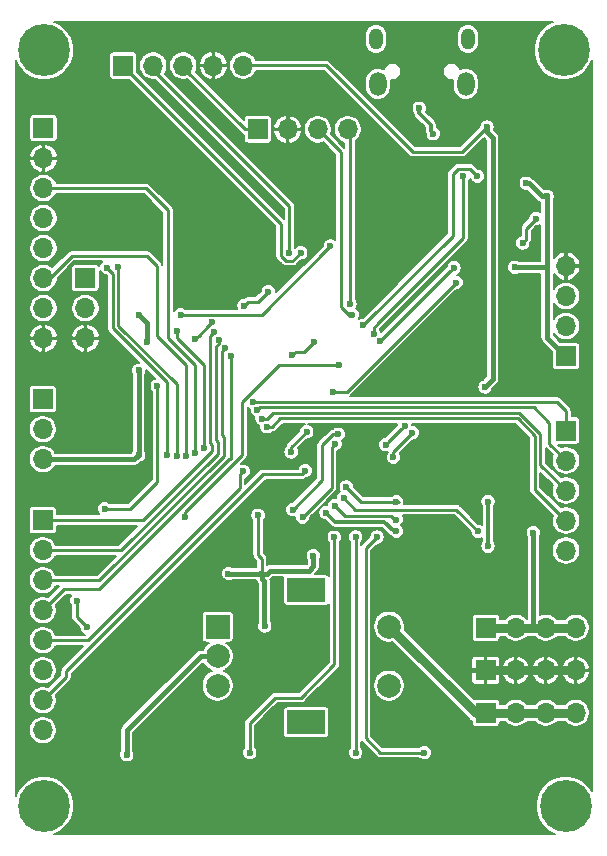
<source format=gbr>
G04 #@! TF.GenerationSoftware,KiCad,Pcbnew,(5.1.5)-2*
G04 #@! TF.CreationDate,2020-05-22T03:19:46+08:00*
G04 #@! TF.ProjectId,Bonjour STM32,426f6e6a-6f75-4722-9053-544d33322e6b,rev?*
G04 #@! TF.SameCoordinates,Original*
G04 #@! TF.FileFunction,Copper,L2,Bot*
G04 #@! TF.FilePolarity,Positive*
%FSLAX46Y46*%
G04 Gerber Fmt 4.6, Leading zero omitted, Abs format (unit mm)*
G04 Created by KiCad (PCBNEW (5.1.5)-2) date 2020-05-22 03:19:46*
%MOMM*%
%LPD*%
G04 APERTURE LIST*
%ADD10C,0.700000*%
%ADD11C,4.400000*%
%ADD12R,2.000000X2.000000*%
%ADD13C,2.000000*%
%ADD14R,3.200000X2.000000*%
%ADD15O,1.700000X1.700000*%
%ADD16R,1.700000X1.700000*%
%ADD17O,1.150000X1.800000*%
%ADD18O,1.450000X2.000000*%
%ADD19C,0.600000*%
%ADD20C,0.400000*%
%ADD21C,0.800000*%
%ADD22C,0.250000*%
%ADD23C,0.300000*%
%ADD24C,0.195000*%
G04 APERTURE END LIST*
D10*
X208333452Y-115833274D03*
X207166726Y-115350000D03*
X206000000Y-115833274D03*
X205516726Y-117000000D03*
X206000000Y-118166726D03*
X207166726Y-118650000D03*
X208333452Y-118166726D03*
X208816726Y-117000000D03*
D11*
X207166726Y-117000000D03*
D10*
X164166726Y-115833274D03*
X163000000Y-115350000D03*
X161833274Y-115833274D03*
X161350000Y-117000000D03*
X161833274Y-118166726D03*
X163000000Y-118650000D03*
X164166726Y-118166726D03*
X164650000Y-117000000D03*
D11*
X163000000Y-117000000D03*
D10*
X208166726Y-51833274D03*
X207000000Y-51350000D03*
X205833274Y-51833274D03*
X205350000Y-53000000D03*
X205833274Y-54166726D03*
X207000000Y-54650000D03*
X208166726Y-54166726D03*
X208650000Y-53000000D03*
D11*
X207000000Y-53000000D03*
D10*
X164166726Y-51833274D03*
X163000000Y-51350000D03*
X161833274Y-51833274D03*
X161350000Y-53000000D03*
X161833274Y-54166726D03*
X163000000Y-54650000D03*
X164166726Y-54166726D03*
X164650000Y-53000000D03*
D11*
X163000000Y-53000000D03*
D12*
X177700000Y-101800000D03*
D13*
X177700000Y-104300000D03*
X177700000Y-106800000D03*
D14*
X185200000Y-98700000D03*
X185200000Y-109900000D03*
D13*
X192200000Y-101800000D03*
X192200000Y-106800000D03*
D15*
X179860000Y-54300000D03*
X177320000Y-54300000D03*
X174780000Y-54300000D03*
X172240000Y-54300000D03*
D16*
X169700000Y-54300000D03*
D15*
X208020000Y-101900000D03*
X205480000Y-101900000D03*
X202940000Y-101900000D03*
D16*
X200400000Y-101900000D03*
D15*
X166500000Y-77380000D03*
X166500000Y-74840000D03*
D16*
X166500000Y-72300000D03*
D15*
X208020000Y-109100000D03*
X205480000Y-109100000D03*
X202940000Y-109100000D03*
D16*
X200400000Y-109100000D03*
D15*
X208020000Y-105500000D03*
X205480000Y-105500000D03*
X202940000Y-105500000D03*
D16*
X200400000Y-105500000D03*
D15*
X188720000Y-59700000D03*
X186180000Y-59700000D03*
X183640000Y-59700000D03*
D16*
X181100000Y-59700000D03*
D15*
X162950000Y-77380000D03*
X162950000Y-74840000D03*
X162950000Y-72300000D03*
X162950000Y-69760000D03*
X162950000Y-67220000D03*
X162950000Y-64680000D03*
X162950000Y-62140000D03*
D16*
X162950000Y-59600000D03*
D15*
X207200000Y-71280000D03*
X207200000Y-73820000D03*
X207200000Y-76360000D03*
D16*
X207200000Y-78900000D03*
D15*
X162900000Y-110580000D03*
X162900000Y-108040000D03*
X162900000Y-105500000D03*
X162900000Y-102960000D03*
X162900000Y-100420000D03*
X162900000Y-97880000D03*
X162900000Y-95340000D03*
D16*
X162900000Y-92800000D03*
D15*
X162900000Y-87630000D03*
X162900000Y-85090000D03*
D16*
X162900000Y-82550000D03*
D15*
X207200000Y-95360000D03*
X207200000Y-92820000D03*
X207200000Y-90280000D03*
X207200000Y-87740000D03*
D16*
X207200000Y-85200000D03*
D17*
X191125000Y-52050000D03*
X198875000Y-52050000D03*
D18*
X191275000Y-55850000D03*
X198725000Y-55850000D03*
D19*
X178612800Y-97307400D03*
X205587600Y-65379600D03*
X203835000Y-64262000D03*
X181457600Y-97307400D03*
X181686200Y-101752400D03*
X202844400Y-71374000D03*
X171018200Y-87249000D03*
X183997600Y-78816200D03*
X185826400Y-77673200D03*
X200583800Y-91211400D03*
X200583800Y-94996000D03*
X181127400Y-92379800D03*
X185801000Y-95808800D03*
X170002200Y-112649000D03*
X171018200Y-80111600D03*
X171729400Y-77698600D03*
X171018200Y-75387200D03*
X200152000Y-53975000D03*
X193217800Y-63931800D03*
X189357000Y-57962800D03*
X204647800Y-60579000D03*
X190728600Y-74091800D03*
X190931800Y-71729600D03*
X193421000Y-97078800D03*
X199161400Y-81534000D03*
X197815200Y-75209400D03*
X200507600Y-59512200D03*
X200329800Y-81508600D03*
X204419200Y-93853000D03*
X187579000Y-94234000D03*
X180416200Y-112471200D03*
X189382400Y-94208600D03*
X189382400Y-112471200D03*
X191185800Y-94208600D03*
X195199000Y-112471200D03*
X175793400Y-77470002D03*
X177215800Y-76047600D03*
X172587500Y-81437900D03*
X168122600Y-91821000D03*
X166649400Y-101854000D03*
X165760402Y-99593400D03*
X174559404Y-75387200D03*
X187248800Y-69570600D03*
X203530200Y-69316600D03*
X204647800Y-67259200D03*
X184886600Y-92532200D03*
X187655200Y-86309200D03*
X184048400Y-91897200D03*
X187909200Y-85521800D03*
X194767200Y-57912000D03*
X195961000Y-60071000D03*
X181864000Y-84886798D03*
X181456921Y-84188362D03*
X181075426Y-83485168D03*
X180720999Y-82767951D03*
X187934600Y-79654400D03*
X174955200Y-92532200D03*
X185115200Y-88595200D03*
X179871946Y-88660546D03*
X178816000Y-78917800D03*
X178333400Y-78232000D03*
X177825400Y-77571600D03*
X177368200Y-76885800D03*
X191922400Y-86410800D03*
X193535300Y-84797900D03*
X192582800Y-87477600D03*
X194183000Y-85394800D03*
X175033153Y-87389289D03*
X173405800Y-87249000D03*
X168300400Y-71399400D03*
X174233142Y-87390558D03*
X169291000Y-71374000D03*
X175793402Y-87096600D03*
X188900000Y-74499986D03*
X189100000Y-75399992D03*
X176558883Y-86684251D03*
X174269400Y-76809600D03*
X183769000Y-70154800D03*
X184734200Y-70154802D03*
X179933600Y-74625200D03*
X181991000Y-73431400D03*
X198475600Y-63677800D03*
X190900008Y-77000000D03*
X199694800Y-63677800D03*
X190000000Y-76300002D03*
X197713600Y-71424800D03*
X191439800Y-77622400D03*
X192836800Y-91211400D03*
X188595000Y-89992200D03*
X188366400Y-90906600D03*
X199745600Y-93726000D03*
X187604400Y-91567000D03*
X192836800Y-92735400D03*
X186867800Y-92151200D03*
X192836800Y-93726000D03*
X197891400Y-72669400D03*
X187452000Y-81915000D03*
X185242200Y-85293200D03*
X183921400Y-87020400D03*
D20*
X205163336Y-65379600D02*
X204045736Y-64262000D01*
X205587600Y-65379600D02*
X205163336Y-65379600D01*
X204045736Y-64262000D02*
X203835000Y-64262000D01*
X203835000Y-64262000D02*
X203835000Y-64262000D01*
X181457600Y-97731664D02*
X181635400Y-97909464D01*
X181457600Y-97307400D02*
X181457600Y-97731664D01*
X181635400Y-97909464D02*
X181635400Y-101777800D01*
X178612800Y-97307400D02*
X181457600Y-97307400D01*
D21*
X208020000Y-109100000D02*
X200413000Y-109100000D01*
X199543800Y-109143800D02*
X200380600Y-109143800D01*
X192200000Y-101800000D02*
X199543800Y-109143800D01*
D22*
X180000000Y-59700000D02*
X174777400Y-54477400D01*
X181100000Y-59700000D02*
X180000000Y-59700000D01*
X174777400Y-54477400D02*
X174777400Y-54305200D01*
D20*
X205587600Y-77343000D02*
X207187800Y-78943200D01*
X205587600Y-71374000D02*
X202844400Y-71374000D01*
X205587600Y-71374000D02*
X205587600Y-77343000D01*
X205587600Y-65379600D02*
X205587600Y-71374000D01*
X202844400Y-71374000D02*
X202844400Y-71374000D01*
X162900000Y-87630000D02*
X170637200Y-87630000D01*
X170637200Y-87630000D02*
X171018200Y-87249000D01*
X171018200Y-87249000D02*
X171018200Y-87249000D01*
D22*
X185034199Y-78516201D02*
X185826400Y-77673200D01*
X183997600Y-78816200D02*
X184297599Y-78516201D01*
X184297599Y-78516201D02*
X185034199Y-78516201D01*
X185826400Y-77673200D02*
X185826400Y-77724000D01*
D23*
X200583800Y-91211400D02*
X200583800Y-91635664D01*
X200583800Y-91635664D02*
X200583800Y-94996000D01*
X200583800Y-94996000D02*
X200583800Y-94996000D01*
D22*
X181432200Y-96037400D02*
X181432200Y-97282000D01*
X181127400Y-92379800D02*
X181127400Y-95732600D01*
X181432200Y-97282000D02*
X181457600Y-97307400D01*
X181127400Y-95732600D02*
X181432200Y-96037400D01*
D20*
X181881864Y-97307400D02*
X182110464Y-97078800D01*
X181457600Y-97307400D02*
X181881864Y-97307400D01*
X182110464Y-97078800D02*
X185420000Y-97078800D01*
X185420000Y-97078800D02*
X185801000Y-96697800D01*
X185801000Y-96697800D02*
X185801000Y-95808800D01*
X185801000Y-95808800D02*
X185801000Y-95808800D01*
X176285787Y-104300000D02*
X170002200Y-110583587D01*
X177700000Y-104300000D02*
X176285787Y-104300000D01*
X170002200Y-110583587D02*
X170002200Y-112649000D01*
X170002200Y-112649000D02*
X170002200Y-112649000D01*
X171018200Y-87249000D02*
X171018200Y-80086200D01*
X171018200Y-80086200D02*
X171018200Y-80111600D01*
X171018200Y-80111600D02*
X171018200Y-80111600D01*
X171729400Y-77698600D02*
X171729400Y-76098400D01*
X171729400Y-76098400D02*
X171018200Y-75387200D01*
X171018200Y-75387200D02*
X171018200Y-75387200D01*
D21*
X206817919Y-105500000D02*
X206806319Y-105511600D01*
X208020000Y-105500000D02*
X206817919Y-105500000D01*
D22*
X183640000Y-58497919D02*
X181860281Y-56718200D01*
X183640000Y-59700000D02*
X183640000Y-58497919D01*
X181860281Y-56718200D02*
X178257200Y-56718200D01*
X178257200Y-56718200D02*
X177317400Y-55778400D01*
X177317400Y-55778400D02*
X177317400Y-54305200D01*
X183640000Y-58497919D02*
X184554681Y-58497919D01*
X184554681Y-58497919D02*
X185089800Y-57962800D01*
X185089800Y-57962800D02*
X189357000Y-57962800D01*
X189357000Y-57962800D02*
X193217800Y-61823600D01*
X193217800Y-61823600D02*
X193217800Y-63931800D01*
X193217800Y-63931800D02*
X193217800Y-63931800D01*
X189357000Y-57962800D02*
X189357000Y-57962800D01*
D23*
X200152000Y-53975000D02*
X200152000Y-56616600D01*
X200152000Y-56616600D02*
X204114400Y-60579000D01*
X204114400Y-60579000D02*
X204647800Y-60579000D01*
X204647800Y-60579000D02*
X204647800Y-60579000D01*
D22*
X190728600Y-74091800D02*
X190728600Y-71932800D01*
X190728600Y-71932800D02*
X190931800Y-71729600D01*
X190931800Y-71729600D02*
X190931800Y-71729600D01*
D20*
X193720999Y-97378799D02*
X193720999Y-100502999D01*
X193421000Y-97078800D02*
X193720999Y-97378799D01*
X198704200Y-105486200D02*
X201345800Y-105486200D01*
X193720999Y-100502999D02*
X198704200Y-105486200D01*
D21*
X206817919Y-105500000D02*
X201345800Y-105486200D01*
X201345800Y-105486200D02*
X200470600Y-105500000D01*
D20*
X198861401Y-81234001D02*
X198861401Y-76255601D01*
X199161400Y-81534000D02*
X198861401Y-81234001D01*
X198861401Y-76255601D02*
X197815200Y-75209400D01*
X197815200Y-75209400D02*
X197815200Y-75209400D01*
X190931800Y-71729600D02*
X190931800Y-69291200D01*
X193217800Y-67005200D02*
X193217800Y-63931800D01*
X190931800Y-69291200D02*
X193217800Y-67005200D01*
D22*
X200507600Y-59512200D02*
X198424800Y-61595000D01*
X198424800Y-61595000D02*
X194208400Y-61595000D01*
X194208400Y-61595000D02*
X186893200Y-54279800D01*
X186893200Y-54279800D02*
X179832000Y-54279800D01*
D20*
X200507600Y-59936464D02*
X200990200Y-60419064D01*
X200507600Y-59512200D02*
X200507600Y-59936464D01*
X200990200Y-60419064D02*
X200990200Y-80848200D01*
X200990200Y-80848200D02*
X200329800Y-81508600D01*
X200329800Y-81508600D02*
X200329800Y-81508600D01*
X204419200Y-101879400D02*
X204393800Y-101904800D01*
X204419200Y-93853000D02*
X204419200Y-101879400D01*
D21*
X208020000Y-101900000D02*
X204393800Y-101904800D01*
X204393800Y-101904800D02*
X200401200Y-101900000D01*
D22*
X180416200Y-112623600D02*
X180416200Y-112623600D01*
X182575200Y-107823000D02*
X180416200Y-109982000D01*
X184759600Y-107823000D02*
X182575200Y-107823000D01*
X180416200Y-109982000D02*
X180416200Y-112623600D01*
X187579000Y-94234000D02*
X187579000Y-105003600D01*
X187579000Y-105003600D02*
X184759600Y-107823000D01*
X189382400Y-94208600D02*
X189382400Y-112445800D01*
X189382400Y-112445800D02*
X189382400Y-112420400D01*
X191185800Y-94208600D02*
X190220600Y-95173800D01*
X190220600Y-95173800D02*
X190220600Y-111252000D01*
X190220600Y-111252000D02*
X191439800Y-112471200D01*
X191439800Y-112471200D02*
X195199000Y-112471200D01*
X195199000Y-112471200D02*
X195199000Y-112471200D01*
X176915801Y-76347601D02*
X176093399Y-77170003D01*
X176093399Y-77170003D02*
X175793400Y-77470002D01*
X177215800Y-76047600D02*
X176915801Y-76347601D01*
D20*
X168122600Y-91821000D02*
X168122600Y-91821000D01*
D22*
X166649400Y-101854000D02*
X166649400Y-101854000D01*
X170307000Y-91821000D02*
X168122600Y-91821000D01*
X172587500Y-81437900D02*
X172587500Y-89540500D01*
X172587500Y-89540500D02*
X170307000Y-91821000D01*
X166649400Y-101854000D02*
X165760402Y-100965002D01*
X165760402Y-100965002D02*
X165760402Y-99593400D01*
X187248800Y-69570600D02*
X187248800Y-69570600D01*
X203830199Y-69016601D02*
X203830199Y-68102201D01*
X203530200Y-69316600D02*
X203830199Y-69016601D01*
X203830199Y-68102201D02*
X204647800Y-67259200D01*
X204647800Y-67259200D02*
X204647800Y-67284600D01*
X174559404Y-75387200D02*
X181432200Y-75387200D01*
X186948801Y-69870599D02*
X187248800Y-69570600D01*
X181432200Y-75387200D02*
X186948801Y-69870599D01*
X187355201Y-86609199D02*
X187655200Y-86309200D01*
X184886600Y-92532200D02*
X187355201Y-90063599D01*
X187355201Y-90063599D02*
X187355201Y-86609199D01*
X187484936Y-85521800D02*
X187909200Y-85521800D01*
X186537600Y-86469136D02*
X187484936Y-85521800D01*
X184048400Y-91897200D02*
X186537600Y-89408000D01*
X186537600Y-89408000D02*
X186537600Y-86469136D01*
D23*
X194767200Y-58336264D02*
X195732400Y-59301464D01*
X194767200Y-57912000D02*
X194767200Y-58336264D01*
X195732400Y-59301464D02*
X195732400Y-59842400D01*
X195732400Y-59842400D02*
X195961000Y-60071000D01*
X195961000Y-60071000D02*
X195961000Y-60071000D01*
D22*
X181864000Y-84886798D02*
X182288264Y-84886798D01*
X183002163Y-84172899D02*
X203094289Y-84172899D01*
X182288264Y-84886798D02*
X183002163Y-84172899D01*
X203094289Y-84172899D02*
X204546200Y-85624810D01*
X204546200Y-85624810D02*
X204546200Y-90195400D01*
X204546200Y-90195400D02*
X207187800Y-92837000D01*
X205028800Y-88112600D02*
X207162400Y-90246200D01*
X181881185Y-84188362D02*
X182376547Y-83693000D01*
X181456921Y-84188362D02*
X181881185Y-84188362D01*
X205028800Y-85471000D02*
X205028800Y-88112600D01*
X182376547Y-83693000D02*
X203250800Y-83693000D01*
X203250800Y-83693000D02*
X205028800Y-85471000D01*
X205765400Y-84556600D02*
X205765400Y-86309200D01*
X205765400Y-86309200D02*
X207187800Y-87731600D01*
X204444600Y-83235800D02*
X205765400Y-84556600D01*
X181075426Y-83485168D02*
X181324794Y-83235800D01*
X181324794Y-83235800D02*
X204444600Y-83235800D01*
X180720999Y-82767951D02*
X206415151Y-82767951D01*
X206415151Y-82767951D02*
X207187800Y-83540600D01*
X207187800Y-83540600D02*
X207187800Y-85166200D01*
X174955200Y-92532200D02*
X174955200Y-92532200D01*
X174955200Y-92101810D02*
X174955200Y-92532200D01*
X179781200Y-87275810D02*
X174955200Y-92101810D01*
X179781200Y-82804000D02*
X179781200Y-87275810D01*
X187934600Y-79654400D02*
X182930800Y-79654400D01*
X182930800Y-79654400D02*
X179781200Y-82804000D01*
X164871400Y-106070400D02*
X162864800Y-108077000D01*
X181564001Y-88895199D02*
X164871400Y-105587800D01*
X164871400Y-105587800D02*
X164871400Y-106070400D01*
X185115200Y-88595200D02*
X184815201Y-88895199D01*
X184815201Y-88895199D02*
X181564001Y-88895199D01*
X179571947Y-88960545D02*
X179871946Y-88660546D01*
X162864800Y-102971600D02*
X166700200Y-102971600D01*
X179571947Y-90099853D02*
X179571947Y-88960545D01*
X166700200Y-102971600D02*
X179571947Y-90099853D01*
X167640000Y-98628200D02*
X164668200Y-98628200D01*
X178663600Y-87604600D02*
X167640000Y-98628200D01*
X164668200Y-98628200D02*
X162890200Y-100406200D01*
X178816000Y-78917800D02*
X178816000Y-87604600D01*
X178816000Y-87604600D02*
X178663600Y-87604600D01*
X167665400Y-97891600D02*
X162915600Y-97891600D01*
X178028600Y-78536800D02*
X178028600Y-85572600D01*
X178333400Y-78232000D02*
X178028600Y-78536800D01*
X178206400Y-85750400D02*
X178206400Y-87350600D01*
X178028600Y-85572600D02*
X178206400Y-85750400D01*
X178206400Y-87350600D02*
X167665400Y-97891600D01*
X169494200Y-95351600D02*
X162915600Y-95351600D01*
X177698400Y-87147400D02*
X169494200Y-95351600D01*
X177825400Y-77814998D02*
X177520600Y-78119798D01*
X177520600Y-78119798D02*
X177520600Y-86029800D01*
X177825400Y-77571600D02*
X177825400Y-77814998D01*
X177520600Y-86029800D02*
X177698400Y-86207600D01*
X177698400Y-86207600D02*
X177698400Y-87147400D01*
X177368200Y-76885800D02*
X177038000Y-77216000D01*
X177038000Y-86238366D02*
X177215800Y-86416166D01*
X177038000Y-77216000D02*
X177038000Y-86238366D01*
X177215800Y-86952336D02*
X171381936Y-92786200D01*
X177215800Y-86416166D02*
X177215800Y-86952336D01*
X171381936Y-92786200D02*
X162941000Y-92786200D01*
X192222399Y-86110801D02*
X191922400Y-86410800D01*
X192222399Y-86110801D02*
X193243200Y-85090000D01*
X193243200Y-85090000D02*
X193535300Y-84797900D01*
X193535300Y-84797900D02*
X193548000Y-84785200D01*
X192582800Y-87477600D02*
X192582800Y-86995000D01*
X192582800Y-86995000D02*
X193852800Y-85725000D01*
X193852800Y-85725000D02*
X194183000Y-85394800D01*
X194183000Y-85394800D02*
X194183000Y-85394800D01*
X175033153Y-79682963D02*
X172567600Y-77217410D01*
X175033153Y-87389289D02*
X175033153Y-79682963D01*
X172567600Y-77217410D02*
X172567600Y-71272400D01*
X172567600Y-71272400D02*
X171704000Y-70408800D01*
X171704000Y-70408800D02*
X165354000Y-70408800D01*
X165354000Y-70408800D02*
X163499800Y-72263000D01*
X163499800Y-72263000D02*
X162966400Y-72263000D01*
X168300400Y-71399400D02*
X168300400Y-71399400D01*
X168833800Y-71932800D02*
X168300400Y-71399400D01*
X168833800Y-76555600D02*
X168833800Y-71932800D01*
X173405800Y-87249000D02*
X173405800Y-81127600D01*
X173405800Y-81127600D02*
X168833800Y-76555600D01*
X169291000Y-71374000D02*
X169291000Y-71374000D01*
X169291000Y-76352400D02*
X169291000Y-71374000D01*
X174233142Y-87390558D02*
X174233142Y-81294542D01*
X174233142Y-81294542D02*
X169291000Y-76352400D01*
X173507400Y-66548000D02*
X171653200Y-64693800D01*
X175793402Y-87096600D02*
X175793402Y-79654402D01*
X171653200Y-64693800D02*
X162915600Y-64693800D01*
X173507400Y-77368400D02*
X173507400Y-66548000D01*
X175793402Y-79654402D02*
X173507400Y-77368400D01*
X188823600Y-59766200D02*
X188722000Y-59664600D01*
X188722000Y-59715400D02*
X188900000Y-59893400D01*
X188900000Y-74075722D02*
X188900000Y-74499986D01*
X188900000Y-59893400D02*
X188900000Y-74075722D01*
X188799992Y-75399992D02*
X189100000Y-75399992D01*
X188137800Y-74737800D02*
X188799992Y-75399992D01*
X186182000Y-59690000D02*
X188137800Y-61645800D01*
X188137800Y-61645800D02*
X188137800Y-74737800D01*
X174269400Y-76809600D02*
X174269400Y-76809600D01*
X176558883Y-86684251D02*
X176558883Y-79693885D01*
X174269400Y-77233864D02*
X174269400Y-76809600D01*
X174269400Y-77404402D02*
X174269400Y-77233864D01*
X176558883Y-79693885D02*
X174269400Y-77404402D01*
X183769000Y-70154800D02*
X183769000Y-66217800D01*
X183769000Y-66217800D02*
X172237400Y-54686200D01*
X172237400Y-54686200D02*
X172237400Y-54305200D01*
X184734200Y-70154802D02*
X184109199Y-70779801D01*
X184109199Y-70779801D02*
X184073800Y-70815200D01*
X184073800Y-70815200D02*
X183504398Y-70815200D01*
X183504398Y-70815200D02*
X183464200Y-70815200D01*
X183464200Y-70815200D02*
X183143999Y-70494999D01*
X183143999Y-70494999D02*
X183057800Y-70408800D01*
X183057800Y-70408800D02*
X183057800Y-67691000D01*
X183057800Y-67691000D02*
X169697400Y-54330600D01*
X180233599Y-74325201D02*
X181097199Y-74325201D01*
X179933600Y-74625200D02*
X180233599Y-74325201D01*
X181097199Y-74325201D02*
X181991000Y-73431400D01*
X181991000Y-73431400D02*
X182016400Y-73406000D01*
X198475600Y-63677800D02*
X198475600Y-68924400D01*
X191299999Y-76085599D02*
X191299999Y-76100001D01*
X198475600Y-68924400D02*
X191299999Y-76100001D01*
X190900008Y-76575736D02*
X190900008Y-77000000D01*
X191299999Y-76100001D02*
X190900008Y-76499992D01*
X190900008Y-76499992D02*
X190900008Y-76575736D01*
X197586600Y-68713402D02*
X190299999Y-76000003D01*
X198069200Y-63017400D02*
X197586600Y-63500000D01*
X190299999Y-76000003D02*
X190000000Y-76300002D01*
X197586600Y-63500000D02*
X197586600Y-68713402D01*
X199034400Y-63017400D02*
X198069200Y-63017400D01*
X199694800Y-63677800D02*
X199034400Y-63017400D01*
X197413601Y-71724799D02*
X197337401Y-71724799D01*
X197713600Y-71424800D02*
X197413601Y-71724799D01*
X197337401Y-71724799D02*
X191439800Y-77622400D01*
X191439800Y-77622400D02*
X191439800Y-77622400D01*
X193040000Y-91211400D02*
X193040000Y-91211400D01*
X193040000Y-91211400D02*
X189814200Y-91211400D01*
X189814200Y-91211400D02*
X188894999Y-90292199D01*
X188894999Y-90292199D02*
X188595000Y-89992200D01*
X188366400Y-90906600D02*
X189357000Y-91897200D01*
X189357000Y-91897200D02*
X197916800Y-91897200D01*
X197916800Y-91897200D02*
X199745600Y-93726000D01*
X199745600Y-93726000D02*
X199745600Y-93726000D01*
X187604400Y-91567000D02*
X188442600Y-92405200D01*
X188442600Y-92405200D02*
X192405000Y-92405200D01*
X192405000Y-92405200D02*
X192735200Y-92735400D01*
X192735200Y-92735400D02*
X192735200Y-92735400D01*
D23*
X186867800Y-92151200D02*
X187655200Y-92938600D01*
X187655200Y-92938600D02*
X191820800Y-92938600D01*
X191820800Y-92938600D02*
X192608200Y-93726000D01*
X192608200Y-93726000D02*
X192836800Y-93726000D01*
X192836800Y-93726000D02*
X192836800Y-93726000D01*
D22*
X197891400Y-72669400D02*
X188645800Y-81915000D01*
X188645800Y-81915000D02*
X187452000Y-81915000D01*
X187452000Y-81915000D02*
X187452000Y-81915000D01*
X183921400Y-87020400D02*
X183921400Y-87020400D01*
X183921400Y-86614000D02*
X183921400Y-87020400D01*
X185242200Y-85293200D02*
X183921400Y-86614000D01*
D24*
G36*
X205791411Y-50738890D02*
G01*
X205373513Y-51018120D01*
X205018120Y-51373513D01*
X204738890Y-51791411D01*
X204546552Y-52255755D01*
X204448500Y-52748699D01*
X204448500Y-53251301D01*
X204546552Y-53744245D01*
X204738890Y-54208589D01*
X205018120Y-54626487D01*
X205373513Y-54981880D01*
X205791411Y-55261110D01*
X206255755Y-55453448D01*
X206748699Y-55551500D01*
X207251301Y-55551500D01*
X207744245Y-55453448D01*
X208208589Y-55261110D01*
X208626487Y-54981880D01*
X208981880Y-54626487D01*
X209261110Y-54208589D01*
X209402500Y-53867244D01*
X209402500Y-115753493D01*
X209148606Y-115373513D01*
X208793213Y-115018120D01*
X208375315Y-114738890D01*
X207910971Y-114546552D01*
X207418027Y-114448500D01*
X206915425Y-114448500D01*
X206422481Y-114546552D01*
X205958137Y-114738890D01*
X205540239Y-115018120D01*
X205184846Y-115373513D01*
X204905616Y-115791411D01*
X204713278Y-116255755D01*
X204615226Y-116748699D01*
X204615226Y-117251301D01*
X204713278Y-117744245D01*
X204905616Y-118208589D01*
X205184846Y-118626487D01*
X205540239Y-118981880D01*
X205958137Y-119261110D01*
X206299482Y-119402500D01*
X163867244Y-119402500D01*
X164208589Y-119261110D01*
X164626487Y-118981880D01*
X164981880Y-118626487D01*
X165261110Y-118208589D01*
X165453448Y-117744245D01*
X165551500Y-117251301D01*
X165551500Y-116748699D01*
X165453448Y-116255755D01*
X165261110Y-115791411D01*
X164981880Y-115373513D01*
X164626487Y-115018120D01*
X164208589Y-114738890D01*
X163744245Y-114546552D01*
X163251301Y-114448500D01*
X162748699Y-114448500D01*
X162255755Y-114546552D01*
X161791411Y-114738890D01*
X161373513Y-115018120D01*
X161018120Y-115373513D01*
X160738890Y-115791411D01*
X160597500Y-116132756D01*
X160597500Y-112584833D01*
X169350700Y-112584833D01*
X169350700Y-112713167D01*
X169375737Y-112839035D01*
X169424848Y-112957601D01*
X169496147Y-113064307D01*
X169586893Y-113155053D01*
X169693599Y-113226352D01*
X169812165Y-113275463D01*
X169938033Y-113300500D01*
X170066367Y-113300500D01*
X170192235Y-113275463D01*
X170310801Y-113226352D01*
X170417507Y-113155053D01*
X170508253Y-113064307D01*
X170579552Y-112957601D01*
X170628663Y-112839035D01*
X170653700Y-112713167D01*
X170653700Y-112584833D01*
X170628663Y-112458965D01*
X170579552Y-112340399D01*
X170553700Y-112301709D01*
X170553700Y-110812025D01*
X176479833Y-104885893D01*
X176502317Y-104940175D01*
X176650222Y-105161531D01*
X176838469Y-105349778D01*
X177059825Y-105497683D01*
X177186129Y-105550000D01*
X177059825Y-105602317D01*
X176838469Y-105750222D01*
X176650222Y-105938469D01*
X176502317Y-106159825D01*
X176400438Y-106405782D01*
X176348500Y-106666889D01*
X176348500Y-106933111D01*
X176400438Y-107194218D01*
X176502317Y-107440175D01*
X176650222Y-107661531D01*
X176838469Y-107849778D01*
X177059825Y-107997683D01*
X177305782Y-108099562D01*
X177566889Y-108151500D01*
X177833111Y-108151500D01*
X178094218Y-108099562D01*
X178340175Y-107997683D01*
X178561531Y-107849778D01*
X178749778Y-107661531D01*
X178897683Y-107440175D01*
X178999562Y-107194218D01*
X179051500Y-106933111D01*
X179051500Y-106666889D01*
X178999562Y-106405782D01*
X178897683Y-106159825D01*
X178749778Y-105938469D01*
X178561531Y-105750222D01*
X178340175Y-105602317D01*
X178213871Y-105550000D01*
X178340175Y-105497683D01*
X178561531Y-105349778D01*
X178749778Y-105161531D01*
X178897683Y-104940175D01*
X178999562Y-104694218D01*
X179051500Y-104433111D01*
X179051500Y-104166889D01*
X178999562Y-103905782D01*
X178897683Y-103659825D01*
X178749778Y-103438469D01*
X178561531Y-103250222D01*
X178416327Y-103153200D01*
X178700000Y-103153200D01*
X178768906Y-103146413D01*
X178835164Y-103126314D01*
X178896227Y-103093675D01*
X178949750Y-103049750D01*
X178993675Y-102996227D01*
X179026314Y-102935164D01*
X179046413Y-102868906D01*
X179053200Y-102800000D01*
X179053200Y-100800000D01*
X179046413Y-100731094D01*
X179026314Y-100664836D01*
X178993675Y-100603773D01*
X178949750Y-100550250D01*
X178896227Y-100506325D01*
X178835164Y-100473686D01*
X178768906Y-100453587D01*
X178700000Y-100446800D01*
X176700000Y-100446800D01*
X176631094Y-100453587D01*
X176564836Y-100473686D01*
X176503773Y-100506325D01*
X176450250Y-100550250D01*
X176406325Y-100603773D01*
X176373686Y-100664836D01*
X176353587Y-100731094D01*
X176346800Y-100800000D01*
X176346800Y-102800000D01*
X176353587Y-102868906D01*
X176373686Y-102935164D01*
X176406325Y-102996227D01*
X176450250Y-103049750D01*
X176503773Y-103093675D01*
X176564836Y-103126314D01*
X176631094Y-103146413D01*
X176700000Y-103153200D01*
X176983673Y-103153200D01*
X176838469Y-103250222D01*
X176650222Y-103438469D01*
X176502317Y-103659825D01*
X176465587Y-103748500D01*
X176312874Y-103748500D01*
X176285787Y-103745832D01*
X176258700Y-103748500D01*
X176258698Y-103748500D01*
X176177674Y-103756480D01*
X176073716Y-103788016D01*
X175977907Y-103839226D01*
X175914972Y-103890876D01*
X175893931Y-103908144D01*
X175876664Y-103929184D01*
X169631390Y-110174459D01*
X169610344Y-110191731D01*
X169541426Y-110275708D01*
X169490216Y-110371517D01*
X169458680Y-110475475D01*
X169450700Y-110556498D01*
X169448032Y-110583587D01*
X169450700Y-110610674D01*
X169450701Y-112301708D01*
X169424848Y-112340399D01*
X169375737Y-112458965D01*
X169350700Y-112584833D01*
X160597500Y-112584833D01*
X160597500Y-110461663D01*
X161698500Y-110461663D01*
X161698500Y-110698337D01*
X161744673Y-110930465D01*
X161835244Y-111149124D01*
X161966734Y-111345912D01*
X162134088Y-111513266D01*
X162330876Y-111644756D01*
X162549535Y-111735327D01*
X162781663Y-111781500D01*
X163018337Y-111781500D01*
X163250465Y-111735327D01*
X163469124Y-111644756D01*
X163665912Y-111513266D01*
X163833266Y-111345912D01*
X163964756Y-111149124D01*
X164055327Y-110930465D01*
X164101500Y-110698337D01*
X164101500Y-110461663D01*
X164055327Y-110229535D01*
X163964756Y-110010876D01*
X163833266Y-109814088D01*
X163665912Y-109646734D01*
X163469124Y-109515244D01*
X163250465Y-109424673D01*
X163018337Y-109378500D01*
X162781663Y-109378500D01*
X162549535Y-109424673D01*
X162330876Y-109515244D01*
X162134088Y-109646734D01*
X161966734Y-109814088D01*
X161835244Y-110010876D01*
X161744673Y-110229535D01*
X161698500Y-110461663D01*
X160597500Y-110461663D01*
X160597500Y-105381663D01*
X161698500Y-105381663D01*
X161698500Y-105618337D01*
X161744673Y-105850465D01*
X161835244Y-106069124D01*
X161966734Y-106265912D01*
X162134088Y-106433266D01*
X162330876Y-106564756D01*
X162549535Y-106655327D01*
X162781663Y-106701500D01*
X163018337Y-106701500D01*
X163250465Y-106655327D01*
X163469124Y-106564756D01*
X163665912Y-106433266D01*
X163833266Y-106265912D01*
X163964756Y-106069124D01*
X164055327Y-105850465D01*
X164101500Y-105618337D01*
X164101500Y-105381663D01*
X164055327Y-105149535D01*
X163964756Y-104930876D01*
X163833266Y-104734088D01*
X163665912Y-104566734D01*
X163469124Y-104435244D01*
X163250465Y-104344673D01*
X163018337Y-104298500D01*
X162781663Y-104298500D01*
X162549535Y-104344673D01*
X162330876Y-104435244D01*
X162134088Y-104566734D01*
X161966734Y-104734088D01*
X161835244Y-104930876D01*
X161744673Y-105149535D01*
X161698500Y-105381663D01*
X160597500Y-105381663D01*
X160597500Y-91950000D01*
X161696800Y-91950000D01*
X161696800Y-93650000D01*
X161703587Y-93718906D01*
X161723686Y-93785164D01*
X161756325Y-93846227D01*
X161800250Y-93899750D01*
X161853773Y-93943675D01*
X161914836Y-93976314D01*
X161981094Y-93996413D01*
X162050000Y-94003200D01*
X163750000Y-94003200D01*
X163818906Y-93996413D01*
X163885164Y-93976314D01*
X163946227Y-93943675D01*
X163999750Y-93899750D01*
X164043675Y-93846227D01*
X164076314Y-93785164D01*
X164096413Y-93718906D01*
X164103200Y-93650000D01*
X164103200Y-93262700D01*
X170909229Y-93262700D01*
X169296829Y-94875100D01*
X164007927Y-94875100D01*
X163964756Y-94770876D01*
X163833266Y-94574088D01*
X163665912Y-94406734D01*
X163469124Y-94275244D01*
X163250465Y-94184673D01*
X163018337Y-94138500D01*
X162781663Y-94138500D01*
X162549535Y-94184673D01*
X162330876Y-94275244D01*
X162134088Y-94406734D01*
X161966734Y-94574088D01*
X161835244Y-94770876D01*
X161744673Y-94989535D01*
X161698500Y-95221663D01*
X161698500Y-95458337D01*
X161744673Y-95690465D01*
X161835244Y-95909124D01*
X161966734Y-96105912D01*
X162134088Y-96273266D01*
X162330876Y-96404756D01*
X162549535Y-96495327D01*
X162781663Y-96541500D01*
X163018337Y-96541500D01*
X163250465Y-96495327D01*
X163469124Y-96404756D01*
X163665912Y-96273266D01*
X163833266Y-96105912D01*
X163964756Y-95909124D01*
X163998317Y-95828100D01*
X169055029Y-95828100D01*
X167468029Y-97415100D01*
X164007927Y-97415100D01*
X163964756Y-97310876D01*
X163833266Y-97114088D01*
X163665912Y-96946734D01*
X163469124Y-96815244D01*
X163250465Y-96724673D01*
X163018337Y-96678500D01*
X162781663Y-96678500D01*
X162549535Y-96724673D01*
X162330876Y-96815244D01*
X162134088Y-96946734D01*
X161966734Y-97114088D01*
X161835244Y-97310876D01*
X161744673Y-97529535D01*
X161698500Y-97761663D01*
X161698500Y-97998337D01*
X161744673Y-98230465D01*
X161835244Y-98449124D01*
X161966734Y-98645912D01*
X162134088Y-98813266D01*
X162330876Y-98944756D01*
X162549535Y-99035327D01*
X162781663Y-99081500D01*
X163018337Y-99081500D01*
X163250465Y-99035327D01*
X163469124Y-98944756D01*
X163665912Y-98813266D01*
X163833266Y-98645912D01*
X163964756Y-98449124D01*
X163998317Y-98368100D01*
X164254427Y-98368100D01*
X163326401Y-99296127D01*
X163250465Y-99264673D01*
X163018337Y-99218500D01*
X162781663Y-99218500D01*
X162549535Y-99264673D01*
X162330876Y-99355244D01*
X162134088Y-99486734D01*
X161966734Y-99654088D01*
X161835244Y-99850876D01*
X161744673Y-100069535D01*
X161698500Y-100301663D01*
X161698500Y-100538337D01*
X161744673Y-100770465D01*
X161835244Y-100989124D01*
X161966734Y-101185912D01*
X162134088Y-101353266D01*
X162330876Y-101484756D01*
X162549535Y-101575327D01*
X162781663Y-101621500D01*
X163018337Y-101621500D01*
X163250465Y-101575327D01*
X163469124Y-101484756D01*
X163665912Y-101353266D01*
X163833266Y-101185912D01*
X163964756Y-100989124D01*
X164055327Y-100770465D01*
X164101500Y-100538337D01*
X164101500Y-100301663D01*
X164055327Y-100069535D01*
X164010049Y-99960223D01*
X164865573Y-99104700D01*
X165327742Y-99104700D01*
X165254349Y-99178093D01*
X165183050Y-99284799D01*
X165133939Y-99403365D01*
X165108902Y-99529233D01*
X165108902Y-99657567D01*
X165133939Y-99783435D01*
X165183050Y-99902001D01*
X165254349Y-100008707D01*
X165283903Y-100038261D01*
X165283902Y-100941606D01*
X165281598Y-100965002D01*
X165283902Y-100988398D01*
X165283902Y-100988404D01*
X165289463Y-101044864D01*
X165290797Y-101058412D01*
X165311281Y-101125937D01*
X165318044Y-101148232D01*
X165362290Y-101231012D01*
X165421836Y-101303568D01*
X165440022Y-101318493D01*
X165997900Y-101876372D01*
X165997900Y-101918167D01*
X166022937Y-102044035D01*
X166072048Y-102162601D01*
X166143347Y-102269307D01*
X166234093Y-102360053D01*
X166340799Y-102431352D01*
X166459365Y-102480463D01*
X166507826Y-102490103D01*
X166502829Y-102495100D01*
X164007927Y-102495100D01*
X163964756Y-102390876D01*
X163833266Y-102194088D01*
X163665912Y-102026734D01*
X163469124Y-101895244D01*
X163250465Y-101804673D01*
X163018337Y-101758500D01*
X162781663Y-101758500D01*
X162549535Y-101804673D01*
X162330876Y-101895244D01*
X162134088Y-102026734D01*
X161966734Y-102194088D01*
X161835244Y-102390876D01*
X161744673Y-102609535D01*
X161698500Y-102841663D01*
X161698500Y-103078337D01*
X161744673Y-103310465D01*
X161835244Y-103529124D01*
X161966734Y-103725912D01*
X162134088Y-103893266D01*
X162330876Y-104024756D01*
X162549535Y-104115327D01*
X162781663Y-104161500D01*
X163018337Y-104161500D01*
X163250465Y-104115327D01*
X163469124Y-104024756D01*
X163665912Y-103893266D01*
X163833266Y-103725912D01*
X163964756Y-103529124D01*
X163998317Y-103448100D01*
X166337229Y-103448100D01*
X164551020Y-105234309D01*
X164532834Y-105249234D01*
X164473288Y-105321790D01*
X164441286Y-105381663D01*
X164429042Y-105404570D01*
X164408222Y-105473205D01*
X164401795Y-105494391D01*
X164394900Y-105564398D01*
X164394900Y-105564404D01*
X164392596Y-105587800D01*
X164394900Y-105611197D01*
X164394901Y-105873027D01*
X163344362Y-106923566D01*
X163250465Y-106884673D01*
X163018337Y-106838500D01*
X162781663Y-106838500D01*
X162549535Y-106884673D01*
X162330876Y-106975244D01*
X162134088Y-107106734D01*
X161966734Y-107274088D01*
X161835244Y-107470876D01*
X161744673Y-107689535D01*
X161698500Y-107921663D01*
X161698500Y-108158337D01*
X161744673Y-108390465D01*
X161835244Y-108609124D01*
X161966734Y-108805912D01*
X162134088Y-108973266D01*
X162330876Y-109104756D01*
X162549535Y-109195327D01*
X162781663Y-109241500D01*
X163018337Y-109241500D01*
X163250465Y-109195327D01*
X163469124Y-109104756D01*
X163665912Y-108973266D01*
X163833266Y-108805912D01*
X163964756Y-108609124D01*
X164055327Y-108390465D01*
X164101500Y-108158337D01*
X164101500Y-107921663D01*
X164055327Y-107689535D01*
X164017488Y-107598183D01*
X165191785Y-106423887D01*
X165209966Y-106408966D01*
X165269512Y-106336410D01*
X165313758Y-106253631D01*
X165341005Y-106163810D01*
X165341398Y-106159825D01*
X165341977Y-106153941D01*
X165347900Y-106093802D01*
X165347900Y-106093796D01*
X165350204Y-106070400D01*
X165347900Y-106047004D01*
X165347900Y-105785171D01*
X173889838Y-97243233D01*
X177961300Y-97243233D01*
X177961300Y-97371567D01*
X177986337Y-97497435D01*
X178035448Y-97616001D01*
X178106747Y-97722707D01*
X178197493Y-97813453D01*
X178304199Y-97884752D01*
X178422765Y-97933863D01*
X178548633Y-97958900D01*
X178676967Y-97958900D01*
X178802835Y-97933863D01*
X178921401Y-97884752D01*
X178960091Y-97858900D01*
X180919881Y-97858900D01*
X180920691Y-97861568D01*
X180945616Y-97943734D01*
X180996826Y-98039543D01*
X181048476Y-98102478D01*
X181065745Y-98123520D01*
X181083900Y-98138419D01*
X181083901Y-101504027D01*
X181059737Y-101562365D01*
X181034700Y-101688233D01*
X181034700Y-101816567D01*
X181059737Y-101942435D01*
X181108848Y-102061001D01*
X181180147Y-102167707D01*
X181270893Y-102258453D01*
X181377599Y-102329752D01*
X181496165Y-102378863D01*
X181622033Y-102403900D01*
X181750367Y-102403900D01*
X181876235Y-102378863D01*
X181994801Y-102329752D01*
X182101507Y-102258453D01*
X182192253Y-102167707D01*
X182263552Y-102061001D01*
X182312663Y-101942435D01*
X182337700Y-101816567D01*
X182337700Y-101688233D01*
X182312663Y-101562365D01*
X182263552Y-101443799D01*
X182192253Y-101337093D01*
X182186900Y-101331740D01*
X182186900Y-97936542D01*
X182189567Y-97909463D01*
X182186900Y-97882384D01*
X182186900Y-97882375D01*
X182178920Y-97801351D01*
X182171770Y-97777781D01*
X182189743Y-97768174D01*
X182273720Y-97699256D01*
X182290992Y-97678210D01*
X182338902Y-97630300D01*
X183253828Y-97630300D01*
X183253587Y-97631094D01*
X183246800Y-97700000D01*
X183246800Y-99700000D01*
X183253587Y-99768906D01*
X183273686Y-99835164D01*
X183306325Y-99896227D01*
X183350250Y-99949750D01*
X183403773Y-99993675D01*
X183464836Y-100026314D01*
X183531094Y-100046413D01*
X183600000Y-100053200D01*
X186800000Y-100053200D01*
X186868906Y-100046413D01*
X186935164Y-100026314D01*
X186996227Y-99993675D01*
X187049750Y-99949750D01*
X187093675Y-99896227D01*
X187102501Y-99879716D01*
X187102501Y-104806226D01*
X184562229Y-107346500D01*
X182598595Y-107346500D01*
X182575199Y-107344196D01*
X182551803Y-107346500D01*
X182551797Y-107346500D01*
X182491323Y-107352456D01*
X182481789Y-107353395D01*
X182391969Y-107380642D01*
X182309190Y-107424888D01*
X182236634Y-107484434D01*
X182221718Y-107502609D01*
X180095820Y-109628509D01*
X180077634Y-109643434D01*
X180018088Y-109715990D01*
X179974438Y-109797655D01*
X179973842Y-109798770D01*
X179953475Y-109865912D01*
X179946595Y-109888591D01*
X179939700Y-109958598D01*
X179939700Y-109958604D01*
X179937396Y-109982000D01*
X179939700Y-110005396D01*
X179939701Y-112026339D01*
X179910147Y-112055893D01*
X179838848Y-112162599D01*
X179789737Y-112281165D01*
X179764700Y-112407033D01*
X179764700Y-112535367D01*
X179789737Y-112661235D01*
X179838848Y-112779801D01*
X179910147Y-112886507D01*
X180000893Y-112977253D01*
X180107599Y-113048552D01*
X180226165Y-113097663D01*
X180352033Y-113122700D01*
X180480367Y-113122700D01*
X180606235Y-113097663D01*
X180724801Y-113048552D01*
X180831507Y-112977253D01*
X180922253Y-112886507D01*
X180993552Y-112779801D01*
X181042663Y-112661235D01*
X181067700Y-112535367D01*
X181067700Y-112407033D01*
X181042663Y-112281165D01*
X180993552Y-112162599D01*
X180922253Y-112055893D01*
X180892700Y-112026340D01*
X180892700Y-110179371D01*
X182172072Y-108900000D01*
X183246800Y-108900000D01*
X183246800Y-110900000D01*
X183253587Y-110968906D01*
X183273686Y-111035164D01*
X183306325Y-111096227D01*
X183350250Y-111149750D01*
X183403773Y-111193675D01*
X183464836Y-111226314D01*
X183531094Y-111246413D01*
X183600000Y-111253200D01*
X186800000Y-111253200D01*
X186868906Y-111246413D01*
X186935164Y-111226314D01*
X186996227Y-111193675D01*
X187049750Y-111149750D01*
X187093675Y-111096227D01*
X187126314Y-111035164D01*
X187146413Y-110968906D01*
X187153200Y-110900000D01*
X187153200Y-108900000D01*
X187146413Y-108831094D01*
X187126314Y-108764836D01*
X187093675Y-108703773D01*
X187049750Y-108650250D01*
X186996227Y-108606325D01*
X186935164Y-108573686D01*
X186868906Y-108553587D01*
X186800000Y-108546800D01*
X183600000Y-108546800D01*
X183531094Y-108553587D01*
X183464836Y-108573686D01*
X183403773Y-108606325D01*
X183350250Y-108650250D01*
X183306325Y-108703773D01*
X183273686Y-108764836D01*
X183253587Y-108831094D01*
X183246800Y-108900000D01*
X182172072Y-108900000D01*
X182772573Y-108299500D01*
X184736204Y-108299500D01*
X184759600Y-108301804D01*
X184782996Y-108299500D01*
X184783003Y-108299500D01*
X184853010Y-108292605D01*
X184942831Y-108265358D01*
X185025610Y-108221112D01*
X185098166Y-108161566D01*
X185113091Y-108143380D01*
X187899391Y-105357082D01*
X187917566Y-105342166D01*
X187934289Y-105321790D01*
X187947222Y-105306030D01*
X187977112Y-105269610D01*
X188021358Y-105186831D01*
X188042179Y-105118195D01*
X188048605Y-105097011D01*
X188049457Y-105088360D01*
X188055500Y-105027003D01*
X188055500Y-105026996D01*
X188057804Y-105003600D01*
X188055500Y-104980204D01*
X188055500Y-94678860D01*
X188085053Y-94649307D01*
X188156352Y-94542601D01*
X188205463Y-94424035D01*
X188230500Y-94298167D01*
X188230500Y-94169833D01*
X188225448Y-94144433D01*
X188730900Y-94144433D01*
X188730900Y-94272767D01*
X188755937Y-94398635D01*
X188805048Y-94517201D01*
X188876347Y-94623907D01*
X188905900Y-94653460D01*
X188905901Y-112026339D01*
X188876347Y-112055893D01*
X188805048Y-112162599D01*
X188755937Y-112281165D01*
X188730900Y-112407033D01*
X188730900Y-112535367D01*
X188755937Y-112661235D01*
X188805048Y-112779801D01*
X188876347Y-112886507D01*
X188967093Y-112977253D01*
X189073799Y-113048552D01*
X189192365Y-113097663D01*
X189318233Y-113122700D01*
X189446567Y-113122700D01*
X189572435Y-113097663D01*
X189691001Y-113048552D01*
X189797707Y-112977253D01*
X189888453Y-112886507D01*
X189959752Y-112779801D01*
X190008863Y-112661235D01*
X190033900Y-112535367D01*
X190033900Y-112407033D01*
X190008863Y-112281165D01*
X189959752Y-112162599D01*
X189888453Y-112055893D01*
X189858900Y-112026340D01*
X189858900Y-111562376D01*
X189882035Y-111590566D01*
X189900216Y-111605487D01*
X191086318Y-112791590D01*
X191101234Y-112809766D01*
X191173790Y-112869312D01*
X191256569Y-112913558D01*
X191346389Y-112940805D01*
X191355923Y-112941744D01*
X191416397Y-112947700D01*
X191416403Y-112947700D01*
X191439799Y-112950004D01*
X191463195Y-112947700D01*
X194754140Y-112947700D01*
X194783693Y-112977253D01*
X194890399Y-113048552D01*
X195008965Y-113097663D01*
X195134833Y-113122700D01*
X195263167Y-113122700D01*
X195389035Y-113097663D01*
X195507601Y-113048552D01*
X195614307Y-112977253D01*
X195705053Y-112886507D01*
X195776352Y-112779801D01*
X195825463Y-112661235D01*
X195850500Y-112535367D01*
X195850500Y-112407033D01*
X195825463Y-112281165D01*
X195776352Y-112162599D01*
X195705053Y-112055893D01*
X195614307Y-111965147D01*
X195507601Y-111893848D01*
X195389035Y-111844737D01*
X195263167Y-111819700D01*
X195134833Y-111819700D01*
X195008965Y-111844737D01*
X194890399Y-111893848D01*
X194783693Y-111965147D01*
X194754140Y-111994700D01*
X191637173Y-111994700D01*
X190697100Y-111054629D01*
X190697100Y-106666889D01*
X190848500Y-106666889D01*
X190848500Y-106933111D01*
X190900438Y-107194218D01*
X191002317Y-107440175D01*
X191150222Y-107661531D01*
X191338469Y-107849778D01*
X191559825Y-107997683D01*
X191805782Y-108099562D01*
X192066889Y-108151500D01*
X192333111Y-108151500D01*
X192594218Y-108099562D01*
X192840175Y-107997683D01*
X193061531Y-107849778D01*
X193249778Y-107661531D01*
X193397683Y-107440175D01*
X193499562Y-107194218D01*
X193551500Y-106933111D01*
X193551500Y-106666889D01*
X193499562Y-106405782D01*
X193397683Y-106159825D01*
X193249778Y-105938469D01*
X193061531Y-105750222D01*
X192840175Y-105602317D01*
X192594218Y-105500438D01*
X192333111Y-105448500D01*
X192066889Y-105448500D01*
X191805782Y-105500438D01*
X191559825Y-105602317D01*
X191338469Y-105750222D01*
X191150222Y-105938469D01*
X191002317Y-106159825D01*
X190900438Y-106405782D01*
X190848500Y-106666889D01*
X190697100Y-106666889D01*
X190697100Y-101666889D01*
X190848500Y-101666889D01*
X190848500Y-101933111D01*
X190900438Y-102194218D01*
X191002317Y-102440175D01*
X191150222Y-102661531D01*
X191338469Y-102849778D01*
X191559825Y-102997683D01*
X191805782Y-103099562D01*
X192066889Y-103151500D01*
X192333111Y-103151500D01*
X192462902Y-103125683D01*
X198986301Y-109649082D01*
X199009838Y-109677762D01*
X199124269Y-109771673D01*
X199196800Y-109810442D01*
X199196800Y-109950000D01*
X199203587Y-110018906D01*
X199223686Y-110085164D01*
X199256325Y-110146227D01*
X199300250Y-110199750D01*
X199353773Y-110243675D01*
X199414836Y-110276314D01*
X199481094Y-110296413D01*
X199550000Y-110303200D01*
X201250000Y-110303200D01*
X201318906Y-110296413D01*
X201385164Y-110276314D01*
X201446227Y-110243675D01*
X201499750Y-110199750D01*
X201543675Y-110146227D01*
X201576314Y-110085164D01*
X201596413Y-110018906D01*
X201603200Y-109950000D01*
X201603200Y-109851500D01*
X201997104Y-109851500D01*
X202006734Y-109865912D01*
X202174088Y-110033266D01*
X202370876Y-110164756D01*
X202589535Y-110255327D01*
X202821663Y-110301500D01*
X203058337Y-110301500D01*
X203290465Y-110255327D01*
X203509124Y-110164756D01*
X203705912Y-110033266D01*
X203873266Y-109865912D01*
X203882896Y-109851500D01*
X204537104Y-109851500D01*
X204546734Y-109865912D01*
X204714088Y-110033266D01*
X204910876Y-110164756D01*
X205129535Y-110255327D01*
X205361663Y-110301500D01*
X205598337Y-110301500D01*
X205830465Y-110255327D01*
X206049124Y-110164756D01*
X206245912Y-110033266D01*
X206413266Y-109865912D01*
X206422896Y-109851500D01*
X207077104Y-109851500D01*
X207086734Y-109865912D01*
X207254088Y-110033266D01*
X207450876Y-110164756D01*
X207669535Y-110255327D01*
X207901663Y-110301500D01*
X208138337Y-110301500D01*
X208370465Y-110255327D01*
X208589124Y-110164756D01*
X208785912Y-110033266D01*
X208953266Y-109865912D01*
X209084756Y-109669124D01*
X209175327Y-109450465D01*
X209221500Y-109218337D01*
X209221500Y-108981663D01*
X209175327Y-108749535D01*
X209084756Y-108530876D01*
X208953266Y-108334088D01*
X208785912Y-108166734D01*
X208589124Y-108035244D01*
X208370465Y-107944673D01*
X208138337Y-107898500D01*
X207901663Y-107898500D01*
X207669535Y-107944673D01*
X207450876Y-108035244D01*
X207254088Y-108166734D01*
X207086734Y-108334088D01*
X207077104Y-108348500D01*
X206422896Y-108348500D01*
X206413266Y-108334088D01*
X206245912Y-108166734D01*
X206049124Y-108035244D01*
X205830465Y-107944673D01*
X205598337Y-107898500D01*
X205361663Y-107898500D01*
X205129535Y-107944673D01*
X204910876Y-108035244D01*
X204714088Y-108166734D01*
X204546734Y-108334088D01*
X204537104Y-108348500D01*
X203882896Y-108348500D01*
X203873266Y-108334088D01*
X203705912Y-108166734D01*
X203509124Y-108035244D01*
X203290465Y-107944673D01*
X203058337Y-107898500D01*
X202821663Y-107898500D01*
X202589535Y-107944673D01*
X202370876Y-108035244D01*
X202174088Y-108166734D01*
X202006734Y-108334088D01*
X201997104Y-108348500D01*
X201603200Y-108348500D01*
X201603200Y-108250000D01*
X201596413Y-108181094D01*
X201576314Y-108114836D01*
X201543675Y-108053773D01*
X201499750Y-108000250D01*
X201446227Y-107956325D01*
X201385164Y-107923686D01*
X201318906Y-107903587D01*
X201250000Y-107896800D01*
X199550000Y-107896800D01*
X199481094Y-107903587D01*
X199414836Y-107923686D01*
X199396349Y-107933568D01*
X197812781Y-106350000D01*
X199150577Y-106350000D01*
X199158252Y-106427924D01*
X199180981Y-106502853D01*
X199217892Y-106571908D01*
X199267565Y-106632435D01*
X199328092Y-106682108D01*
X199397147Y-106719019D01*
X199472076Y-106741748D01*
X199550000Y-106749423D01*
X200248125Y-106747500D01*
X200347500Y-106648125D01*
X200347500Y-105552500D01*
X200452500Y-105552500D01*
X200452500Y-106648125D01*
X200551875Y-106747500D01*
X201250000Y-106749423D01*
X201327924Y-106741748D01*
X201402853Y-106719019D01*
X201471908Y-106682108D01*
X201532435Y-106632435D01*
X201582108Y-106571908D01*
X201619019Y-106502853D01*
X201641748Y-106427924D01*
X201649423Y-106350000D01*
X201647762Y-105746833D01*
X201717161Y-105746833D01*
X201788812Y-105980654D01*
X201904703Y-106196004D01*
X202060380Y-106384607D01*
X202249860Y-106539215D01*
X202465862Y-106653886D01*
X202693167Y-106722837D01*
X202887500Y-106646924D01*
X202887500Y-105552500D01*
X202992500Y-105552500D01*
X202992500Y-106646924D01*
X203186833Y-106722837D01*
X203414138Y-106653886D01*
X203630140Y-106539215D01*
X203819620Y-106384607D01*
X203975297Y-106196004D01*
X204091188Y-105980654D01*
X204162839Y-105746833D01*
X204257161Y-105746833D01*
X204328812Y-105980654D01*
X204444703Y-106196004D01*
X204600380Y-106384607D01*
X204789860Y-106539215D01*
X205005862Y-106653886D01*
X205233167Y-106722837D01*
X205427500Y-106646924D01*
X205427500Y-105552500D01*
X205532500Y-105552500D01*
X205532500Y-106646924D01*
X205726833Y-106722837D01*
X205954138Y-106653886D01*
X206170140Y-106539215D01*
X206359620Y-106384607D01*
X206515297Y-106196004D01*
X206631188Y-105980654D01*
X206702839Y-105746833D01*
X206797161Y-105746833D01*
X206868812Y-105980654D01*
X206984703Y-106196004D01*
X207140380Y-106384607D01*
X207329860Y-106539215D01*
X207545862Y-106653886D01*
X207773167Y-106722837D01*
X207967500Y-106646924D01*
X207967500Y-105552500D01*
X208072500Y-105552500D01*
X208072500Y-106646924D01*
X208266833Y-106722837D01*
X208494138Y-106653886D01*
X208710140Y-106539215D01*
X208899620Y-106384607D01*
X209055297Y-106196004D01*
X209171188Y-105980654D01*
X209242839Y-105746833D01*
X209167022Y-105552500D01*
X208072500Y-105552500D01*
X207967500Y-105552500D01*
X206872978Y-105552500D01*
X206797161Y-105746833D01*
X206702839Y-105746833D01*
X206627022Y-105552500D01*
X205532500Y-105552500D01*
X205427500Y-105552500D01*
X204332978Y-105552500D01*
X204257161Y-105746833D01*
X204162839Y-105746833D01*
X204087022Y-105552500D01*
X202992500Y-105552500D01*
X202887500Y-105552500D01*
X201792978Y-105552500D01*
X201717161Y-105746833D01*
X201647762Y-105746833D01*
X201647500Y-105651875D01*
X201548125Y-105552500D01*
X200452500Y-105552500D01*
X200347500Y-105552500D01*
X199251875Y-105552500D01*
X199152500Y-105651875D01*
X199150577Y-106350000D01*
X197812781Y-106350000D01*
X196112781Y-104650000D01*
X199150577Y-104650000D01*
X199152500Y-105348125D01*
X199251875Y-105447500D01*
X200347500Y-105447500D01*
X200347500Y-104351875D01*
X200452500Y-104351875D01*
X200452500Y-105447500D01*
X201548125Y-105447500D01*
X201647500Y-105348125D01*
X201647761Y-105253167D01*
X201717161Y-105253167D01*
X201792978Y-105447500D01*
X202887500Y-105447500D01*
X202887500Y-104353076D01*
X202992500Y-104353076D01*
X202992500Y-105447500D01*
X204087022Y-105447500D01*
X204162839Y-105253167D01*
X204257161Y-105253167D01*
X204332978Y-105447500D01*
X205427500Y-105447500D01*
X205427500Y-104353076D01*
X205532500Y-104353076D01*
X205532500Y-105447500D01*
X206627022Y-105447500D01*
X206702839Y-105253167D01*
X206797161Y-105253167D01*
X206872978Y-105447500D01*
X207967500Y-105447500D01*
X207967500Y-104353076D01*
X208072500Y-104353076D01*
X208072500Y-105447500D01*
X209167022Y-105447500D01*
X209242839Y-105253167D01*
X209171188Y-105019346D01*
X209055297Y-104803996D01*
X208899620Y-104615393D01*
X208710140Y-104460785D01*
X208494138Y-104346114D01*
X208266833Y-104277163D01*
X208072500Y-104353076D01*
X207967500Y-104353076D01*
X207773167Y-104277163D01*
X207545862Y-104346114D01*
X207329860Y-104460785D01*
X207140380Y-104615393D01*
X206984703Y-104803996D01*
X206868812Y-105019346D01*
X206797161Y-105253167D01*
X206702839Y-105253167D01*
X206631188Y-105019346D01*
X206515297Y-104803996D01*
X206359620Y-104615393D01*
X206170140Y-104460785D01*
X205954138Y-104346114D01*
X205726833Y-104277163D01*
X205532500Y-104353076D01*
X205427500Y-104353076D01*
X205233167Y-104277163D01*
X205005862Y-104346114D01*
X204789860Y-104460785D01*
X204600380Y-104615393D01*
X204444703Y-104803996D01*
X204328812Y-105019346D01*
X204257161Y-105253167D01*
X204162839Y-105253167D01*
X204091188Y-105019346D01*
X203975297Y-104803996D01*
X203819620Y-104615393D01*
X203630140Y-104460785D01*
X203414138Y-104346114D01*
X203186833Y-104277163D01*
X202992500Y-104353076D01*
X202887500Y-104353076D01*
X202693167Y-104277163D01*
X202465862Y-104346114D01*
X202249860Y-104460785D01*
X202060380Y-104615393D01*
X201904703Y-104803996D01*
X201788812Y-105019346D01*
X201717161Y-105253167D01*
X201647761Y-105253167D01*
X201649423Y-104650000D01*
X201641748Y-104572076D01*
X201619019Y-104497147D01*
X201582108Y-104428092D01*
X201532435Y-104367565D01*
X201471908Y-104317892D01*
X201402853Y-104280981D01*
X201327924Y-104258252D01*
X201250000Y-104250577D01*
X200551875Y-104252500D01*
X200452500Y-104351875D01*
X200347500Y-104351875D01*
X200248125Y-104252500D01*
X199550000Y-104250577D01*
X199472076Y-104258252D01*
X199397147Y-104280981D01*
X199328092Y-104317892D01*
X199267565Y-104367565D01*
X199217892Y-104428092D01*
X199180981Y-104497147D01*
X199158252Y-104572076D01*
X199150577Y-104650000D01*
X196112781Y-104650000D01*
X193525683Y-102062902D01*
X193551500Y-101933111D01*
X193551500Y-101666889D01*
X193499562Y-101405782D01*
X193397683Y-101159825D01*
X193324301Y-101050000D01*
X199196800Y-101050000D01*
X199196800Y-102750000D01*
X199203587Y-102818906D01*
X199223686Y-102885164D01*
X199256325Y-102946227D01*
X199300250Y-102999750D01*
X199353773Y-103043675D01*
X199414836Y-103076314D01*
X199481094Y-103096413D01*
X199550000Y-103103200D01*
X201250000Y-103103200D01*
X201318906Y-103096413D01*
X201385164Y-103076314D01*
X201446227Y-103043675D01*
X201499750Y-102999750D01*
X201543675Y-102946227D01*
X201576314Y-102885164D01*
X201596413Y-102818906D01*
X201603200Y-102750000D01*
X201603200Y-102652945D01*
X201998387Y-102653420D01*
X202006734Y-102665912D01*
X202174088Y-102833266D01*
X202370876Y-102964756D01*
X202589535Y-103055327D01*
X202821663Y-103101500D01*
X203058337Y-103101500D01*
X203290465Y-103055327D01*
X203509124Y-102964756D01*
X203705912Y-102833266D01*
X203873266Y-102665912D01*
X203880101Y-102655682D01*
X204356926Y-102656255D01*
X204357879Y-102656348D01*
X204394092Y-102656300D01*
X204429812Y-102656343D01*
X204430752Y-102656252D01*
X204540182Y-102656107D01*
X204546734Y-102665912D01*
X204714088Y-102833266D01*
X204910876Y-102964756D01*
X205129535Y-103055327D01*
X205361663Y-103101500D01*
X205598337Y-103101500D01*
X205830465Y-103055327D01*
X206049124Y-102964756D01*
X206245912Y-102833266D01*
X206413266Y-102665912D01*
X206421482Y-102653616D01*
X207077938Y-102652747D01*
X207086734Y-102665912D01*
X207254088Y-102833266D01*
X207450876Y-102964756D01*
X207669535Y-103055327D01*
X207901663Y-103101500D01*
X208138337Y-103101500D01*
X208370465Y-103055327D01*
X208589124Y-102964756D01*
X208785912Y-102833266D01*
X208953266Y-102665912D01*
X209084756Y-102469124D01*
X209175327Y-102250465D01*
X209221500Y-102018337D01*
X209221500Y-101781663D01*
X209175327Y-101549535D01*
X209084756Y-101330876D01*
X208953266Y-101134088D01*
X208785912Y-100966734D01*
X208589124Y-100835244D01*
X208370465Y-100744673D01*
X208138337Y-100698500D01*
X207901663Y-100698500D01*
X207669535Y-100744673D01*
X207450876Y-100835244D01*
X207254088Y-100966734D01*
X207086734Y-101134088D01*
X207076270Y-101149749D01*
X206424307Y-101150612D01*
X206413266Y-101134088D01*
X206245912Y-100966734D01*
X206049124Y-100835244D01*
X205830465Y-100744673D01*
X205598337Y-100698500D01*
X205361663Y-100698500D01*
X205129535Y-100744673D01*
X204970700Y-100810464D01*
X204970700Y-95241663D01*
X205998500Y-95241663D01*
X205998500Y-95478337D01*
X206044673Y-95710465D01*
X206135244Y-95929124D01*
X206266734Y-96125912D01*
X206434088Y-96293266D01*
X206630876Y-96424756D01*
X206849535Y-96515327D01*
X207081663Y-96561500D01*
X207318337Y-96561500D01*
X207550465Y-96515327D01*
X207769124Y-96424756D01*
X207965912Y-96293266D01*
X208133266Y-96125912D01*
X208264756Y-95929124D01*
X208355327Y-95710465D01*
X208401500Y-95478337D01*
X208401500Y-95241663D01*
X208355327Y-95009535D01*
X208264756Y-94790876D01*
X208133266Y-94594088D01*
X207965912Y-94426734D01*
X207769124Y-94295244D01*
X207550465Y-94204673D01*
X207318337Y-94158500D01*
X207081663Y-94158500D01*
X206849535Y-94204673D01*
X206630876Y-94295244D01*
X206434088Y-94426734D01*
X206266734Y-94594088D01*
X206135244Y-94790876D01*
X206044673Y-95009535D01*
X205998500Y-95241663D01*
X204970700Y-95241663D01*
X204970700Y-94200291D01*
X204996552Y-94161601D01*
X205045663Y-94043035D01*
X205070700Y-93917167D01*
X205070700Y-93788833D01*
X205045663Y-93662965D01*
X204996552Y-93544399D01*
X204925253Y-93437693D01*
X204834507Y-93346947D01*
X204727801Y-93275648D01*
X204609235Y-93226537D01*
X204483367Y-93201500D01*
X204355033Y-93201500D01*
X204229165Y-93226537D01*
X204110599Y-93275648D01*
X204003893Y-93346947D01*
X203913147Y-93437693D01*
X203841848Y-93544399D01*
X203792737Y-93662965D01*
X203767700Y-93788833D01*
X203767700Y-93917167D01*
X203792737Y-94043035D01*
X203841848Y-94161601D01*
X203867700Y-94200291D01*
X203867701Y-101128523D01*
X203705912Y-100966734D01*
X203509124Y-100835244D01*
X203290465Y-100744673D01*
X203058337Y-100698500D01*
X202821663Y-100698500D01*
X202589535Y-100744673D01*
X202370876Y-100835244D01*
X202174088Y-100966734D01*
X202006734Y-101134088D01*
X201995823Y-101150417D01*
X201603200Y-101149945D01*
X201603200Y-101050000D01*
X201596413Y-100981094D01*
X201576314Y-100914836D01*
X201543675Y-100853773D01*
X201499750Y-100800250D01*
X201446227Y-100756325D01*
X201385164Y-100723686D01*
X201318906Y-100703587D01*
X201250000Y-100696800D01*
X199550000Y-100696800D01*
X199481094Y-100703587D01*
X199414836Y-100723686D01*
X199353773Y-100756325D01*
X199300250Y-100800250D01*
X199256325Y-100853773D01*
X199223686Y-100914836D01*
X199203587Y-100981094D01*
X199196800Y-101050000D01*
X193324301Y-101050000D01*
X193249778Y-100938469D01*
X193061531Y-100750222D01*
X192840175Y-100602317D01*
X192594218Y-100500438D01*
X192333111Y-100448500D01*
X192066889Y-100448500D01*
X191805782Y-100500438D01*
X191559825Y-100602317D01*
X191338469Y-100750222D01*
X191150222Y-100938469D01*
X191002317Y-101159825D01*
X190900438Y-101405782D01*
X190848500Y-101666889D01*
X190697100Y-101666889D01*
X190697100Y-95371171D01*
X191208172Y-94860100D01*
X191249967Y-94860100D01*
X191375835Y-94835063D01*
X191494401Y-94785952D01*
X191601107Y-94714653D01*
X191691853Y-94623907D01*
X191763152Y-94517201D01*
X191812263Y-94398635D01*
X191837300Y-94272767D01*
X191837300Y-94144433D01*
X191812263Y-94018565D01*
X191763152Y-93899999D01*
X191691853Y-93793293D01*
X191601107Y-93702547D01*
X191494401Y-93631248D01*
X191375835Y-93582137D01*
X191249967Y-93557100D01*
X191121633Y-93557100D01*
X190995765Y-93582137D01*
X190877199Y-93631248D01*
X190770493Y-93702547D01*
X190679747Y-93793293D01*
X190608448Y-93899999D01*
X190559337Y-94018565D01*
X190534300Y-94144433D01*
X190534300Y-94186228D01*
X189900220Y-94820309D01*
X189882034Y-94835234D01*
X189858900Y-94863422D01*
X189858900Y-94653460D01*
X189888453Y-94623907D01*
X189959752Y-94517201D01*
X190008863Y-94398635D01*
X190033900Y-94272767D01*
X190033900Y-94144433D01*
X190008863Y-94018565D01*
X189959752Y-93899999D01*
X189888453Y-93793293D01*
X189797707Y-93702547D01*
X189691001Y-93631248D01*
X189572435Y-93582137D01*
X189446567Y-93557100D01*
X189318233Y-93557100D01*
X189192365Y-93582137D01*
X189073799Y-93631248D01*
X188967093Y-93702547D01*
X188876347Y-93793293D01*
X188805048Y-93899999D01*
X188755937Y-94018565D01*
X188730900Y-94144433D01*
X188225448Y-94144433D01*
X188205463Y-94043965D01*
X188156352Y-93925399D01*
X188085053Y-93818693D01*
X187994307Y-93727947D01*
X187887601Y-93656648D01*
X187769035Y-93607537D01*
X187643167Y-93582500D01*
X187514833Y-93582500D01*
X187388965Y-93607537D01*
X187270399Y-93656648D01*
X187163693Y-93727947D01*
X187072947Y-93818693D01*
X187001648Y-93925399D01*
X186952537Y-94043965D01*
X186927500Y-94169833D01*
X186927500Y-94298167D01*
X186952537Y-94424035D01*
X187001648Y-94542601D01*
X187072947Y-94649307D01*
X187102500Y-94678860D01*
X187102500Y-97520284D01*
X187093675Y-97503773D01*
X187049750Y-97450250D01*
X186996227Y-97406325D01*
X186935164Y-97373686D01*
X186868906Y-97353587D01*
X186800000Y-97346800D01*
X185931938Y-97346800D01*
X186171810Y-97106928D01*
X186192856Y-97089656D01*
X186261774Y-97005679D01*
X186312984Y-96909871D01*
X186344520Y-96805913D01*
X186352500Y-96724889D01*
X186352500Y-96724880D01*
X186355167Y-96697801D01*
X186352500Y-96670722D01*
X186352500Y-96156091D01*
X186378352Y-96117401D01*
X186427463Y-95998835D01*
X186452500Y-95872967D01*
X186452500Y-95744633D01*
X186427463Y-95618765D01*
X186378352Y-95500199D01*
X186307053Y-95393493D01*
X186216307Y-95302747D01*
X186109601Y-95231448D01*
X185991035Y-95182337D01*
X185865167Y-95157300D01*
X185736833Y-95157300D01*
X185610965Y-95182337D01*
X185492399Y-95231448D01*
X185385693Y-95302747D01*
X185294947Y-95393493D01*
X185223648Y-95500199D01*
X185174537Y-95618765D01*
X185149500Y-95744633D01*
X185149500Y-95872967D01*
X185174537Y-95998835D01*
X185223648Y-96117401D01*
X185249500Y-96156091D01*
X185249500Y-96469362D01*
X185191562Y-96527300D01*
X182137542Y-96527300D01*
X182110463Y-96524633D01*
X182083384Y-96527300D01*
X182083375Y-96527300D01*
X182002351Y-96535280D01*
X181908700Y-96563689D01*
X181908700Y-96060792D01*
X181911004Y-96037399D01*
X181908700Y-96014006D01*
X181908700Y-96013997D01*
X181901805Y-95943990D01*
X181874558Y-95854169D01*
X181830312Y-95771390D01*
X181770766Y-95698834D01*
X181752585Y-95683913D01*
X181603900Y-95535229D01*
X181603900Y-92824660D01*
X181633453Y-92795107D01*
X181704752Y-92688401D01*
X181753863Y-92569835D01*
X181778900Y-92443967D01*
X181778900Y-92315633D01*
X181753863Y-92189765D01*
X181704752Y-92071199D01*
X181633453Y-91964493D01*
X181542707Y-91873747D01*
X181481775Y-91833033D01*
X183396900Y-91833033D01*
X183396900Y-91961367D01*
X183421937Y-92087235D01*
X183471048Y-92205801D01*
X183542347Y-92312507D01*
X183633093Y-92403253D01*
X183739799Y-92474552D01*
X183858365Y-92523663D01*
X183984233Y-92548700D01*
X184112567Y-92548700D01*
X184235100Y-92524326D01*
X184235100Y-92596367D01*
X184260137Y-92722235D01*
X184309248Y-92840801D01*
X184380547Y-92947507D01*
X184471293Y-93038253D01*
X184577999Y-93109552D01*
X184696565Y-93158663D01*
X184822433Y-93183700D01*
X184950767Y-93183700D01*
X185076635Y-93158663D01*
X185195201Y-93109552D01*
X185301907Y-93038253D01*
X185392653Y-92947507D01*
X185463952Y-92840801D01*
X185513063Y-92722235D01*
X185538100Y-92596367D01*
X185538100Y-92554571D01*
X186005638Y-92087033D01*
X186216300Y-92087033D01*
X186216300Y-92215367D01*
X186241337Y-92341235D01*
X186290448Y-92459801D01*
X186361747Y-92566507D01*
X186452493Y-92657253D01*
X186559199Y-92728552D01*
X186677765Y-92777663D01*
X186803633Y-92802700D01*
X186810073Y-92802700D01*
X187283172Y-93275800D01*
X187298871Y-93294929D01*
X187317999Y-93310627D01*
X187318002Y-93310630D01*
X187375233Y-93357599D01*
X187462355Y-93404167D01*
X187556888Y-93432843D01*
X187565759Y-93433717D01*
X187630569Y-93440100D01*
X187630576Y-93440100D01*
X187655200Y-93442525D01*
X187679823Y-93440100D01*
X191613073Y-93440100D01*
X192236172Y-94063200D01*
X192251871Y-94082329D01*
X192270999Y-94098027D01*
X192271002Y-94098030D01*
X192328233Y-94144999D01*
X192341565Y-94152125D01*
X192421493Y-94232053D01*
X192528199Y-94303352D01*
X192646765Y-94352463D01*
X192772633Y-94377500D01*
X192900967Y-94377500D01*
X193026835Y-94352463D01*
X193145401Y-94303352D01*
X193252107Y-94232053D01*
X193342853Y-94141307D01*
X193414152Y-94034601D01*
X193463263Y-93916035D01*
X193488300Y-93790167D01*
X193488300Y-93661833D01*
X193463263Y-93535965D01*
X193414152Y-93417399D01*
X193342853Y-93310693D01*
X193262860Y-93230700D01*
X193342853Y-93150707D01*
X193414152Y-93044001D01*
X193463263Y-92925435D01*
X193488300Y-92799567D01*
X193488300Y-92671233D01*
X193463263Y-92545365D01*
X193414152Y-92426799D01*
X193378672Y-92373700D01*
X197719429Y-92373700D01*
X199094100Y-93748372D01*
X199094100Y-93790167D01*
X199119137Y-93916035D01*
X199168248Y-94034601D01*
X199239547Y-94141307D01*
X199330293Y-94232053D01*
X199436999Y-94303352D01*
X199555565Y-94352463D01*
X199681433Y-94377500D01*
X199809767Y-94377500D01*
X199935635Y-94352463D01*
X200054201Y-94303352D01*
X200082301Y-94284576D01*
X200082301Y-94576139D01*
X200077747Y-94580693D01*
X200006448Y-94687399D01*
X199957337Y-94805965D01*
X199932300Y-94931833D01*
X199932300Y-95060167D01*
X199957337Y-95186035D01*
X200006448Y-95304601D01*
X200077747Y-95411307D01*
X200168493Y-95502053D01*
X200275199Y-95573352D01*
X200393765Y-95622463D01*
X200519633Y-95647500D01*
X200647967Y-95647500D01*
X200773835Y-95622463D01*
X200892401Y-95573352D01*
X200999107Y-95502053D01*
X201089853Y-95411307D01*
X201161152Y-95304601D01*
X201210263Y-95186035D01*
X201235300Y-95060167D01*
X201235300Y-94931833D01*
X201210263Y-94805965D01*
X201161152Y-94687399D01*
X201089853Y-94580693D01*
X201085300Y-94576140D01*
X201085300Y-91631260D01*
X201089853Y-91626707D01*
X201161152Y-91520001D01*
X201210263Y-91401435D01*
X201235300Y-91275567D01*
X201235300Y-91147233D01*
X201210263Y-91021365D01*
X201161152Y-90902799D01*
X201089853Y-90796093D01*
X200999107Y-90705347D01*
X200892401Y-90634048D01*
X200773835Y-90584937D01*
X200647967Y-90559900D01*
X200519633Y-90559900D01*
X200393765Y-90584937D01*
X200275199Y-90634048D01*
X200168493Y-90705347D01*
X200077747Y-90796093D01*
X200006448Y-90902799D01*
X199957337Y-91021365D01*
X199932300Y-91147233D01*
X199932300Y-91275567D01*
X199957337Y-91401435D01*
X200006448Y-91520001D01*
X200077747Y-91626707D01*
X200082300Y-91631260D01*
X200082300Y-93167424D01*
X200054201Y-93148648D01*
X199935635Y-93099537D01*
X199809767Y-93074500D01*
X199767972Y-93074500D01*
X198270291Y-91576820D01*
X198255366Y-91558634D01*
X198182810Y-91499088D01*
X198100031Y-91454842D01*
X198010210Y-91427595D01*
X197940203Y-91420700D01*
X197940196Y-91420700D01*
X197916800Y-91418396D01*
X197893404Y-91420700D01*
X193468424Y-91420700D01*
X193482358Y-91394631D01*
X193509605Y-91304810D01*
X193518805Y-91211400D01*
X193509605Y-91117990D01*
X193482358Y-91028169D01*
X193438112Y-90945390D01*
X193425355Y-90929846D01*
X193414152Y-90902799D01*
X193342853Y-90796093D01*
X193252107Y-90705347D01*
X193145401Y-90634048D01*
X193026835Y-90584937D01*
X192900967Y-90559900D01*
X192772633Y-90559900D01*
X192646765Y-90584937D01*
X192528199Y-90634048D01*
X192421493Y-90705347D01*
X192391940Y-90734900D01*
X190011573Y-90734900D01*
X189248488Y-89971817D01*
X189248484Y-89971812D01*
X189246500Y-89969828D01*
X189246500Y-89928033D01*
X189221463Y-89802165D01*
X189172352Y-89683599D01*
X189101053Y-89576893D01*
X189010307Y-89486147D01*
X188903601Y-89414848D01*
X188785035Y-89365737D01*
X188659167Y-89340700D01*
X188530833Y-89340700D01*
X188404965Y-89365737D01*
X188286399Y-89414848D01*
X188179693Y-89486147D01*
X188088947Y-89576893D01*
X188017648Y-89683599D01*
X187968537Y-89802165D01*
X187943500Y-89928033D01*
X187943500Y-90056367D01*
X187968537Y-90182235D01*
X188017648Y-90300801D01*
X188043182Y-90339015D01*
X187951093Y-90400547D01*
X187860347Y-90491293D01*
X187789048Y-90597999D01*
X187739937Y-90716565D01*
X187714900Y-90842433D01*
X187714900Y-90924716D01*
X187668567Y-90915500D01*
X187540233Y-90915500D01*
X187414365Y-90940537D01*
X187295799Y-90989648D01*
X187189093Y-91060947D01*
X187098347Y-91151693D01*
X187027048Y-91258399D01*
X186977937Y-91376965D01*
X186952900Y-91502833D01*
X186952900Y-91503864D01*
X186931967Y-91499700D01*
X186803633Y-91499700D01*
X186677765Y-91524737D01*
X186559199Y-91573848D01*
X186452493Y-91645147D01*
X186361747Y-91735893D01*
X186290448Y-91842599D01*
X186241337Y-91961165D01*
X186216300Y-92087033D01*
X186005638Y-92087033D01*
X187675586Y-90417086D01*
X187693767Y-90402165D01*
X187753313Y-90329609D01*
X187797559Y-90246830D01*
X187813808Y-90193264D01*
X187824806Y-90157010D01*
X187829537Y-90108969D01*
X187831701Y-90087002D01*
X187831701Y-90086996D01*
X187834005Y-90063600D01*
X187831701Y-90040204D01*
X187831701Y-86938355D01*
X187845235Y-86935663D01*
X187963801Y-86886552D01*
X188070507Y-86815253D01*
X188161253Y-86724507D01*
X188232552Y-86617801D01*
X188281663Y-86499235D01*
X188306700Y-86373367D01*
X188306700Y-86245033D01*
X188281663Y-86119165D01*
X188261327Y-86070069D01*
X188324507Y-86027853D01*
X188415253Y-85937107D01*
X188486552Y-85830401D01*
X188535663Y-85711835D01*
X188560700Y-85585967D01*
X188560700Y-85457633D01*
X188535663Y-85331765D01*
X188486552Y-85213199D01*
X188415253Y-85106493D01*
X188324507Y-85015747D01*
X188217801Y-84944448D01*
X188099235Y-84895337D01*
X187973367Y-84870300D01*
X187845033Y-84870300D01*
X187719165Y-84895337D01*
X187600599Y-84944448D01*
X187493893Y-85015747D01*
X187464646Y-85044994D01*
X187461542Y-85045300D01*
X187461533Y-85045300D01*
X187391526Y-85052195D01*
X187301705Y-85079442D01*
X187218926Y-85123688D01*
X187218924Y-85123689D01*
X187218925Y-85123689D01*
X187183444Y-85152808D01*
X187146370Y-85183234D01*
X187131453Y-85201410D01*
X186217215Y-86115649D01*
X186199035Y-86130570D01*
X186165328Y-86171642D01*
X186139489Y-86203126D01*
X186095242Y-86285906D01*
X186067995Y-86375726D01*
X186058796Y-86469136D01*
X186061101Y-86492542D01*
X186061100Y-89210627D01*
X184026029Y-91245700D01*
X183984233Y-91245700D01*
X183858365Y-91270737D01*
X183739799Y-91319848D01*
X183633093Y-91391147D01*
X183542347Y-91481893D01*
X183471048Y-91588599D01*
X183421937Y-91707165D01*
X183396900Y-91833033D01*
X181481775Y-91833033D01*
X181436001Y-91802448D01*
X181317435Y-91753337D01*
X181191567Y-91728300D01*
X181063233Y-91728300D01*
X180937365Y-91753337D01*
X180818799Y-91802448D01*
X180712093Y-91873747D01*
X180621347Y-91964493D01*
X180550048Y-92071199D01*
X180500937Y-92189765D01*
X180475900Y-92315633D01*
X180475900Y-92443967D01*
X180500937Y-92569835D01*
X180550048Y-92688401D01*
X180621347Y-92795107D01*
X180650900Y-92824660D01*
X180650901Y-95709194D01*
X180648596Y-95732600D01*
X180657795Y-95826010D01*
X180685042Y-95915830D01*
X180729289Y-95998610D01*
X180788835Y-96071166D01*
X180807015Y-96086086D01*
X180955700Y-96234772D01*
X180955701Y-96755900D01*
X178960091Y-96755900D01*
X178921401Y-96730048D01*
X178802835Y-96680937D01*
X178676967Y-96655900D01*
X178548633Y-96655900D01*
X178422765Y-96680937D01*
X178304199Y-96730048D01*
X178197493Y-96801347D01*
X178106747Y-96892093D01*
X178035448Y-96998799D01*
X177986337Y-97117365D01*
X177961300Y-97243233D01*
X173889838Y-97243233D01*
X181761373Y-89371699D01*
X184791805Y-89371699D01*
X184815201Y-89374003D01*
X184838597Y-89371699D01*
X184838604Y-89371699D01*
X184908611Y-89364804D01*
X184998432Y-89337557D01*
X185081211Y-89293311D01*
X185138006Y-89246700D01*
X185179367Y-89246700D01*
X185305235Y-89221663D01*
X185423801Y-89172552D01*
X185530507Y-89101253D01*
X185621253Y-89010507D01*
X185692552Y-88903801D01*
X185741663Y-88785235D01*
X185766700Y-88659367D01*
X185766700Y-88531033D01*
X185741663Y-88405165D01*
X185692552Y-88286599D01*
X185621253Y-88179893D01*
X185530507Y-88089147D01*
X185423801Y-88017848D01*
X185305235Y-87968737D01*
X185179367Y-87943700D01*
X185051033Y-87943700D01*
X184925165Y-87968737D01*
X184806599Y-88017848D01*
X184699893Y-88089147D01*
X184609147Y-88179893D01*
X184537848Y-88286599D01*
X184488737Y-88405165D01*
X184486045Y-88418699D01*
X181587397Y-88418699D01*
X181564001Y-88416395D01*
X181540605Y-88418699D01*
X181540598Y-88418699D01*
X181479241Y-88424742D01*
X181470590Y-88425594D01*
X181386292Y-88451166D01*
X181380770Y-88452841D01*
X181297991Y-88497087D01*
X181225435Y-88556633D01*
X181210516Y-88574812D01*
X180048447Y-89736881D01*
X180048447Y-89289701D01*
X180061981Y-89287009D01*
X180180547Y-89237898D01*
X180287253Y-89166599D01*
X180377999Y-89075853D01*
X180449298Y-88969147D01*
X180498409Y-88850581D01*
X180523446Y-88724713D01*
X180523446Y-88596379D01*
X180498409Y-88470511D01*
X180449298Y-88351945D01*
X180377999Y-88245239D01*
X180287253Y-88154493D01*
X180180547Y-88083194D01*
X180061981Y-88034083D01*
X179936113Y-88009046D01*
X179807779Y-88009046D01*
X179700497Y-88030386D01*
X180101591Y-87629292D01*
X180119766Y-87614376D01*
X180179312Y-87541820D01*
X180223558Y-87459041D01*
X180250805Y-87369220D01*
X180257700Y-87299213D01*
X180257700Y-87299206D01*
X180260004Y-87275810D01*
X180257700Y-87252414D01*
X180257700Y-83226012D01*
X180305692Y-83274004D01*
X180412398Y-83345303D01*
X180436960Y-83355477D01*
X180423926Y-83421001D01*
X180423926Y-83549335D01*
X180448963Y-83675203D01*
X180498074Y-83793769D01*
X180569373Y-83900475D01*
X180660119Y-83991221D01*
X180766825Y-84062520D01*
X180813817Y-84081985D01*
X180805421Y-84124195D01*
X180805421Y-84252529D01*
X180830458Y-84378397D01*
X180879569Y-84496963D01*
X180950868Y-84603669D01*
X181041614Y-84694415D01*
X181148320Y-84765714D01*
X181218074Y-84794607D01*
X181212500Y-84822631D01*
X181212500Y-84950965D01*
X181237537Y-85076833D01*
X181286648Y-85195399D01*
X181357947Y-85302105D01*
X181448693Y-85392851D01*
X181555399Y-85464150D01*
X181673965Y-85513261D01*
X181799833Y-85538298D01*
X181928167Y-85538298D01*
X182054035Y-85513261D01*
X182172601Y-85464150D01*
X182279307Y-85392851D01*
X182308554Y-85363604D01*
X182311660Y-85363298D01*
X182311667Y-85363298D01*
X182381674Y-85356403D01*
X182471495Y-85329156D01*
X182554274Y-85284910D01*
X182626830Y-85225364D01*
X182641755Y-85207178D01*
X183199536Y-84649399D01*
X185139328Y-84649399D01*
X185052165Y-84666737D01*
X184933599Y-84715848D01*
X184826893Y-84787147D01*
X184736147Y-84877893D01*
X184664848Y-84984599D01*
X184615737Y-85103165D01*
X184590700Y-85229033D01*
X184590700Y-85270827D01*
X183601020Y-86260509D01*
X183582834Y-86275434D01*
X183523288Y-86347990D01*
X183483946Y-86421596D01*
X183479042Y-86430770D01*
X183453129Y-86516195D01*
X183451795Y-86520591D01*
X183446545Y-86573895D01*
X183415347Y-86605093D01*
X183344048Y-86711799D01*
X183294937Y-86830365D01*
X183269900Y-86956233D01*
X183269900Y-87084567D01*
X183294937Y-87210435D01*
X183344048Y-87329001D01*
X183415347Y-87435707D01*
X183506093Y-87526453D01*
X183612799Y-87597752D01*
X183731365Y-87646863D01*
X183857233Y-87671900D01*
X183985567Y-87671900D01*
X184111435Y-87646863D01*
X184230001Y-87597752D01*
X184336707Y-87526453D01*
X184427453Y-87435707D01*
X184498752Y-87329001D01*
X184547863Y-87210435D01*
X184572900Y-87084567D01*
X184572900Y-86956233D01*
X184547863Y-86830365D01*
X184498752Y-86711799D01*
X184498239Y-86711032D01*
X185264573Y-85944700D01*
X185306367Y-85944700D01*
X185432235Y-85919663D01*
X185550801Y-85870552D01*
X185657507Y-85799253D01*
X185748253Y-85708507D01*
X185819552Y-85601801D01*
X185868663Y-85483235D01*
X185893700Y-85357367D01*
X185893700Y-85229033D01*
X185868663Y-85103165D01*
X185819552Y-84984599D01*
X185748253Y-84877893D01*
X185657507Y-84787147D01*
X185550801Y-84715848D01*
X185432235Y-84666737D01*
X185345072Y-84649399D01*
X192900575Y-84649399D01*
X192883800Y-84733733D01*
X192883800Y-84775527D01*
X191902017Y-85757312D01*
X191902012Y-85757316D01*
X191900028Y-85759300D01*
X191858233Y-85759300D01*
X191732365Y-85784337D01*
X191613799Y-85833448D01*
X191507093Y-85904747D01*
X191416347Y-85995493D01*
X191345048Y-86102199D01*
X191295937Y-86220765D01*
X191270900Y-86346633D01*
X191270900Y-86474967D01*
X191295937Y-86600835D01*
X191345048Y-86719401D01*
X191416347Y-86826107D01*
X191507093Y-86916853D01*
X191613799Y-86988152D01*
X191732365Y-87037263D01*
X191858233Y-87062300D01*
X191986567Y-87062300D01*
X192099131Y-87039909D01*
X192076747Y-87062293D01*
X192005448Y-87168999D01*
X191956337Y-87287565D01*
X191931300Y-87413433D01*
X191931300Y-87541767D01*
X191956337Y-87667635D01*
X192005448Y-87786201D01*
X192076747Y-87892907D01*
X192167493Y-87983653D01*
X192274199Y-88054952D01*
X192392765Y-88104063D01*
X192518633Y-88129100D01*
X192646967Y-88129100D01*
X192772835Y-88104063D01*
X192891401Y-88054952D01*
X192998107Y-87983653D01*
X193088853Y-87892907D01*
X193160152Y-87786201D01*
X193209263Y-87667635D01*
X193234300Y-87541767D01*
X193234300Y-87413433D01*
X193209263Y-87287565D01*
X193160152Y-87168999D01*
X193129118Y-87122553D01*
X194205373Y-86046300D01*
X194247167Y-86046300D01*
X194373035Y-86021263D01*
X194491601Y-85972152D01*
X194598307Y-85900853D01*
X194689053Y-85810107D01*
X194760352Y-85703401D01*
X194809463Y-85584835D01*
X194834500Y-85458967D01*
X194834500Y-85330633D01*
X194809463Y-85204765D01*
X194760352Y-85086199D01*
X194689053Y-84979493D01*
X194598307Y-84888747D01*
X194491601Y-84817448D01*
X194373035Y-84768337D01*
X194247167Y-84743300D01*
X194186800Y-84743300D01*
X194186800Y-84733733D01*
X194170025Y-84649399D01*
X202896918Y-84649399D01*
X204069700Y-85822183D01*
X204069701Y-90171994D01*
X204067396Y-90195400D01*
X204076595Y-90288810D01*
X204103842Y-90378630D01*
X204114376Y-90398337D01*
X204148089Y-90461410D01*
X204207635Y-90533966D01*
X204225816Y-90548887D01*
X206074486Y-92397559D01*
X206044673Y-92469535D01*
X205998500Y-92701663D01*
X205998500Y-92938337D01*
X206044673Y-93170465D01*
X206135244Y-93389124D01*
X206266734Y-93585912D01*
X206434088Y-93753266D01*
X206630876Y-93884756D01*
X206849535Y-93975327D01*
X207081663Y-94021500D01*
X207318337Y-94021500D01*
X207550465Y-93975327D01*
X207769124Y-93884756D01*
X207965912Y-93753266D01*
X208133266Y-93585912D01*
X208264756Y-93389124D01*
X208355327Y-93170465D01*
X208401500Y-92938337D01*
X208401500Y-92701663D01*
X208355327Y-92469535D01*
X208264756Y-92250876D01*
X208133266Y-92054088D01*
X207965912Y-91886734D01*
X207769124Y-91755244D01*
X207550465Y-91664673D01*
X207318337Y-91618500D01*
X207081663Y-91618500D01*
X206849535Y-91664673D01*
X206736264Y-91711591D01*
X205022700Y-89998029D01*
X205022700Y-88780371D01*
X206081926Y-89839598D01*
X206044673Y-89929535D01*
X205998500Y-90161663D01*
X205998500Y-90398337D01*
X206044673Y-90630465D01*
X206135244Y-90849124D01*
X206266734Y-91045912D01*
X206434088Y-91213266D01*
X206630876Y-91344756D01*
X206849535Y-91435327D01*
X207081663Y-91481500D01*
X207318337Y-91481500D01*
X207550465Y-91435327D01*
X207769124Y-91344756D01*
X207965912Y-91213266D01*
X208133266Y-91045912D01*
X208264756Y-90849124D01*
X208355327Y-90630465D01*
X208401500Y-90398337D01*
X208401500Y-90161663D01*
X208355327Y-89929535D01*
X208264756Y-89710876D01*
X208133266Y-89514088D01*
X207965912Y-89346734D01*
X207769124Y-89215244D01*
X207550465Y-89124673D01*
X207318337Y-89078500D01*
X207081663Y-89078500D01*
X206849535Y-89124673D01*
X206754224Y-89164152D01*
X205505300Y-87915229D01*
X205505300Y-86722971D01*
X206081926Y-87299598D01*
X206044673Y-87389535D01*
X205998500Y-87621663D01*
X205998500Y-87858337D01*
X206044673Y-88090465D01*
X206135244Y-88309124D01*
X206266734Y-88505912D01*
X206434088Y-88673266D01*
X206630876Y-88804756D01*
X206849535Y-88895327D01*
X207081663Y-88941500D01*
X207318337Y-88941500D01*
X207550465Y-88895327D01*
X207769124Y-88804756D01*
X207965912Y-88673266D01*
X208133266Y-88505912D01*
X208264756Y-88309124D01*
X208355327Y-88090465D01*
X208401500Y-87858337D01*
X208401500Y-87621663D01*
X208355327Y-87389535D01*
X208264756Y-87170876D01*
X208133266Y-86974088D01*
X207965912Y-86806734D01*
X207769124Y-86675244D01*
X207550465Y-86584673D01*
X207318337Y-86538500D01*
X207081663Y-86538500D01*
X206849535Y-86584673D01*
X206754224Y-86624152D01*
X206533272Y-86403200D01*
X208050000Y-86403200D01*
X208118906Y-86396413D01*
X208185164Y-86376314D01*
X208246227Y-86343675D01*
X208299750Y-86299750D01*
X208343675Y-86246227D01*
X208376314Y-86185164D01*
X208396413Y-86118906D01*
X208403200Y-86050000D01*
X208403200Y-84350000D01*
X208396413Y-84281094D01*
X208376314Y-84214836D01*
X208343675Y-84153773D01*
X208299750Y-84100250D01*
X208246227Y-84056325D01*
X208185164Y-84023686D01*
X208118906Y-84003587D01*
X208050000Y-83996800D01*
X207664300Y-83996800D01*
X207664300Y-83563996D01*
X207666604Y-83540600D01*
X207664300Y-83517204D01*
X207664300Y-83517197D01*
X207657405Y-83447190D01*
X207651278Y-83426990D01*
X207630158Y-83357369D01*
X207628589Y-83354434D01*
X207585912Y-83274590D01*
X207526366Y-83202034D01*
X207508190Y-83187117D01*
X206768642Y-82447571D01*
X206753717Y-82429385D01*
X206681161Y-82369839D01*
X206598382Y-82325593D01*
X206508561Y-82298346D01*
X206438554Y-82291451D01*
X206438547Y-82291451D01*
X206415151Y-82289147D01*
X206391755Y-82291451D01*
X188938204Y-82291451D01*
X188984366Y-82253566D01*
X188999291Y-82235380D01*
X197913772Y-73320900D01*
X197955567Y-73320900D01*
X198081435Y-73295863D01*
X198200001Y-73246752D01*
X198306707Y-73175453D01*
X198397453Y-73084707D01*
X198468752Y-72978001D01*
X198517863Y-72859435D01*
X198542900Y-72733567D01*
X198542900Y-72605233D01*
X198517863Y-72479365D01*
X198468752Y-72360799D01*
X198397453Y-72254093D01*
X198306707Y-72163347D01*
X198200001Y-72092048D01*
X198081435Y-72042937D01*
X197974898Y-72021745D01*
X198022201Y-72002152D01*
X198128907Y-71930853D01*
X198219653Y-71840107D01*
X198290952Y-71733401D01*
X198340063Y-71614835D01*
X198365100Y-71488967D01*
X198365100Y-71360633D01*
X198340063Y-71234765D01*
X198290952Y-71116199D01*
X198219653Y-71009493D01*
X198128907Y-70918747D01*
X198022201Y-70847448D01*
X197903635Y-70798337D01*
X197777767Y-70773300D01*
X197649433Y-70773300D01*
X197523565Y-70798337D01*
X197404999Y-70847448D01*
X197298293Y-70918747D01*
X197207547Y-71009493D01*
X197136248Y-71116199D01*
X197087137Y-71234765D01*
X197068357Y-71329177D01*
X196998835Y-71386233D01*
X196983919Y-71404408D01*
X191535081Y-76853248D01*
X191526471Y-76809965D01*
X191477360Y-76691399D01*
X191439353Y-76634519D01*
X191620389Y-76453484D01*
X191638565Y-76438567D01*
X191653490Y-76420381D01*
X198795991Y-69277882D01*
X198814166Y-69262966D01*
X198851796Y-69217115D01*
X198872237Y-69192207D01*
X198873712Y-69190410D01*
X198917958Y-69107631D01*
X198945205Y-69017810D01*
X198952100Y-68947803D01*
X198952100Y-68947794D01*
X198954404Y-68924401D01*
X198952100Y-68901008D01*
X198952100Y-64122660D01*
X198981653Y-64093107D01*
X199052952Y-63986401D01*
X199085200Y-63908546D01*
X199117448Y-63986401D01*
X199188747Y-64093107D01*
X199279493Y-64183853D01*
X199386199Y-64255152D01*
X199504765Y-64304263D01*
X199630633Y-64329300D01*
X199758967Y-64329300D01*
X199884835Y-64304263D01*
X200003401Y-64255152D01*
X200110107Y-64183853D01*
X200200853Y-64093107D01*
X200272152Y-63986401D01*
X200321263Y-63867835D01*
X200346300Y-63741967D01*
X200346300Y-63613633D01*
X200321263Y-63487765D01*
X200272152Y-63369199D01*
X200200853Y-63262493D01*
X200110107Y-63171747D01*
X200003401Y-63100448D01*
X199884835Y-63051337D01*
X199758967Y-63026300D01*
X199717172Y-63026300D01*
X199387891Y-62697020D01*
X199372966Y-62678834D01*
X199300410Y-62619288D01*
X199217631Y-62575042D01*
X199127810Y-62547795D01*
X199057803Y-62540900D01*
X199057796Y-62540900D01*
X199034400Y-62538596D01*
X199011004Y-62540900D01*
X198092592Y-62540900D01*
X198069199Y-62538596D01*
X198045806Y-62540900D01*
X198045797Y-62540900D01*
X197975790Y-62547795D01*
X197885969Y-62575042D01*
X197803190Y-62619288D01*
X197730634Y-62678834D01*
X197715717Y-62697010D01*
X197266220Y-63146509D01*
X197248034Y-63161434D01*
X197188488Y-63233990D01*
X197157916Y-63291188D01*
X197144242Y-63316770D01*
X197137867Y-63337787D01*
X197116995Y-63406591D01*
X197110100Y-63476598D01*
X197110100Y-63476604D01*
X197107796Y-63500000D01*
X197110100Y-63523396D01*
X197110101Y-68516029D01*
X189979618Y-75646513D01*
X189979612Y-75646518D01*
X189977628Y-75648502D01*
X189935833Y-75648502D01*
X189809965Y-75673539D01*
X189691399Y-75722650D01*
X189649054Y-75750944D01*
X189677352Y-75708593D01*
X189726463Y-75590027D01*
X189751500Y-75464159D01*
X189751500Y-75335825D01*
X189726463Y-75209957D01*
X189677352Y-75091391D01*
X189606053Y-74984685D01*
X189515307Y-74893939D01*
X189449640Y-74850061D01*
X189477352Y-74808587D01*
X189526463Y-74690021D01*
X189551500Y-74564153D01*
X189551500Y-74435819D01*
X189526463Y-74309951D01*
X189477352Y-74191385D01*
X189406053Y-74084679D01*
X189376500Y-74055126D01*
X189376500Y-60706373D01*
X189485912Y-60633266D01*
X189653266Y-60465912D01*
X189784756Y-60269124D01*
X189875327Y-60050465D01*
X189921500Y-59818337D01*
X189921500Y-59581663D01*
X189875327Y-59349535D01*
X189784756Y-59130876D01*
X189653266Y-58934088D01*
X189485912Y-58766734D01*
X189289124Y-58635244D01*
X189070465Y-58544673D01*
X188838337Y-58498500D01*
X188601663Y-58498500D01*
X188369535Y-58544673D01*
X188150876Y-58635244D01*
X187954088Y-58766734D01*
X187786734Y-58934088D01*
X187655244Y-59130876D01*
X187564673Y-59349535D01*
X187518500Y-59581663D01*
X187518500Y-59818337D01*
X187564673Y-60050465D01*
X187655244Y-60269124D01*
X187786734Y-60465912D01*
X187954088Y-60633266D01*
X188150876Y-60764756D01*
X188369535Y-60855327D01*
X188423500Y-60866061D01*
X188423500Y-61257628D01*
X187300476Y-60134604D01*
X187335327Y-60050465D01*
X187381500Y-59818337D01*
X187381500Y-59581663D01*
X187335327Y-59349535D01*
X187244756Y-59130876D01*
X187113266Y-58934088D01*
X186945912Y-58766734D01*
X186749124Y-58635244D01*
X186530465Y-58544673D01*
X186298337Y-58498500D01*
X186061663Y-58498500D01*
X185829535Y-58544673D01*
X185610876Y-58635244D01*
X185414088Y-58766734D01*
X185246734Y-58934088D01*
X185115244Y-59130876D01*
X185024673Y-59349535D01*
X184978500Y-59581663D01*
X184978500Y-59818337D01*
X185024673Y-60050465D01*
X185115244Y-60269124D01*
X185246734Y-60465912D01*
X185414088Y-60633266D01*
X185610876Y-60764756D01*
X185829535Y-60855327D01*
X186061663Y-60901500D01*
X186298337Y-60901500D01*
X186530465Y-60855327D01*
X186631575Y-60813446D01*
X187661300Y-61843172D01*
X187661301Y-69062672D01*
X187557401Y-68993248D01*
X187438835Y-68944137D01*
X187312967Y-68919100D01*
X187184633Y-68919100D01*
X187058765Y-68944137D01*
X186940199Y-68993248D01*
X186833493Y-69064547D01*
X186742747Y-69155293D01*
X186671448Y-69261999D01*
X186622337Y-69380565D01*
X186597300Y-69506433D01*
X186597300Y-69548228D01*
X182640647Y-73504882D01*
X182642500Y-73495567D01*
X182642500Y-73367233D01*
X182617463Y-73241365D01*
X182568352Y-73122799D01*
X182497053Y-73016093D01*
X182406307Y-72925347D01*
X182299601Y-72854048D01*
X182181035Y-72804937D01*
X182055167Y-72779900D01*
X181926833Y-72779900D01*
X181800965Y-72804937D01*
X181682399Y-72854048D01*
X181575693Y-72925347D01*
X181484947Y-73016093D01*
X181413648Y-73122799D01*
X181364537Y-73241365D01*
X181339500Y-73367233D01*
X181339500Y-73409028D01*
X180899828Y-73848701D01*
X180256995Y-73848701D01*
X180233599Y-73846397D01*
X180210203Y-73848701D01*
X180210196Y-73848701D01*
X180140189Y-73855596D01*
X180050368Y-73882843D01*
X179967589Y-73927089D01*
X179910794Y-73973700D01*
X179869433Y-73973700D01*
X179743565Y-73998737D01*
X179624999Y-74047848D01*
X179518293Y-74119147D01*
X179427547Y-74209893D01*
X179356248Y-74316599D01*
X179307137Y-74435165D01*
X179282100Y-74561033D01*
X179282100Y-74689367D01*
X179307137Y-74815235D01*
X179346679Y-74910700D01*
X175004264Y-74910700D01*
X174974711Y-74881147D01*
X174868005Y-74809848D01*
X174749439Y-74760737D01*
X174623571Y-74735700D01*
X174495237Y-74735700D01*
X174369369Y-74760737D01*
X174250803Y-74809848D01*
X174144097Y-74881147D01*
X174053351Y-74971893D01*
X173983900Y-75075833D01*
X173983900Y-66571396D01*
X173986204Y-66548000D01*
X173983900Y-66524604D01*
X173983900Y-66524597D01*
X173977005Y-66454590D01*
X173949758Y-66364769D01*
X173905512Y-66281990D01*
X173845966Y-66209434D01*
X173827785Y-66194513D01*
X172006691Y-64373420D01*
X171991766Y-64355234D01*
X171919210Y-64295688D01*
X171836431Y-64251442D01*
X171746610Y-64224195D01*
X171676603Y-64217300D01*
X171676596Y-64217300D01*
X171653200Y-64214996D01*
X171629804Y-64217300D01*
X164058838Y-64217300D01*
X164014756Y-64110876D01*
X163883266Y-63914088D01*
X163715912Y-63746734D01*
X163519124Y-63615244D01*
X163300465Y-63524673D01*
X163068337Y-63478500D01*
X162831663Y-63478500D01*
X162599535Y-63524673D01*
X162380876Y-63615244D01*
X162184088Y-63746734D01*
X162016734Y-63914088D01*
X161885244Y-64110876D01*
X161794673Y-64329535D01*
X161748500Y-64561663D01*
X161748500Y-64798337D01*
X161794673Y-65030465D01*
X161885244Y-65249124D01*
X162016734Y-65445912D01*
X162184088Y-65613266D01*
X162380876Y-65744756D01*
X162599535Y-65835327D01*
X162831663Y-65881500D01*
X163068337Y-65881500D01*
X163300465Y-65835327D01*
X163519124Y-65744756D01*
X163715912Y-65613266D01*
X163883266Y-65445912D01*
X164014756Y-65249124D01*
X164047406Y-65170300D01*
X171455829Y-65170300D01*
X173030901Y-66745373D01*
X173030901Y-71158206D01*
X173009958Y-71089169D01*
X173000415Y-71071315D01*
X172965712Y-71006390D01*
X172906166Y-70933834D01*
X172887985Y-70918913D01*
X172057491Y-70088420D01*
X172042566Y-70070234D01*
X171970010Y-70010688D01*
X171887231Y-69966442D01*
X171797410Y-69939195D01*
X171727403Y-69932300D01*
X171727396Y-69932300D01*
X171704000Y-69929996D01*
X171680604Y-69932300D01*
X165377396Y-69932300D01*
X165354000Y-69929996D01*
X165330604Y-69932300D01*
X165330597Y-69932300D01*
X165269240Y-69938343D01*
X165260589Y-69939195D01*
X165178789Y-69964009D01*
X165170769Y-69966442D01*
X165087990Y-70010688D01*
X165015434Y-70070234D01*
X165000513Y-70088415D01*
X163719053Y-71369875D01*
X163715912Y-71366734D01*
X163519124Y-71235244D01*
X163300465Y-71144673D01*
X163068337Y-71098500D01*
X162831663Y-71098500D01*
X162599535Y-71144673D01*
X162380876Y-71235244D01*
X162184088Y-71366734D01*
X162016734Y-71534088D01*
X161885244Y-71730876D01*
X161794673Y-71949535D01*
X161748500Y-72181663D01*
X161748500Y-72418337D01*
X161794673Y-72650465D01*
X161885244Y-72869124D01*
X162016734Y-73065912D01*
X162184088Y-73233266D01*
X162380876Y-73364756D01*
X162599535Y-73455327D01*
X162831663Y-73501500D01*
X163068337Y-73501500D01*
X163300465Y-73455327D01*
X163519124Y-73364756D01*
X163715912Y-73233266D01*
X163883266Y-73065912D01*
X164014756Y-72869124D01*
X164105327Y-72650465D01*
X164151500Y-72418337D01*
X164151500Y-72285171D01*
X165551372Y-70885300D01*
X167897136Y-70885300D01*
X167885093Y-70893347D01*
X167794347Y-70984093D01*
X167723048Y-71090799D01*
X167673937Y-71209365D01*
X167659292Y-71282990D01*
X167643675Y-71253773D01*
X167599750Y-71200250D01*
X167546227Y-71156325D01*
X167485164Y-71123686D01*
X167418906Y-71103587D01*
X167350000Y-71096800D01*
X165650000Y-71096800D01*
X165581094Y-71103587D01*
X165514836Y-71123686D01*
X165453773Y-71156325D01*
X165400250Y-71200250D01*
X165356325Y-71253773D01*
X165323686Y-71314836D01*
X165303587Y-71381094D01*
X165296800Y-71450000D01*
X165296800Y-73150000D01*
X165303587Y-73218906D01*
X165323686Y-73285164D01*
X165356325Y-73346227D01*
X165400250Y-73399750D01*
X165453773Y-73443675D01*
X165514836Y-73476314D01*
X165581094Y-73496413D01*
X165650000Y-73503200D01*
X167350000Y-73503200D01*
X167418906Y-73496413D01*
X167485164Y-73476314D01*
X167546227Y-73443675D01*
X167599750Y-73399750D01*
X167643675Y-73346227D01*
X167676314Y-73285164D01*
X167696413Y-73218906D01*
X167703200Y-73150000D01*
X167703200Y-71660083D01*
X167723048Y-71708001D01*
X167794347Y-71814707D01*
X167885093Y-71905453D01*
X167991799Y-71976752D01*
X168110365Y-72025863D01*
X168236233Y-72050900D01*
X168278028Y-72050900D01*
X168357301Y-72130173D01*
X168357300Y-76532204D01*
X168354996Y-76555600D01*
X168357300Y-76578996D01*
X168357300Y-76579002D01*
X168361826Y-76624952D01*
X168364195Y-76649010D01*
X168384307Y-76715309D01*
X168391442Y-76738830D01*
X168435688Y-76821610D01*
X168495234Y-76894166D01*
X168513420Y-76909091D01*
X171064428Y-79460100D01*
X170954033Y-79460100D01*
X170828165Y-79485137D01*
X170709599Y-79534248D01*
X170602893Y-79605547D01*
X170512147Y-79696293D01*
X170440848Y-79802999D01*
X170391737Y-79921565D01*
X170366700Y-80047433D01*
X170366700Y-80175767D01*
X170391737Y-80301635D01*
X170440848Y-80420201D01*
X170466701Y-80458892D01*
X170466700Y-86901709D01*
X170440848Y-86940399D01*
X170391737Y-87058965D01*
X170387851Y-87078500D01*
X163972056Y-87078500D01*
X163964756Y-87060876D01*
X163833266Y-86864088D01*
X163665912Y-86696734D01*
X163469124Y-86565244D01*
X163250465Y-86474673D01*
X163018337Y-86428500D01*
X162781663Y-86428500D01*
X162549535Y-86474673D01*
X162330876Y-86565244D01*
X162134088Y-86696734D01*
X161966734Y-86864088D01*
X161835244Y-87060876D01*
X161744673Y-87279535D01*
X161698500Y-87511663D01*
X161698500Y-87748337D01*
X161744673Y-87980465D01*
X161835244Y-88199124D01*
X161966734Y-88395912D01*
X162134088Y-88563266D01*
X162330876Y-88694756D01*
X162549535Y-88785327D01*
X162781663Y-88831500D01*
X163018337Y-88831500D01*
X163250465Y-88785327D01*
X163469124Y-88694756D01*
X163665912Y-88563266D01*
X163833266Y-88395912D01*
X163964756Y-88199124D01*
X163972056Y-88181500D01*
X170610113Y-88181500D01*
X170637200Y-88184168D01*
X170664287Y-88181500D01*
X170664289Y-88181500D01*
X170745313Y-88173520D01*
X170849271Y-88141984D01*
X170945079Y-88090774D01*
X171029056Y-88021856D01*
X171046328Y-88000810D01*
X171162597Y-87884541D01*
X171208235Y-87875463D01*
X171326801Y-87826352D01*
X171433507Y-87755053D01*
X171524253Y-87664307D01*
X171595552Y-87557601D01*
X171644663Y-87439035D01*
X171669700Y-87313167D01*
X171669700Y-87184833D01*
X171644663Y-87058965D01*
X171595552Y-86940399D01*
X171569700Y-86901709D01*
X171569700Y-80458891D01*
X171595552Y-80420201D01*
X171644663Y-80301635D01*
X171669700Y-80175767D01*
X171669700Y-80065372D01*
X172412728Y-80808401D01*
X172397465Y-80811437D01*
X172278899Y-80860548D01*
X172172193Y-80931847D01*
X172081447Y-81022593D01*
X172010148Y-81129299D01*
X171961037Y-81247865D01*
X171936000Y-81373733D01*
X171936000Y-81502067D01*
X171961037Y-81627935D01*
X172010148Y-81746501D01*
X172081447Y-81853207D01*
X172111000Y-81882760D01*
X172111001Y-89343127D01*
X170109629Y-91344500D01*
X168567460Y-91344500D01*
X168537907Y-91314947D01*
X168431201Y-91243648D01*
X168312635Y-91194537D01*
X168186767Y-91169500D01*
X168058433Y-91169500D01*
X167932565Y-91194537D01*
X167813999Y-91243648D01*
X167707293Y-91314947D01*
X167616547Y-91405693D01*
X167545248Y-91512399D01*
X167496137Y-91630965D01*
X167471100Y-91756833D01*
X167471100Y-91885167D01*
X167496137Y-92011035D01*
X167545248Y-92129601D01*
X167616547Y-92236307D01*
X167689940Y-92309700D01*
X164103200Y-92309700D01*
X164103200Y-91950000D01*
X164096413Y-91881094D01*
X164076314Y-91814836D01*
X164043675Y-91753773D01*
X163999750Y-91700250D01*
X163946227Y-91656325D01*
X163885164Y-91623686D01*
X163818906Y-91603587D01*
X163750000Y-91596800D01*
X162050000Y-91596800D01*
X161981094Y-91603587D01*
X161914836Y-91623686D01*
X161853773Y-91656325D01*
X161800250Y-91700250D01*
X161756325Y-91753773D01*
X161723686Y-91814836D01*
X161703587Y-91881094D01*
X161696800Y-91950000D01*
X160597500Y-91950000D01*
X160597500Y-84971663D01*
X161698500Y-84971663D01*
X161698500Y-85208337D01*
X161744673Y-85440465D01*
X161835244Y-85659124D01*
X161966734Y-85855912D01*
X162134088Y-86023266D01*
X162330876Y-86154756D01*
X162549535Y-86245327D01*
X162781663Y-86291500D01*
X163018337Y-86291500D01*
X163250465Y-86245327D01*
X163469124Y-86154756D01*
X163665912Y-86023266D01*
X163833266Y-85855912D01*
X163964756Y-85659124D01*
X164055327Y-85440465D01*
X164101500Y-85208337D01*
X164101500Y-84971663D01*
X164055327Y-84739535D01*
X163964756Y-84520876D01*
X163833266Y-84324088D01*
X163665912Y-84156734D01*
X163469124Y-84025244D01*
X163250465Y-83934673D01*
X163018337Y-83888500D01*
X162781663Y-83888500D01*
X162549535Y-83934673D01*
X162330876Y-84025244D01*
X162134088Y-84156734D01*
X161966734Y-84324088D01*
X161835244Y-84520876D01*
X161744673Y-84739535D01*
X161698500Y-84971663D01*
X160597500Y-84971663D01*
X160597500Y-81700000D01*
X161696800Y-81700000D01*
X161696800Y-83400000D01*
X161703587Y-83468906D01*
X161723686Y-83535164D01*
X161756325Y-83596227D01*
X161800250Y-83649750D01*
X161853773Y-83693675D01*
X161914836Y-83726314D01*
X161981094Y-83746413D01*
X162050000Y-83753200D01*
X163750000Y-83753200D01*
X163818906Y-83746413D01*
X163885164Y-83726314D01*
X163946227Y-83693675D01*
X163999750Y-83649750D01*
X164043675Y-83596227D01*
X164076314Y-83535164D01*
X164096413Y-83468906D01*
X164103200Y-83400000D01*
X164103200Y-81700000D01*
X164096413Y-81631094D01*
X164076314Y-81564836D01*
X164043675Y-81503773D01*
X163999750Y-81450250D01*
X163946227Y-81406325D01*
X163885164Y-81373686D01*
X163818906Y-81353587D01*
X163750000Y-81346800D01*
X162050000Y-81346800D01*
X161981094Y-81353587D01*
X161914836Y-81373686D01*
X161853773Y-81406325D01*
X161800250Y-81450250D01*
X161756325Y-81503773D01*
X161723686Y-81564836D01*
X161703587Y-81631094D01*
X161696800Y-81700000D01*
X160597500Y-81700000D01*
X160597500Y-77626833D01*
X161727163Y-77626833D01*
X161796114Y-77854138D01*
X161910785Y-78070140D01*
X162065393Y-78259620D01*
X162253996Y-78415297D01*
X162469346Y-78531188D01*
X162703167Y-78602839D01*
X162897500Y-78527022D01*
X162897500Y-77432500D01*
X163002500Y-77432500D01*
X163002500Y-78527022D01*
X163196833Y-78602839D01*
X163430654Y-78531188D01*
X163646004Y-78415297D01*
X163834607Y-78259620D01*
X163989215Y-78070140D01*
X164103886Y-77854138D01*
X164172837Y-77626833D01*
X165277163Y-77626833D01*
X165346114Y-77854138D01*
X165460785Y-78070140D01*
X165615393Y-78259620D01*
X165803996Y-78415297D01*
X166019346Y-78531188D01*
X166253167Y-78602839D01*
X166447500Y-78527022D01*
X166447500Y-77432500D01*
X166552500Y-77432500D01*
X166552500Y-78527022D01*
X166746833Y-78602839D01*
X166980654Y-78531188D01*
X167196004Y-78415297D01*
X167384607Y-78259620D01*
X167539215Y-78070140D01*
X167653886Y-77854138D01*
X167722837Y-77626833D01*
X167646924Y-77432500D01*
X166552500Y-77432500D01*
X166447500Y-77432500D01*
X165353076Y-77432500D01*
X165277163Y-77626833D01*
X164172837Y-77626833D01*
X164096924Y-77432500D01*
X163002500Y-77432500D01*
X162897500Y-77432500D01*
X161803076Y-77432500D01*
X161727163Y-77626833D01*
X160597500Y-77626833D01*
X160597500Y-77133167D01*
X161727163Y-77133167D01*
X161803076Y-77327500D01*
X162897500Y-77327500D01*
X162897500Y-76232978D01*
X163002500Y-76232978D01*
X163002500Y-77327500D01*
X164096924Y-77327500D01*
X164172837Y-77133167D01*
X165277163Y-77133167D01*
X165353076Y-77327500D01*
X166447500Y-77327500D01*
X166447500Y-76232978D01*
X166552500Y-76232978D01*
X166552500Y-77327500D01*
X167646924Y-77327500D01*
X167722837Y-77133167D01*
X167653886Y-76905862D01*
X167539215Y-76689860D01*
X167384607Y-76500380D01*
X167196004Y-76344703D01*
X166980654Y-76228812D01*
X166746833Y-76157161D01*
X166552500Y-76232978D01*
X166447500Y-76232978D01*
X166253167Y-76157161D01*
X166019346Y-76228812D01*
X165803996Y-76344703D01*
X165615393Y-76500380D01*
X165460785Y-76689860D01*
X165346114Y-76905862D01*
X165277163Y-77133167D01*
X164172837Y-77133167D01*
X164103886Y-76905862D01*
X163989215Y-76689860D01*
X163834607Y-76500380D01*
X163646004Y-76344703D01*
X163430654Y-76228812D01*
X163196833Y-76157161D01*
X163002500Y-76232978D01*
X162897500Y-76232978D01*
X162703167Y-76157161D01*
X162469346Y-76228812D01*
X162253996Y-76344703D01*
X162065393Y-76500380D01*
X161910785Y-76689860D01*
X161796114Y-76905862D01*
X161727163Y-77133167D01*
X160597500Y-77133167D01*
X160597500Y-74721663D01*
X161748500Y-74721663D01*
X161748500Y-74958337D01*
X161794673Y-75190465D01*
X161885244Y-75409124D01*
X162016734Y-75605912D01*
X162184088Y-75773266D01*
X162380876Y-75904756D01*
X162599535Y-75995327D01*
X162831663Y-76041500D01*
X163068337Y-76041500D01*
X163300465Y-75995327D01*
X163519124Y-75904756D01*
X163715912Y-75773266D01*
X163883266Y-75605912D01*
X164014756Y-75409124D01*
X164105327Y-75190465D01*
X164151500Y-74958337D01*
X164151500Y-74721663D01*
X165298500Y-74721663D01*
X165298500Y-74958337D01*
X165344673Y-75190465D01*
X165435244Y-75409124D01*
X165566734Y-75605912D01*
X165734088Y-75773266D01*
X165930876Y-75904756D01*
X166149535Y-75995327D01*
X166381663Y-76041500D01*
X166618337Y-76041500D01*
X166850465Y-75995327D01*
X167069124Y-75904756D01*
X167265912Y-75773266D01*
X167433266Y-75605912D01*
X167564756Y-75409124D01*
X167655327Y-75190465D01*
X167701500Y-74958337D01*
X167701500Y-74721663D01*
X167655327Y-74489535D01*
X167564756Y-74270876D01*
X167433266Y-74074088D01*
X167265912Y-73906734D01*
X167069124Y-73775244D01*
X166850465Y-73684673D01*
X166618337Y-73638500D01*
X166381663Y-73638500D01*
X166149535Y-73684673D01*
X165930876Y-73775244D01*
X165734088Y-73906734D01*
X165566734Y-74074088D01*
X165435244Y-74270876D01*
X165344673Y-74489535D01*
X165298500Y-74721663D01*
X164151500Y-74721663D01*
X164105327Y-74489535D01*
X164014756Y-74270876D01*
X163883266Y-74074088D01*
X163715912Y-73906734D01*
X163519124Y-73775244D01*
X163300465Y-73684673D01*
X163068337Y-73638500D01*
X162831663Y-73638500D01*
X162599535Y-73684673D01*
X162380876Y-73775244D01*
X162184088Y-73906734D01*
X162016734Y-74074088D01*
X161885244Y-74270876D01*
X161794673Y-74489535D01*
X161748500Y-74721663D01*
X160597500Y-74721663D01*
X160597500Y-69641663D01*
X161748500Y-69641663D01*
X161748500Y-69878337D01*
X161794673Y-70110465D01*
X161885244Y-70329124D01*
X162016734Y-70525912D01*
X162184088Y-70693266D01*
X162380876Y-70824756D01*
X162599535Y-70915327D01*
X162831663Y-70961500D01*
X163068337Y-70961500D01*
X163300465Y-70915327D01*
X163519124Y-70824756D01*
X163715912Y-70693266D01*
X163883266Y-70525912D01*
X164014756Y-70329124D01*
X164105327Y-70110465D01*
X164151500Y-69878337D01*
X164151500Y-69641663D01*
X164105327Y-69409535D01*
X164014756Y-69190876D01*
X163883266Y-68994088D01*
X163715912Y-68826734D01*
X163519124Y-68695244D01*
X163300465Y-68604673D01*
X163068337Y-68558500D01*
X162831663Y-68558500D01*
X162599535Y-68604673D01*
X162380876Y-68695244D01*
X162184088Y-68826734D01*
X162016734Y-68994088D01*
X161885244Y-69190876D01*
X161794673Y-69409535D01*
X161748500Y-69641663D01*
X160597500Y-69641663D01*
X160597500Y-67101663D01*
X161748500Y-67101663D01*
X161748500Y-67338337D01*
X161794673Y-67570465D01*
X161885244Y-67789124D01*
X162016734Y-67985912D01*
X162184088Y-68153266D01*
X162380876Y-68284756D01*
X162599535Y-68375327D01*
X162831663Y-68421500D01*
X163068337Y-68421500D01*
X163300465Y-68375327D01*
X163519124Y-68284756D01*
X163715912Y-68153266D01*
X163883266Y-67985912D01*
X164014756Y-67789124D01*
X164105327Y-67570465D01*
X164151500Y-67338337D01*
X164151500Y-67101663D01*
X164105327Y-66869535D01*
X164014756Y-66650876D01*
X163883266Y-66454088D01*
X163715912Y-66286734D01*
X163519124Y-66155244D01*
X163300465Y-66064673D01*
X163068337Y-66018500D01*
X162831663Y-66018500D01*
X162599535Y-66064673D01*
X162380876Y-66155244D01*
X162184088Y-66286734D01*
X162016734Y-66454088D01*
X161885244Y-66650876D01*
X161794673Y-66869535D01*
X161748500Y-67101663D01*
X160597500Y-67101663D01*
X160597500Y-62386833D01*
X161727163Y-62386833D01*
X161796114Y-62614138D01*
X161910785Y-62830140D01*
X162065393Y-63019620D01*
X162253996Y-63175297D01*
X162469346Y-63291188D01*
X162703167Y-63362839D01*
X162897500Y-63287022D01*
X162897500Y-62192500D01*
X163002500Y-62192500D01*
X163002500Y-63287022D01*
X163196833Y-63362839D01*
X163430654Y-63291188D01*
X163646004Y-63175297D01*
X163834607Y-63019620D01*
X163989215Y-62830140D01*
X164103886Y-62614138D01*
X164172837Y-62386833D01*
X164096924Y-62192500D01*
X163002500Y-62192500D01*
X162897500Y-62192500D01*
X161803076Y-62192500D01*
X161727163Y-62386833D01*
X160597500Y-62386833D01*
X160597500Y-61893167D01*
X161727163Y-61893167D01*
X161803076Y-62087500D01*
X162897500Y-62087500D01*
X162897500Y-60992978D01*
X163002500Y-60992978D01*
X163002500Y-62087500D01*
X164096924Y-62087500D01*
X164172837Y-61893167D01*
X164103886Y-61665862D01*
X163989215Y-61449860D01*
X163834607Y-61260380D01*
X163646004Y-61104703D01*
X163430654Y-60988812D01*
X163196833Y-60917161D01*
X163002500Y-60992978D01*
X162897500Y-60992978D01*
X162703167Y-60917161D01*
X162469346Y-60988812D01*
X162253996Y-61104703D01*
X162065393Y-61260380D01*
X161910785Y-61449860D01*
X161796114Y-61665862D01*
X161727163Y-61893167D01*
X160597500Y-61893167D01*
X160597500Y-58750000D01*
X161746800Y-58750000D01*
X161746800Y-60450000D01*
X161753587Y-60518906D01*
X161773686Y-60585164D01*
X161806325Y-60646227D01*
X161850250Y-60699750D01*
X161903773Y-60743675D01*
X161964836Y-60776314D01*
X162031094Y-60796413D01*
X162100000Y-60803200D01*
X163800000Y-60803200D01*
X163868906Y-60796413D01*
X163935164Y-60776314D01*
X163996227Y-60743675D01*
X164049750Y-60699750D01*
X164093675Y-60646227D01*
X164126314Y-60585164D01*
X164146413Y-60518906D01*
X164153200Y-60450000D01*
X164153200Y-58750000D01*
X164146413Y-58681094D01*
X164126314Y-58614836D01*
X164093675Y-58553773D01*
X164049750Y-58500250D01*
X163996227Y-58456325D01*
X163935164Y-58423686D01*
X163868906Y-58403587D01*
X163800000Y-58396800D01*
X162100000Y-58396800D01*
X162031094Y-58403587D01*
X161964836Y-58423686D01*
X161903773Y-58456325D01*
X161850250Y-58500250D01*
X161806325Y-58553773D01*
X161773686Y-58614836D01*
X161753587Y-58681094D01*
X161746800Y-58750000D01*
X160597500Y-58750000D01*
X160597500Y-53867244D01*
X160738890Y-54208589D01*
X161018120Y-54626487D01*
X161373513Y-54981880D01*
X161791411Y-55261110D01*
X162255755Y-55453448D01*
X162748699Y-55551500D01*
X163251301Y-55551500D01*
X163744245Y-55453448D01*
X164208589Y-55261110D01*
X164626487Y-54981880D01*
X164981880Y-54626487D01*
X165261110Y-54208589D01*
X165453448Y-53744245D01*
X165511976Y-53450000D01*
X168496800Y-53450000D01*
X168496800Y-55150000D01*
X168503587Y-55218906D01*
X168523686Y-55285164D01*
X168556325Y-55346227D01*
X168600250Y-55399750D01*
X168653773Y-55443675D01*
X168714836Y-55476314D01*
X168781094Y-55496413D01*
X168850000Y-55503200D01*
X170196129Y-55503200D01*
X182581301Y-67888373D01*
X182581300Y-70385404D01*
X182578996Y-70408800D01*
X182581300Y-70432196D01*
X182581300Y-70432202D01*
X182582190Y-70441235D01*
X182588195Y-70502210D01*
X182603576Y-70552912D01*
X182615442Y-70592030D01*
X182659688Y-70674810D01*
X182719234Y-70747366D01*
X182737420Y-70762291D01*
X182790515Y-70815386D01*
X183110713Y-71135585D01*
X183125634Y-71153766D01*
X183198190Y-71213312D01*
X183280969Y-71257558D01*
X183370790Y-71284805D01*
X183440797Y-71291700D01*
X183440804Y-71291700D01*
X183464200Y-71294004D01*
X183487596Y-71291700D01*
X184050404Y-71291700D01*
X184073800Y-71294004D01*
X184097196Y-71291700D01*
X184097203Y-71291700D01*
X184167210Y-71284805D01*
X184257031Y-71257558D01*
X184339810Y-71213312D01*
X184412366Y-71153766D01*
X184427291Y-71135580D01*
X184429580Y-71133291D01*
X184429586Y-71133286D01*
X184756571Y-70806302D01*
X184798367Y-70806302D01*
X184924235Y-70781265D01*
X185042801Y-70732154D01*
X185149507Y-70660855D01*
X185240253Y-70570109D01*
X185311552Y-70463403D01*
X185360663Y-70344837D01*
X185385700Y-70218969D01*
X185385700Y-70090635D01*
X185360663Y-69964767D01*
X185311552Y-69846201D01*
X185240253Y-69739495D01*
X185149507Y-69648749D01*
X185042801Y-69577450D01*
X184924235Y-69528339D01*
X184798367Y-69503302D01*
X184670033Y-69503302D01*
X184544165Y-69528339D01*
X184425599Y-69577450D01*
X184318893Y-69648749D01*
X184251601Y-69716041D01*
X184245500Y-69709940D01*
X184245500Y-66241195D01*
X184247804Y-66217799D01*
X184245500Y-66194403D01*
X184245500Y-66194397D01*
X184238605Y-66124390D01*
X184211358Y-66034569D01*
X184167112Y-65951790D01*
X184107566Y-65879234D01*
X184089391Y-65864318D01*
X173220417Y-54995346D01*
X173304756Y-54869124D01*
X173395327Y-54650465D01*
X173441500Y-54418337D01*
X173441500Y-54181663D01*
X173578500Y-54181663D01*
X173578500Y-54418337D01*
X173624673Y-54650465D01*
X173715244Y-54869124D01*
X173846734Y-55065912D01*
X174014088Y-55233266D01*
X174210876Y-55364756D01*
X174429535Y-55455327D01*
X174661663Y-55501500D01*
X174898337Y-55501500D01*
X175089587Y-55463458D01*
X179646513Y-60020385D01*
X179661434Y-60038566D01*
X179733990Y-60098112D01*
X179809856Y-60138663D01*
X179816769Y-60142358D01*
X179896800Y-60166635D01*
X179896800Y-60550000D01*
X179903587Y-60618906D01*
X179923686Y-60685164D01*
X179956325Y-60746227D01*
X180000250Y-60799750D01*
X180053773Y-60843675D01*
X180114836Y-60876314D01*
X180181094Y-60896413D01*
X180250000Y-60903200D01*
X181950000Y-60903200D01*
X182018906Y-60896413D01*
X182085164Y-60876314D01*
X182146227Y-60843675D01*
X182199750Y-60799750D01*
X182243675Y-60746227D01*
X182276314Y-60685164D01*
X182296413Y-60618906D01*
X182303200Y-60550000D01*
X182303200Y-59946833D01*
X182417161Y-59946833D01*
X182488812Y-60180654D01*
X182604703Y-60396004D01*
X182760380Y-60584607D01*
X182949860Y-60739215D01*
X183165862Y-60853886D01*
X183393167Y-60922837D01*
X183587500Y-60846924D01*
X183587500Y-59752500D01*
X183692500Y-59752500D01*
X183692500Y-60846924D01*
X183886833Y-60922837D01*
X184114138Y-60853886D01*
X184330140Y-60739215D01*
X184519620Y-60584607D01*
X184675297Y-60396004D01*
X184791188Y-60180654D01*
X184862839Y-59946833D01*
X184787022Y-59752500D01*
X183692500Y-59752500D01*
X183587500Y-59752500D01*
X182492978Y-59752500D01*
X182417161Y-59946833D01*
X182303200Y-59946833D01*
X182303200Y-59453167D01*
X182417161Y-59453167D01*
X182492978Y-59647500D01*
X183587500Y-59647500D01*
X183587500Y-58553076D01*
X183692500Y-58553076D01*
X183692500Y-59647500D01*
X184787022Y-59647500D01*
X184862839Y-59453167D01*
X184791188Y-59219346D01*
X184675297Y-59003996D01*
X184519620Y-58815393D01*
X184330140Y-58660785D01*
X184114138Y-58546114D01*
X183886833Y-58477163D01*
X183692500Y-58553076D01*
X183587500Y-58553076D01*
X183393167Y-58477163D01*
X183165862Y-58546114D01*
X182949860Y-58660785D01*
X182760380Y-58815393D01*
X182604703Y-59003996D01*
X182488812Y-59219346D01*
X182417161Y-59453167D01*
X182303200Y-59453167D01*
X182303200Y-58850000D01*
X182296413Y-58781094D01*
X182276314Y-58714836D01*
X182243675Y-58653773D01*
X182199750Y-58600250D01*
X182146227Y-58556325D01*
X182085164Y-58523686D01*
X182018906Y-58503587D01*
X181950000Y-58496800D01*
X180250000Y-58496800D01*
X180181094Y-58503587D01*
X180114836Y-58523686D01*
X180053773Y-58556325D01*
X180000250Y-58600250D01*
X179956325Y-58653773D01*
X179923686Y-58714836D01*
X179903587Y-58781094D01*
X179896800Y-58850000D01*
X179896800Y-58922928D01*
X175844051Y-54870180D01*
X175844756Y-54869124D01*
X175935327Y-54650465D01*
X175955940Y-54546833D01*
X176097161Y-54546833D01*
X176168812Y-54780654D01*
X176284703Y-54996004D01*
X176440380Y-55184607D01*
X176629860Y-55339215D01*
X176845862Y-55453886D01*
X177073167Y-55522837D01*
X177267500Y-55446924D01*
X177267500Y-54352500D01*
X177372500Y-54352500D01*
X177372500Y-55446924D01*
X177566833Y-55522837D01*
X177794138Y-55453886D01*
X178010140Y-55339215D01*
X178199620Y-55184607D01*
X178355297Y-54996004D01*
X178471188Y-54780654D01*
X178542839Y-54546833D01*
X178467022Y-54352500D01*
X177372500Y-54352500D01*
X177267500Y-54352500D01*
X176172978Y-54352500D01*
X176097161Y-54546833D01*
X175955940Y-54546833D01*
X175981500Y-54418337D01*
X175981500Y-54181663D01*
X175955941Y-54053167D01*
X176097161Y-54053167D01*
X176172978Y-54247500D01*
X177267500Y-54247500D01*
X177267500Y-53153076D01*
X177372500Y-53153076D01*
X177372500Y-54247500D01*
X178467022Y-54247500D01*
X178492707Y-54181663D01*
X178658500Y-54181663D01*
X178658500Y-54418337D01*
X178704673Y-54650465D01*
X178795244Y-54869124D01*
X178926734Y-55065912D01*
X179094088Y-55233266D01*
X179290876Y-55364756D01*
X179509535Y-55455327D01*
X179741663Y-55501500D01*
X179978337Y-55501500D01*
X180210465Y-55455327D01*
X180429124Y-55364756D01*
X180625912Y-55233266D01*
X180793266Y-55065912D01*
X180924756Y-54869124D01*
X180971489Y-54756300D01*
X186695829Y-54756300D01*
X193854913Y-61915385D01*
X193869834Y-61933566D01*
X193942390Y-61993112D01*
X194025169Y-62037358D01*
X194114989Y-62064605D01*
X194124523Y-62065544D01*
X194184997Y-62071500D01*
X194185003Y-62071500D01*
X194208399Y-62073804D01*
X194231795Y-62071500D01*
X198401404Y-62071500D01*
X198424800Y-62073804D01*
X198448196Y-62071500D01*
X198448203Y-62071500D01*
X198518210Y-62064605D01*
X198608031Y-62037358D01*
X198690810Y-61993112D01*
X198763366Y-61933566D01*
X198778291Y-61915380D01*
X200242435Y-60451237D01*
X200438700Y-60647502D01*
X200438701Y-80619760D01*
X200185403Y-80873059D01*
X200139765Y-80882137D01*
X200021199Y-80931248D01*
X199914493Y-81002547D01*
X199823747Y-81093293D01*
X199752448Y-81199999D01*
X199703337Y-81318565D01*
X199678300Y-81444433D01*
X199678300Y-81572767D01*
X199703337Y-81698635D01*
X199752448Y-81817201D01*
X199823747Y-81923907D01*
X199914493Y-82014653D01*
X200021199Y-82085952D01*
X200139765Y-82135063D01*
X200265633Y-82160100D01*
X200393967Y-82160100D01*
X200519835Y-82135063D01*
X200638401Y-82085952D01*
X200745107Y-82014653D01*
X200835853Y-81923907D01*
X200907152Y-81817201D01*
X200956263Y-81698635D01*
X200965341Y-81652997D01*
X201361015Y-81257324D01*
X201382056Y-81240056D01*
X201450974Y-81156079D01*
X201502184Y-81060271D01*
X201533720Y-80956313D01*
X201541700Y-80875289D01*
X201544368Y-80848200D01*
X201541700Y-80821111D01*
X201541700Y-71309833D01*
X202192900Y-71309833D01*
X202192900Y-71438167D01*
X202217937Y-71564035D01*
X202267048Y-71682601D01*
X202338347Y-71789307D01*
X202429093Y-71880053D01*
X202535799Y-71951352D01*
X202654365Y-72000463D01*
X202780233Y-72025500D01*
X202908567Y-72025500D01*
X203034435Y-72000463D01*
X203153001Y-71951352D01*
X203191691Y-71925500D01*
X205036100Y-71925500D01*
X205036101Y-77315903D01*
X205033432Y-77343000D01*
X205044081Y-77451113D01*
X205075616Y-77555070D01*
X205126826Y-77650879D01*
X205178476Y-77713814D01*
X205195745Y-77734856D01*
X205216785Y-77752123D01*
X205996800Y-78532138D01*
X205996800Y-79750000D01*
X206003587Y-79818906D01*
X206023686Y-79885164D01*
X206056325Y-79946227D01*
X206100250Y-79999750D01*
X206153773Y-80043675D01*
X206214836Y-80076314D01*
X206281094Y-80096413D01*
X206350000Y-80103200D01*
X208050000Y-80103200D01*
X208118906Y-80096413D01*
X208185164Y-80076314D01*
X208246227Y-80043675D01*
X208299750Y-79999750D01*
X208343675Y-79946227D01*
X208376314Y-79885164D01*
X208396413Y-79818906D01*
X208403200Y-79750000D01*
X208403200Y-78050000D01*
X208396413Y-77981094D01*
X208376314Y-77914836D01*
X208343675Y-77853773D01*
X208299750Y-77800250D01*
X208246227Y-77756325D01*
X208185164Y-77723686D01*
X208118906Y-77703587D01*
X208050000Y-77696800D01*
X206721338Y-77696800D01*
X206139100Y-77114562D01*
X206139100Y-76934895D01*
X206266734Y-77125912D01*
X206434088Y-77293266D01*
X206630876Y-77424756D01*
X206849535Y-77515327D01*
X207081663Y-77561500D01*
X207318337Y-77561500D01*
X207550465Y-77515327D01*
X207769124Y-77424756D01*
X207965912Y-77293266D01*
X208133266Y-77125912D01*
X208264756Y-76929124D01*
X208355327Y-76710465D01*
X208401500Y-76478337D01*
X208401500Y-76241663D01*
X208355327Y-76009535D01*
X208264756Y-75790876D01*
X208133266Y-75594088D01*
X207965912Y-75426734D01*
X207769124Y-75295244D01*
X207550465Y-75204673D01*
X207318337Y-75158500D01*
X207081663Y-75158500D01*
X206849535Y-75204673D01*
X206630876Y-75295244D01*
X206434088Y-75426734D01*
X206266734Y-75594088D01*
X206139100Y-75785105D01*
X206139100Y-74394895D01*
X206266734Y-74585912D01*
X206434088Y-74753266D01*
X206630876Y-74884756D01*
X206849535Y-74975327D01*
X207081663Y-75021500D01*
X207318337Y-75021500D01*
X207550465Y-74975327D01*
X207769124Y-74884756D01*
X207965912Y-74753266D01*
X208133266Y-74585912D01*
X208264756Y-74389124D01*
X208355327Y-74170465D01*
X208401500Y-73938337D01*
X208401500Y-73701663D01*
X208355327Y-73469535D01*
X208264756Y-73250876D01*
X208133266Y-73054088D01*
X207965912Y-72886734D01*
X207769124Y-72755244D01*
X207550465Y-72664673D01*
X207318337Y-72618500D01*
X207081663Y-72618500D01*
X206849535Y-72664673D01*
X206630876Y-72755244D01*
X206434088Y-72886734D01*
X206266734Y-73054088D01*
X206139100Y-73245105D01*
X206139100Y-71929293D01*
X206160785Y-71970140D01*
X206315393Y-72159620D01*
X206503996Y-72315297D01*
X206719346Y-72431188D01*
X206953167Y-72502839D01*
X207147500Y-72427022D01*
X207147500Y-71332500D01*
X207252500Y-71332500D01*
X207252500Y-72427022D01*
X207446833Y-72502839D01*
X207680654Y-72431188D01*
X207896004Y-72315297D01*
X208084607Y-72159620D01*
X208239215Y-71970140D01*
X208353886Y-71754138D01*
X208422837Y-71526833D01*
X208346924Y-71332500D01*
X207252500Y-71332500D01*
X207147500Y-71332500D01*
X207127500Y-71332500D01*
X207127500Y-71227500D01*
X207147500Y-71227500D01*
X207147500Y-70132978D01*
X207252500Y-70132978D01*
X207252500Y-71227500D01*
X208346924Y-71227500D01*
X208422837Y-71033167D01*
X208353886Y-70805862D01*
X208239215Y-70589860D01*
X208084607Y-70400380D01*
X207896004Y-70244703D01*
X207680654Y-70128812D01*
X207446833Y-70057161D01*
X207252500Y-70132978D01*
X207147500Y-70132978D01*
X206953167Y-70057161D01*
X206719346Y-70128812D01*
X206503996Y-70244703D01*
X206315393Y-70400380D01*
X206160785Y-70589860D01*
X206139100Y-70630707D01*
X206139100Y-65726891D01*
X206164952Y-65688201D01*
X206214063Y-65569635D01*
X206239100Y-65443767D01*
X206239100Y-65315433D01*
X206214063Y-65189565D01*
X206164952Y-65070999D01*
X206093653Y-64964293D01*
X206002907Y-64873547D01*
X205896201Y-64802248D01*
X205777635Y-64753137D01*
X205651767Y-64728100D01*
X205523433Y-64728100D01*
X205397565Y-64753137D01*
X205340464Y-64776789D01*
X204454864Y-63891190D01*
X204437592Y-63870144D01*
X204353615Y-63801226D01*
X204257807Y-63750016D01*
X204227814Y-63740917D01*
X204143601Y-63684648D01*
X204025035Y-63635537D01*
X203899167Y-63610500D01*
X203770833Y-63610500D01*
X203644965Y-63635537D01*
X203526399Y-63684648D01*
X203419693Y-63755947D01*
X203328947Y-63846693D01*
X203257648Y-63953399D01*
X203208537Y-64071965D01*
X203183500Y-64197833D01*
X203183500Y-64326167D01*
X203208537Y-64452035D01*
X203257648Y-64570601D01*
X203328947Y-64677307D01*
X203419693Y-64768053D01*
X203526399Y-64839352D01*
X203644965Y-64888463D01*
X203770833Y-64913500D01*
X203899167Y-64913500D01*
X203914290Y-64910492D01*
X204754213Y-65750416D01*
X204771480Y-65771456D01*
X204792520Y-65788723D01*
X204792521Y-65788724D01*
X204855456Y-65840374D01*
X204932399Y-65881500D01*
X204951265Y-65891584D01*
X205036100Y-65917319D01*
X205036100Y-66735102D01*
X204956401Y-66681848D01*
X204837835Y-66632737D01*
X204711967Y-66607700D01*
X204583633Y-66607700D01*
X204457765Y-66632737D01*
X204339199Y-66681848D01*
X204232493Y-66753147D01*
X204141747Y-66843893D01*
X204070448Y-66950599D01*
X204021337Y-67069165D01*
X203996300Y-67195033D01*
X203996300Y-67246520D01*
X203506985Y-67751036D01*
X203491634Y-67763635D01*
X203474402Y-67784632D01*
X203471856Y-67787257D01*
X203459538Y-67802744D01*
X203432088Y-67836191D01*
X203430355Y-67839433D01*
X203428066Y-67842311D01*
X203408247Y-67880795D01*
X203387842Y-67918970D01*
X203386775Y-67922489D01*
X203385091Y-67925758D01*
X203373157Y-67967379D01*
X203360595Y-68008791D01*
X203360235Y-68012448D01*
X203359221Y-68015984D01*
X203355636Y-68059137D01*
X203353700Y-68078798D01*
X203353700Y-68082449D01*
X203351451Y-68109523D01*
X203353700Y-68129259D01*
X203353699Y-68687445D01*
X203340165Y-68690137D01*
X203221599Y-68739248D01*
X203114893Y-68810547D01*
X203024147Y-68901293D01*
X202952848Y-69007999D01*
X202903737Y-69126565D01*
X202878700Y-69252433D01*
X202878700Y-69380767D01*
X202903737Y-69506635D01*
X202952848Y-69625201D01*
X203024147Y-69731907D01*
X203114893Y-69822653D01*
X203221599Y-69893952D01*
X203340165Y-69943063D01*
X203466033Y-69968100D01*
X203594367Y-69968100D01*
X203720235Y-69943063D01*
X203838801Y-69893952D01*
X203945507Y-69822653D01*
X204036253Y-69731907D01*
X204107552Y-69625201D01*
X204156663Y-69506635D01*
X204181700Y-69380767D01*
X204181700Y-69339406D01*
X204228311Y-69282611D01*
X204272557Y-69199832D01*
X204299804Y-69110011D01*
X204306699Y-69040004D01*
X204306699Y-69039997D01*
X204309003Y-69016601D01*
X204306699Y-68993205D01*
X204306699Y-68295317D01*
X204679728Y-67910700D01*
X204711967Y-67910700D01*
X204837835Y-67885663D01*
X204956401Y-67836552D01*
X205036100Y-67783298D01*
X205036101Y-70822500D01*
X203191691Y-70822500D01*
X203153001Y-70796648D01*
X203034435Y-70747537D01*
X202908567Y-70722500D01*
X202780233Y-70722500D01*
X202654365Y-70747537D01*
X202535799Y-70796648D01*
X202429093Y-70867947D01*
X202338347Y-70958693D01*
X202267048Y-71065399D01*
X202217937Y-71183965D01*
X202192900Y-71309833D01*
X201541700Y-71309833D01*
X201541700Y-60446142D01*
X201544367Y-60419063D01*
X201541700Y-60391984D01*
X201541700Y-60391975D01*
X201533720Y-60310951D01*
X201502184Y-60206993D01*
X201450974Y-60111185D01*
X201382056Y-60027208D01*
X201361010Y-60009936D01*
X201110411Y-59759337D01*
X201134063Y-59702235D01*
X201159100Y-59576367D01*
X201159100Y-59448033D01*
X201134063Y-59322165D01*
X201084952Y-59203599D01*
X201013653Y-59096893D01*
X200922907Y-59006147D01*
X200816201Y-58934848D01*
X200697635Y-58885737D01*
X200571767Y-58860700D01*
X200443433Y-58860700D01*
X200317565Y-58885737D01*
X200198999Y-58934848D01*
X200092293Y-59006147D01*
X200001547Y-59096893D01*
X199930248Y-59203599D01*
X199881137Y-59322165D01*
X199856100Y-59448033D01*
X199856100Y-59489828D01*
X198227429Y-61118500D01*
X194405772Y-61118500D01*
X191135105Y-57847833D01*
X194115700Y-57847833D01*
X194115700Y-57976167D01*
X194140737Y-58102035D01*
X194189848Y-58220601D01*
X194261147Y-58327307D01*
X194263887Y-58330047D01*
X194263275Y-58336264D01*
X194265700Y-58360885D01*
X194265700Y-58360895D01*
X194272958Y-58434574D01*
X194272958Y-58434575D01*
X194301634Y-58529108D01*
X194348202Y-58616230D01*
X194395170Y-58673461D01*
X194395174Y-58673465D01*
X194410872Y-58692593D01*
X194430000Y-58708291D01*
X195230900Y-59509192D01*
X195230901Y-59817770D01*
X195228475Y-59842400D01*
X195238158Y-59940711D01*
X195266834Y-60035244D01*
X195309500Y-60115066D01*
X195309500Y-60135167D01*
X195334537Y-60261035D01*
X195383648Y-60379601D01*
X195454947Y-60486307D01*
X195545693Y-60577053D01*
X195652399Y-60648352D01*
X195770965Y-60697463D01*
X195896833Y-60722500D01*
X196025167Y-60722500D01*
X196151035Y-60697463D01*
X196269601Y-60648352D01*
X196376307Y-60577053D01*
X196467053Y-60486307D01*
X196538352Y-60379601D01*
X196587463Y-60261035D01*
X196612500Y-60135167D01*
X196612500Y-60006833D01*
X196587463Y-59880965D01*
X196538352Y-59762399D01*
X196467053Y-59655693D01*
X196376307Y-59564947D01*
X196269601Y-59493648D01*
X196233900Y-59478860D01*
X196233900Y-59326085D01*
X196236325Y-59301464D01*
X196233900Y-59276843D01*
X196233900Y-59276833D01*
X196226643Y-59203153D01*
X196197967Y-59108620D01*
X196157759Y-59033396D01*
X196151399Y-59021497D01*
X196104430Y-58964266D01*
X196104427Y-58964263D01*
X196088729Y-58945135D01*
X196069600Y-58929436D01*
X195349300Y-58209137D01*
X195393663Y-58102035D01*
X195418700Y-57976167D01*
X195418700Y-57847833D01*
X195393663Y-57721965D01*
X195344552Y-57603399D01*
X195273253Y-57496693D01*
X195182507Y-57405947D01*
X195075801Y-57334648D01*
X194957235Y-57285537D01*
X194831367Y-57260500D01*
X194703033Y-57260500D01*
X194577165Y-57285537D01*
X194458599Y-57334648D01*
X194351893Y-57405947D01*
X194261147Y-57496693D01*
X194189848Y-57603399D01*
X194140737Y-57721965D01*
X194115700Y-57847833D01*
X191135105Y-57847833D01*
X188809395Y-55522123D01*
X190198500Y-55522123D01*
X190198500Y-56177876D01*
X190214077Y-56336030D01*
X190275632Y-56538951D01*
X190375593Y-56725965D01*
X190510117Y-56889883D01*
X190674035Y-57024407D01*
X190861048Y-57124368D01*
X191063969Y-57185923D01*
X191275000Y-57206708D01*
X191486030Y-57185923D01*
X191688951Y-57124368D01*
X191875965Y-57024407D01*
X192039883Y-56889883D01*
X192174407Y-56725965D01*
X192274368Y-56538952D01*
X192335923Y-56336031D01*
X192351500Y-56177877D01*
X192351500Y-55536684D01*
X192425984Y-55551500D01*
X192574016Y-55551500D01*
X192719204Y-55522620D01*
X192855969Y-55465970D01*
X192979053Y-55383728D01*
X193083728Y-55279053D01*
X193165970Y-55155969D01*
X193222620Y-55019204D01*
X193251500Y-54874016D01*
X193251500Y-54725984D01*
X196748500Y-54725984D01*
X196748500Y-54874016D01*
X196777380Y-55019204D01*
X196834030Y-55155969D01*
X196916272Y-55279053D01*
X197020947Y-55383728D01*
X197144031Y-55465970D01*
X197280796Y-55522620D01*
X197425984Y-55551500D01*
X197574016Y-55551500D01*
X197648500Y-55536684D01*
X197648500Y-56177876D01*
X197664077Y-56336030D01*
X197725632Y-56538951D01*
X197825593Y-56725965D01*
X197960117Y-56889883D01*
X198124035Y-57024407D01*
X198311048Y-57124368D01*
X198513969Y-57185923D01*
X198725000Y-57206708D01*
X198936030Y-57185923D01*
X199138951Y-57124368D01*
X199325965Y-57024407D01*
X199489883Y-56889883D01*
X199624407Y-56725965D01*
X199724368Y-56538952D01*
X199785923Y-56336031D01*
X199801500Y-56177877D01*
X199801500Y-55522124D01*
X199785923Y-55363970D01*
X199724368Y-55161049D01*
X199624407Y-54974035D01*
X199489883Y-54810117D01*
X199325965Y-54675593D01*
X199138952Y-54575632D01*
X198936031Y-54514077D01*
X198725000Y-54493292D01*
X198513970Y-54514077D01*
X198311049Y-54575632D01*
X198230190Y-54618852D01*
X198222620Y-54580796D01*
X198165970Y-54444031D01*
X198083728Y-54320947D01*
X197979053Y-54216272D01*
X197855969Y-54134030D01*
X197719204Y-54077380D01*
X197574016Y-54048500D01*
X197425984Y-54048500D01*
X197280796Y-54077380D01*
X197144031Y-54134030D01*
X197020947Y-54216272D01*
X196916272Y-54320947D01*
X196834030Y-54444031D01*
X196777380Y-54580796D01*
X196748500Y-54725984D01*
X193251500Y-54725984D01*
X193222620Y-54580796D01*
X193165970Y-54444031D01*
X193083728Y-54320947D01*
X192979053Y-54216272D01*
X192855969Y-54134030D01*
X192719204Y-54077380D01*
X192574016Y-54048500D01*
X192425984Y-54048500D01*
X192280796Y-54077380D01*
X192144031Y-54134030D01*
X192020947Y-54216272D01*
X191916272Y-54320947D01*
X191834030Y-54444031D01*
X191777380Y-54580796D01*
X191769810Y-54618852D01*
X191688952Y-54575632D01*
X191486031Y-54514077D01*
X191275000Y-54493292D01*
X191063970Y-54514077D01*
X190861049Y-54575632D01*
X190674036Y-54675593D01*
X190510118Y-54810117D01*
X190375594Y-54974035D01*
X190275633Y-55161048D01*
X190214077Y-55363969D01*
X190198500Y-55522123D01*
X188809395Y-55522123D01*
X187246691Y-53959420D01*
X187231766Y-53941234D01*
X187159210Y-53881688D01*
X187076431Y-53837442D01*
X186986610Y-53810195D01*
X186916603Y-53803300D01*
X186916596Y-53803300D01*
X186893200Y-53800996D01*
X186869804Y-53803300D01*
X180954755Y-53803300D01*
X180924756Y-53730876D01*
X180793266Y-53534088D01*
X180625912Y-53366734D01*
X180429124Y-53235244D01*
X180210465Y-53144673D01*
X179978337Y-53098500D01*
X179741663Y-53098500D01*
X179509535Y-53144673D01*
X179290876Y-53235244D01*
X179094088Y-53366734D01*
X178926734Y-53534088D01*
X178795244Y-53730876D01*
X178704673Y-53949535D01*
X178658500Y-54181663D01*
X178492707Y-54181663D01*
X178542839Y-54053167D01*
X178471188Y-53819346D01*
X178355297Y-53603996D01*
X178199620Y-53415393D01*
X178010140Y-53260785D01*
X177794138Y-53146114D01*
X177566833Y-53077163D01*
X177372500Y-53153076D01*
X177267500Y-53153076D01*
X177073167Y-53077163D01*
X176845862Y-53146114D01*
X176629860Y-53260785D01*
X176440380Y-53415393D01*
X176284703Y-53603996D01*
X176168812Y-53819346D01*
X176097161Y-54053167D01*
X175955941Y-54053167D01*
X175935327Y-53949535D01*
X175844756Y-53730876D01*
X175713266Y-53534088D01*
X175545912Y-53366734D01*
X175349124Y-53235244D01*
X175130465Y-53144673D01*
X174898337Y-53098500D01*
X174661663Y-53098500D01*
X174429535Y-53144673D01*
X174210876Y-53235244D01*
X174014088Y-53366734D01*
X173846734Y-53534088D01*
X173715244Y-53730876D01*
X173624673Y-53949535D01*
X173578500Y-54181663D01*
X173441500Y-54181663D01*
X173395327Y-53949535D01*
X173304756Y-53730876D01*
X173173266Y-53534088D01*
X173005912Y-53366734D01*
X172809124Y-53235244D01*
X172590465Y-53144673D01*
X172358337Y-53098500D01*
X172121663Y-53098500D01*
X171889535Y-53144673D01*
X171670876Y-53235244D01*
X171474088Y-53366734D01*
X171306734Y-53534088D01*
X171175244Y-53730876D01*
X171084673Y-53949535D01*
X171038500Y-54181663D01*
X171038500Y-54418337D01*
X171084673Y-54650465D01*
X171175244Y-54869124D01*
X171306734Y-55065912D01*
X171474088Y-55233266D01*
X171670876Y-55364756D01*
X171889535Y-55455327D01*
X172121663Y-55501500D01*
X172358337Y-55501500D01*
X172375429Y-55498100D01*
X183292501Y-66415174D01*
X183292501Y-67251829D01*
X170903200Y-54862529D01*
X170903200Y-53450000D01*
X170896413Y-53381094D01*
X170876314Y-53314836D01*
X170843675Y-53253773D01*
X170799750Y-53200250D01*
X170746227Y-53156325D01*
X170685164Y-53123686D01*
X170618906Y-53103587D01*
X170550000Y-53096800D01*
X168850000Y-53096800D01*
X168781094Y-53103587D01*
X168714836Y-53123686D01*
X168653773Y-53156325D01*
X168600250Y-53200250D01*
X168556325Y-53253773D01*
X168523686Y-53314836D01*
X168503587Y-53381094D01*
X168496800Y-53450000D01*
X165511976Y-53450000D01*
X165551500Y-53251301D01*
X165551500Y-52748699D01*
X165453448Y-52255755D01*
X165261110Y-51791411D01*
X165186331Y-51679495D01*
X190198500Y-51679495D01*
X190198500Y-52420504D01*
X190211907Y-52556625D01*
X190264885Y-52731270D01*
X190350917Y-52892225D01*
X190466696Y-53033304D01*
X190607774Y-53149083D01*
X190768729Y-53235115D01*
X190943374Y-53288093D01*
X191125000Y-53305982D01*
X191306625Y-53288093D01*
X191481270Y-53235115D01*
X191642225Y-53149083D01*
X191783304Y-53033304D01*
X191899083Y-52892226D01*
X191985115Y-52731271D01*
X192038093Y-52556626D01*
X192051500Y-52420505D01*
X192051500Y-51679495D01*
X197948500Y-51679495D01*
X197948500Y-52420504D01*
X197961907Y-52556625D01*
X198014885Y-52731270D01*
X198100917Y-52892225D01*
X198216696Y-53033304D01*
X198357774Y-53149083D01*
X198518729Y-53235115D01*
X198693374Y-53288093D01*
X198875000Y-53305982D01*
X199056625Y-53288093D01*
X199231270Y-53235115D01*
X199392225Y-53149083D01*
X199533304Y-53033304D01*
X199649083Y-52892226D01*
X199735115Y-52731271D01*
X199788093Y-52556626D01*
X199801500Y-52420505D01*
X199801500Y-51679495D01*
X199788093Y-51543374D01*
X199735115Y-51368729D01*
X199649083Y-51207774D01*
X199533304Y-51066696D01*
X199392226Y-50950917D01*
X199231271Y-50864885D01*
X199056626Y-50811907D01*
X198875000Y-50794018D01*
X198693375Y-50811907D01*
X198518730Y-50864885D01*
X198357775Y-50950917D01*
X198216697Y-51066696D01*
X198100918Y-51207774D01*
X198014886Y-51368729D01*
X197961907Y-51543374D01*
X197948500Y-51679495D01*
X192051500Y-51679495D01*
X192038093Y-51543374D01*
X191985115Y-51368729D01*
X191899083Y-51207774D01*
X191783304Y-51066696D01*
X191642226Y-50950917D01*
X191481271Y-50864885D01*
X191306626Y-50811907D01*
X191125000Y-50794018D01*
X190943375Y-50811907D01*
X190768730Y-50864885D01*
X190607775Y-50950917D01*
X190466697Y-51066696D01*
X190350918Y-51207774D01*
X190264886Y-51368729D01*
X190211907Y-51543374D01*
X190198500Y-51679495D01*
X165186331Y-51679495D01*
X164981880Y-51373513D01*
X164626487Y-51018120D01*
X164208589Y-50738890D01*
X163867244Y-50597500D01*
X206132756Y-50597500D01*
X205791411Y-50738890D01*
G37*
X205791411Y-50738890D02*
X205373513Y-51018120D01*
X205018120Y-51373513D01*
X204738890Y-51791411D01*
X204546552Y-52255755D01*
X204448500Y-52748699D01*
X204448500Y-53251301D01*
X204546552Y-53744245D01*
X204738890Y-54208589D01*
X205018120Y-54626487D01*
X205373513Y-54981880D01*
X205791411Y-55261110D01*
X206255755Y-55453448D01*
X206748699Y-55551500D01*
X207251301Y-55551500D01*
X207744245Y-55453448D01*
X208208589Y-55261110D01*
X208626487Y-54981880D01*
X208981880Y-54626487D01*
X209261110Y-54208589D01*
X209402500Y-53867244D01*
X209402500Y-115753493D01*
X209148606Y-115373513D01*
X208793213Y-115018120D01*
X208375315Y-114738890D01*
X207910971Y-114546552D01*
X207418027Y-114448500D01*
X206915425Y-114448500D01*
X206422481Y-114546552D01*
X205958137Y-114738890D01*
X205540239Y-115018120D01*
X205184846Y-115373513D01*
X204905616Y-115791411D01*
X204713278Y-116255755D01*
X204615226Y-116748699D01*
X204615226Y-117251301D01*
X204713278Y-117744245D01*
X204905616Y-118208589D01*
X205184846Y-118626487D01*
X205540239Y-118981880D01*
X205958137Y-119261110D01*
X206299482Y-119402500D01*
X163867244Y-119402500D01*
X164208589Y-119261110D01*
X164626487Y-118981880D01*
X164981880Y-118626487D01*
X165261110Y-118208589D01*
X165453448Y-117744245D01*
X165551500Y-117251301D01*
X165551500Y-116748699D01*
X165453448Y-116255755D01*
X165261110Y-115791411D01*
X164981880Y-115373513D01*
X164626487Y-115018120D01*
X164208589Y-114738890D01*
X163744245Y-114546552D01*
X163251301Y-114448500D01*
X162748699Y-114448500D01*
X162255755Y-114546552D01*
X161791411Y-114738890D01*
X161373513Y-115018120D01*
X161018120Y-115373513D01*
X160738890Y-115791411D01*
X160597500Y-116132756D01*
X160597500Y-112584833D01*
X169350700Y-112584833D01*
X169350700Y-112713167D01*
X169375737Y-112839035D01*
X169424848Y-112957601D01*
X169496147Y-113064307D01*
X169586893Y-113155053D01*
X169693599Y-113226352D01*
X169812165Y-113275463D01*
X169938033Y-113300500D01*
X170066367Y-113300500D01*
X170192235Y-113275463D01*
X170310801Y-113226352D01*
X170417507Y-113155053D01*
X170508253Y-113064307D01*
X170579552Y-112957601D01*
X170628663Y-112839035D01*
X170653700Y-112713167D01*
X170653700Y-112584833D01*
X170628663Y-112458965D01*
X170579552Y-112340399D01*
X170553700Y-112301709D01*
X170553700Y-110812025D01*
X176479833Y-104885893D01*
X176502317Y-104940175D01*
X176650222Y-105161531D01*
X176838469Y-105349778D01*
X177059825Y-105497683D01*
X177186129Y-105550000D01*
X177059825Y-105602317D01*
X176838469Y-105750222D01*
X176650222Y-105938469D01*
X176502317Y-106159825D01*
X176400438Y-106405782D01*
X176348500Y-106666889D01*
X176348500Y-106933111D01*
X176400438Y-107194218D01*
X176502317Y-107440175D01*
X176650222Y-107661531D01*
X176838469Y-107849778D01*
X177059825Y-107997683D01*
X177305782Y-108099562D01*
X177566889Y-108151500D01*
X177833111Y-108151500D01*
X178094218Y-108099562D01*
X178340175Y-107997683D01*
X178561531Y-107849778D01*
X178749778Y-107661531D01*
X178897683Y-107440175D01*
X178999562Y-107194218D01*
X179051500Y-106933111D01*
X179051500Y-106666889D01*
X178999562Y-106405782D01*
X178897683Y-106159825D01*
X178749778Y-105938469D01*
X178561531Y-105750222D01*
X178340175Y-105602317D01*
X178213871Y-105550000D01*
X178340175Y-105497683D01*
X178561531Y-105349778D01*
X178749778Y-105161531D01*
X178897683Y-104940175D01*
X178999562Y-104694218D01*
X179051500Y-104433111D01*
X179051500Y-104166889D01*
X178999562Y-103905782D01*
X178897683Y-103659825D01*
X178749778Y-103438469D01*
X178561531Y-103250222D01*
X178416327Y-103153200D01*
X178700000Y-103153200D01*
X178768906Y-103146413D01*
X178835164Y-103126314D01*
X178896227Y-103093675D01*
X178949750Y-103049750D01*
X178993675Y-102996227D01*
X179026314Y-102935164D01*
X179046413Y-102868906D01*
X179053200Y-102800000D01*
X179053200Y-100800000D01*
X179046413Y-100731094D01*
X179026314Y-100664836D01*
X178993675Y-100603773D01*
X178949750Y-100550250D01*
X178896227Y-100506325D01*
X178835164Y-100473686D01*
X178768906Y-100453587D01*
X178700000Y-100446800D01*
X176700000Y-100446800D01*
X176631094Y-100453587D01*
X176564836Y-100473686D01*
X176503773Y-100506325D01*
X176450250Y-100550250D01*
X176406325Y-100603773D01*
X176373686Y-100664836D01*
X176353587Y-100731094D01*
X176346800Y-100800000D01*
X176346800Y-102800000D01*
X176353587Y-102868906D01*
X176373686Y-102935164D01*
X176406325Y-102996227D01*
X176450250Y-103049750D01*
X176503773Y-103093675D01*
X176564836Y-103126314D01*
X176631094Y-103146413D01*
X176700000Y-103153200D01*
X176983673Y-103153200D01*
X176838469Y-103250222D01*
X176650222Y-103438469D01*
X176502317Y-103659825D01*
X176465587Y-103748500D01*
X176312874Y-103748500D01*
X176285787Y-103745832D01*
X176258700Y-103748500D01*
X176258698Y-103748500D01*
X176177674Y-103756480D01*
X176073716Y-103788016D01*
X175977907Y-103839226D01*
X175914972Y-103890876D01*
X175893931Y-103908144D01*
X175876664Y-103929184D01*
X169631390Y-110174459D01*
X169610344Y-110191731D01*
X169541426Y-110275708D01*
X169490216Y-110371517D01*
X169458680Y-110475475D01*
X169450700Y-110556498D01*
X169448032Y-110583587D01*
X169450700Y-110610674D01*
X169450701Y-112301708D01*
X169424848Y-112340399D01*
X169375737Y-112458965D01*
X169350700Y-112584833D01*
X160597500Y-112584833D01*
X160597500Y-110461663D01*
X161698500Y-110461663D01*
X161698500Y-110698337D01*
X161744673Y-110930465D01*
X161835244Y-111149124D01*
X161966734Y-111345912D01*
X162134088Y-111513266D01*
X162330876Y-111644756D01*
X162549535Y-111735327D01*
X162781663Y-111781500D01*
X163018337Y-111781500D01*
X163250465Y-111735327D01*
X163469124Y-111644756D01*
X163665912Y-111513266D01*
X163833266Y-111345912D01*
X163964756Y-111149124D01*
X164055327Y-110930465D01*
X164101500Y-110698337D01*
X164101500Y-110461663D01*
X164055327Y-110229535D01*
X163964756Y-110010876D01*
X163833266Y-109814088D01*
X163665912Y-109646734D01*
X163469124Y-109515244D01*
X163250465Y-109424673D01*
X163018337Y-109378500D01*
X162781663Y-109378500D01*
X162549535Y-109424673D01*
X162330876Y-109515244D01*
X162134088Y-109646734D01*
X161966734Y-109814088D01*
X161835244Y-110010876D01*
X161744673Y-110229535D01*
X161698500Y-110461663D01*
X160597500Y-110461663D01*
X160597500Y-105381663D01*
X161698500Y-105381663D01*
X161698500Y-105618337D01*
X161744673Y-105850465D01*
X161835244Y-106069124D01*
X161966734Y-106265912D01*
X162134088Y-106433266D01*
X162330876Y-106564756D01*
X162549535Y-106655327D01*
X162781663Y-106701500D01*
X163018337Y-106701500D01*
X163250465Y-106655327D01*
X163469124Y-106564756D01*
X163665912Y-106433266D01*
X163833266Y-106265912D01*
X163964756Y-106069124D01*
X164055327Y-105850465D01*
X164101500Y-105618337D01*
X164101500Y-105381663D01*
X164055327Y-105149535D01*
X163964756Y-104930876D01*
X163833266Y-104734088D01*
X163665912Y-104566734D01*
X163469124Y-104435244D01*
X163250465Y-104344673D01*
X163018337Y-104298500D01*
X162781663Y-104298500D01*
X162549535Y-104344673D01*
X162330876Y-104435244D01*
X162134088Y-104566734D01*
X161966734Y-104734088D01*
X161835244Y-104930876D01*
X161744673Y-105149535D01*
X161698500Y-105381663D01*
X160597500Y-105381663D01*
X160597500Y-91950000D01*
X161696800Y-91950000D01*
X161696800Y-93650000D01*
X161703587Y-93718906D01*
X161723686Y-93785164D01*
X161756325Y-93846227D01*
X161800250Y-93899750D01*
X161853773Y-93943675D01*
X161914836Y-93976314D01*
X161981094Y-93996413D01*
X162050000Y-94003200D01*
X163750000Y-94003200D01*
X163818906Y-93996413D01*
X163885164Y-93976314D01*
X163946227Y-93943675D01*
X163999750Y-93899750D01*
X164043675Y-93846227D01*
X164076314Y-93785164D01*
X164096413Y-93718906D01*
X164103200Y-93650000D01*
X164103200Y-93262700D01*
X170909229Y-93262700D01*
X169296829Y-94875100D01*
X164007927Y-94875100D01*
X163964756Y-94770876D01*
X163833266Y-94574088D01*
X163665912Y-94406734D01*
X163469124Y-94275244D01*
X163250465Y-94184673D01*
X163018337Y-94138500D01*
X162781663Y-94138500D01*
X162549535Y-94184673D01*
X162330876Y-94275244D01*
X162134088Y-94406734D01*
X161966734Y-94574088D01*
X161835244Y-94770876D01*
X161744673Y-94989535D01*
X161698500Y-95221663D01*
X161698500Y-95458337D01*
X161744673Y-95690465D01*
X161835244Y-95909124D01*
X161966734Y-96105912D01*
X162134088Y-96273266D01*
X162330876Y-96404756D01*
X162549535Y-96495327D01*
X162781663Y-96541500D01*
X163018337Y-96541500D01*
X163250465Y-96495327D01*
X163469124Y-96404756D01*
X163665912Y-96273266D01*
X163833266Y-96105912D01*
X163964756Y-95909124D01*
X163998317Y-95828100D01*
X169055029Y-95828100D01*
X167468029Y-97415100D01*
X164007927Y-97415100D01*
X163964756Y-97310876D01*
X163833266Y-97114088D01*
X163665912Y-96946734D01*
X163469124Y-96815244D01*
X163250465Y-96724673D01*
X163018337Y-96678500D01*
X162781663Y-96678500D01*
X162549535Y-96724673D01*
X162330876Y-96815244D01*
X162134088Y-96946734D01*
X161966734Y-97114088D01*
X161835244Y-97310876D01*
X161744673Y-97529535D01*
X161698500Y-97761663D01*
X161698500Y-97998337D01*
X161744673Y-98230465D01*
X161835244Y-98449124D01*
X161966734Y-98645912D01*
X162134088Y-98813266D01*
X162330876Y-98944756D01*
X162549535Y-99035327D01*
X162781663Y-99081500D01*
X163018337Y-99081500D01*
X163250465Y-99035327D01*
X163469124Y-98944756D01*
X163665912Y-98813266D01*
X163833266Y-98645912D01*
X163964756Y-98449124D01*
X163998317Y-98368100D01*
X164254427Y-98368100D01*
X163326401Y-99296127D01*
X163250465Y-99264673D01*
X163018337Y-99218500D01*
X162781663Y-99218500D01*
X162549535Y-99264673D01*
X162330876Y-99355244D01*
X162134088Y-99486734D01*
X161966734Y-99654088D01*
X161835244Y-99850876D01*
X161744673Y-100069535D01*
X161698500Y-100301663D01*
X161698500Y-100538337D01*
X161744673Y-100770465D01*
X161835244Y-100989124D01*
X161966734Y-101185912D01*
X162134088Y-101353266D01*
X162330876Y-101484756D01*
X162549535Y-101575327D01*
X162781663Y-101621500D01*
X163018337Y-101621500D01*
X163250465Y-101575327D01*
X163469124Y-101484756D01*
X163665912Y-101353266D01*
X163833266Y-101185912D01*
X163964756Y-100989124D01*
X164055327Y-100770465D01*
X164101500Y-100538337D01*
X164101500Y-100301663D01*
X164055327Y-100069535D01*
X164010049Y-99960223D01*
X164865573Y-99104700D01*
X165327742Y-99104700D01*
X165254349Y-99178093D01*
X165183050Y-99284799D01*
X165133939Y-99403365D01*
X165108902Y-99529233D01*
X165108902Y-99657567D01*
X165133939Y-99783435D01*
X165183050Y-99902001D01*
X165254349Y-100008707D01*
X165283903Y-100038261D01*
X165283902Y-100941606D01*
X165281598Y-100965002D01*
X165283902Y-100988398D01*
X165283902Y-100988404D01*
X165289463Y-101044864D01*
X165290797Y-101058412D01*
X165311281Y-101125937D01*
X165318044Y-101148232D01*
X165362290Y-101231012D01*
X165421836Y-101303568D01*
X165440022Y-101318493D01*
X165997900Y-101876372D01*
X165997900Y-101918167D01*
X166022937Y-102044035D01*
X166072048Y-102162601D01*
X166143347Y-102269307D01*
X166234093Y-102360053D01*
X166340799Y-102431352D01*
X166459365Y-102480463D01*
X166507826Y-102490103D01*
X166502829Y-102495100D01*
X164007927Y-102495100D01*
X163964756Y-102390876D01*
X163833266Y-102194088D01*
X163665912Y-102026734D01*
X163469124Y-101895244D01*
X163250465Y-101804673D01*
X163018337Y-101758500D01*
X162781663Y-101758500D01*
X162549535Y-101804673D01*
X162330876Y-101895244D01*
X162134088Y-102026734D01*
X161966734Y-102194088D01*
X161835244Y-102390876D01*
X161744673Y-102609535D01*
X161698500Y-102841663D01*
X161698500Y-103078337D01*
X161744673Y-103310465D01*
X161835244Y-103529124D01*
X161966734Y-103725912D01*
X162134088Y-103893266D01*
X162330876Y-104024756D01*
X162549535Y-104115327D01*
X162781663Y-104161500D01*
X163018337Y-104161500D01*
X163250465Y-104115327D01*
X163469124Y-104024756D01*
X163665912Y-103893266D01*
X163833266Y-103725912D01*
X163964756Y-103529124D01*
X163998317Y-103448100D01*
X166337229Y-103448100D01*
X164551020Y-105234309D01*
X164532834Y-105249234D01*
X164473288Y-105321790D01*
X164441286Y-105381663D01*
X164429042Y-105404570D01*
X164408222Y-105473205D01*
X164401795Y-105494391D01*
X164394900Y-105564398D01*
X164394900Y-105564404D01*
X164392596Y-105587800D01*
X164394900Y-105611197D01*
X164394901Y-105873027D01*
X163344362Y-106923566D01*
X163250465Y-106884673D01*
X163018337Y-106838500D01*
X162781663Y-106838500D01*
X162549535Y-106884673D01*
X162330876Y-106975244D01*
X162134088Y-107106734D01*
X161966734Y-107274088D01*
X161835244Y-107470876D01*
X161744673Y-107689535D01*
X161698500Y-107921663D01*
X161698500Y-108158337D01*
X161744673Y-108390465D01*
X161835244Y-108609124D01*
X161966734Y-108805912D01*
X162134088Y-108973266D01*
X162330876Y-109104756D01*
X162549535Y-109195327D01*
X162781663Y-109241500D01*
X163018337Y-109241500D01*
X163250465Y-109195327D01*
X163469124Y-109104756D01*
X163665912Y-108973266D01*
X163833266Y-108805912D01*
X163964756Y-108609124D01*
X164055327Y-108390465D01*
X164101500Y-108158337D01*
X164101500Y-107921663D01*
X164055327Y-107689535D01*
X164017488Y-107598183D01*
X165191785Y-106423887D01*
X165209966Y-106408966D01*
X165269512Y-106336410D01*
X165313758Y-106253631D01*
X165341005Y-106163810D01*
X165341398Y-106159825D01*
X165341977Y-106153941D01*
X165347900Y-106093802D01*
X165347900Y-106093796D01*
X165350204Y-106070400D01*
X165347900Y-106047004D01*
X165347900Y-105785171D01*
X173889838Y-97243233D01*
X177961300Y-97243233D01*
X177961300Y-97371567D01*
X177986337Y-97497435D01*
X178035448Y-97616001D01*
X178106747Y-97722707D01*
X178197493Y-97813453D01*
X178304199Y-97884752D01*
X178422765Y-97933863D01*
X178548633Y-97958900D01*
X178676967Y-97958900D01*
X178802835Y-97933863D01*
X178921401Y-97884752D01*
X178960091Y-97858900D01*
X180919881Y-97858900D01*
X180920691Y-97861568D01*
X180945616Y-97943734D01*
X180996826Y-98039543D01*
X181048476Y-98102478D01*
X181065745Y-98123520D01*
X181083900Y-98138419D01*
X181083901Y-101504027D01*
X181059737Y-101562365D01*
X181034700Y-101688233D01*
X181034700Y-101816567D01*
X181059737Y-101942435D01*
X181108848Y-102061001D01*
X181180147Y-102167707D01*
X181270893Y-102258453D01*
X181377599Y-102329752D01*
X181496165Y-102378863D01*
X181622033Y-102403900D01*
X181750367Y-102403900D01*
X181876235Y-102378863D01*
X181994801Y-102329752D01*
X182101507Y-102258453D01*
X182192253Y-102167707D01*
X182263552Y-102061001D01*
X182312663Y-101942435D01*
X182337700Y-101816567D01*
X182337700Y-101688233D01*
X182312663Y-101562365D01*
X182263552Y-101443799D01*
X182192253Y-101337093D01*
X182186900Y-101331740D01*
X182186900Y-97936542D01*
X182189567Y-97909463D01*
X182186900Y-97882384D01*
X182186900Y-97882375D01*
X182178920Y-97801351D01*
X182171770Y-97777781D01*
X182189743Y-97768174D01*
X182273720Y-97699256D01*
X182290992Y-97678210D01*
X182338902Y-97630300D01*
X183253828Y-97630300D01*
X183253587Y-97631094D01*
X183246800Y-97700000D01*
X183246800Y-99700000D01*
X183253587Y-99768906D01*
X183273686Y-99835164D01*
X183306325Y-99896227D01*
X183350250Y-99949750D01*
X183403773Y-99993675D01*
X183464836Y-100026314D01*
X183531094Y-100046413D01*
X183600000Y-100053200D01*
X186800000Y-100053200D01*
X186868906Y-100046413D01*
X186935164Y-100026314D01*
X186996227Y-99993675D01*
X187049750Y-99949750D01*
X187093675Y-99896227D01*
X187102501Y-99879716D01*
X187102501Y-104806226D01*
X184562229Y-107346500D01*
X182598595Y-107346500D01*
X182575199Y-107344196D01*
X182551803Y-107346500D01*
X182551797Y-107346500D01*
X182491323Y-107352456D01*
X182481789Y-107353395D01*
X182391969Y-107380642D01*
X182309190Y-107424888D01*
X182236634Y-107484434D01*
X182221718Y-107502609D01*
X180095820Y-109628509D01*
X180077634Y-109643434D01*
X180018088Y-109715990D01*
X179974438Y-109797655D01*
X179973842Y-109798770D01*
X179953475Y-109865912D01*
X179946595Y-109888591D01*
X179939700Y-109958598D01*
X179939700Y-109958604D01*
X179937396Y-109982000D01*
X179939700Y-110005396D01*
X179939701Y-112026339D01*
X179910147Y-112055893D01*
X179838848Y-112162599D01*
X179789737Y-112281165D01*
X179764700Y-112407033D01*
X179764700Y-112535367D01*
X179789737Y-112661235D01*
X179838848Y-112779801D01*
X179910147Y-112886507D01*
X180000893Y-112977253D01*
X180107599Y-113048552D01*
X180226165Y-113097663D01*
X180352033Y-113122700D01*
X180480367Y-113122700D01*
X180606235Y-113097663D01*
X180724801Y-113048552D01*
X180831507Y-112977253D01*
X180922253Y-112886507D01*
X180993552Y-112779801D01*
X181042663Y-112661235D01*
X181067700Y-112535367D01*
X181067700Y-112407033D01*
X181042663Y-112281165D01*
X180993552Y-112162599D01*
X180922253Y-112055893D01*
X180892700Y-112026340D01*
X180892700Y-110179371D01*
X182172072Y-108900000D01*
X183246800Y-108900000D01*
X183246800Y-110900000D01*
X183253587Y-110968906D01*
X183273686Y-111035164D01*
X183306325Y-111096227D01*
X183350250Y-111149750D01*
X183403773Y-111193675D01*
X183464836Y-111226314D01*
X183531094Y-111246413D01*
X183600000Y-111253200D01*
X186800000Y-111253200D01*
X186868906Y-111246413D01*
X186935164Y-111226314D01*
X186996227Y-111193675D01*
X187049750Y-111149750D01*
X187093675Y-111096227D01*
X187126314Y-111035164D01*
X187146413Y-110968906D01*
X187153200Y-110900000D01*
X187153200Y-108900000D01*
X187146413Y-108831094D01*
X187126314Y-108764836D01*
X187093675Y-108703773D01*
X187049750Y-108650250D01*
X186996227Y-108606325D01*
X186935164Y-108573686D01*
X186868906Y-108553587D01*
X186800000Y-108546800D01*
X183600000Y-108546800D01*
X183531094Y-108553587D01*
X183464836Y-108573686D01*
X183403773Y-108606325D01*
X183350250Y-108650250D01*
X183306325Y-108703773D01*
X183273686Y-108764836D01*
X183253587Y-108831094D01*
X183246800Y-108900000D01*
X182172072Y-108900000D01*
X182772573Y-108299500D01*
X184736204Y-108299500D01*
X184759600Y-108301804D01*
X184782996Y-108299500D01*
X184783003Y-108299500D01*
X184853010Y-108292605D01*
X184942831Y-108265358D01*
X185025610Y-108221112D01*
X185098166Y-108161566D01*
X185113091Y-108143380D01*
X187899391Y-105357082D01*
X187917566Y-105342166D01*
X187934289Y-105321790D01*
X187947222Y-105306030D01*
X187977112Y-105269610D01*
X188021358Y-105186831D01*
X188042179Y-105118195D01*
X188048605Y-105097011D01*
X188049457Y-105088360D01*
X188055500Y-105027003D01*
X188055500Y-105026996D01*
X188057804Y-105003600D01*
X188055500Y-104980204D01*
X188055500Y-94678860D01*
X188085053Y-94649307D01*
X188156352Y-94542601D01*
X188205463Y-94424035D01*
X188230500Y-94298167D01*
X188230500Y-94169833D01*
X188225448Y-94144433D01*
X188730900Y-94144433D01*
X188730900Y-94272767D01*
X188755937Y-94398635D01*
X188805048Y-94517201D01*
X188876347Y-94623907D01*
X188905900Y-94653460D01*
X188905901Y-112026339D01*
X188876347Y-112055893D01*
X188805048Y-112162599D01*
X188755937Y-112281165D01*
X188730900Y-112407033D01*
X188730900Y-112535367D01*
X188755937Y-112661235D01*
X188805048Y-112779801D01*
X188876347Y-112886507D01*
X188967093Y-112977253D01*
X189073799Y-113048552D01*
X189192365Y-113097663D01*
X189318233Y-113122700D01*
X189446567Y-113122700D01*
X189572435Y-113097663D01*
X189691001Y-113048552D01*
X189797707Y-112977253D01*
X189888453Y-112886507D01*
X189959752Y-112779801D01*
X190008863Y-112661235D01*
X190033900Y-112535367D01*
X190033900Y-112407033D01*
X190008863Y-112281165D01*
X189959752Y-112162599D01*
X189888453Y-112055893D01*
X189858900Y-112026340D01*
X189858900Y-111562376D01*
X189882035Y-111590566D01*
X189900216Y-111605487D01*
X191086318Y-112791590D01*
X191101234Y-112809766D01*
X191173790Y-112869312D01*
X191256569Y-112913558D01*
X191346389Y-112940805D01*
X191355923Y-112941744D01*
X191416397Y-112947700D01*
X191416403Y-112947700D01*
X191439799Y-112950004D01*
X191463195Y-112947700D01*
X194754140Y-112947700D01*
X194783693Y-112977253D01*
X194890399Y-113048552D01*
X195008965Y-113097663D01*
X195134833Y-113122700D01*
X195263167Y-113122700D01*
X195389035Y-113097663D01*
X195507601Y-113048552D01*
X195614307Y-112977253D01*
X195705053Y-112886507D01*
X195776352Y-112779801D01*
X195825463Y-112661235D01*
X195850500Y-112535367D01*
X195850500Y-112407033D01*
X195825463Y-112281165D01*
X195776352Y-112162599D01*
X195705053Y-112055893D01*
X195614307Y-111965147D01*
X195507601Y-111893848D01*
X195389035Y-111844737D01*
X195263167Y-111819700D01*
X195134833Y-111819700D01*
X195008965Y-111844737D01*
X194890399Y-111893848D01*
X194783693Y-111965147D01*
X194754140Y-111994700D01*
X191637173Y-111994700D01*
X190697100Y-111054629D01*
X190697100Y-106666889D01*
X190848500Y-106666889D01*
X190848500Y-106933111D01*
X190900438Y-107194218D01*
X191002317Y-107440175D01*
X191150222Y-107661531D01*
X191338469Y-107849778D01*
X191559825Y-107997683D01*
X191805782Y-108099562D01*
X192066889Y-108151500D01*
X192333111Y-108151500D01*
X192594218Y-108099562D01*
X192840175Y-107997683D01*
X193061531Y-107849778D01*
X193249778Y-107661531D01*
X193397683Y-107440175D01*
X193499562Y-107194218D01*
X193551500Y-106933111D01*
X193551500Y-106666889D01*
X193499562Y-106405782D01*
X193397683Y-106159825D01*
X193249778Y-105938469D01*
X193061531Y-105750222D01*
X192840175Y-105602317D01*
X192594218Y-105500438D01*
X192333111Y-105448500D01*
X192066889Y-105448500D01*
X191805782Y-105500438D01*
X191559825Y-105602317D01*
X191338469Y-105750222D01*
X191150222Y-105938469D01*
X191002317Y-106159825D01*
X190900438Y-106405782D01*
X190848500Y-106666889D01*
X190697100Y-106666889D01*
X190697100Y-101666889D01*
X190848500Y-101666889D01*
X190848500Y-101933111D01*
X190900438Y-102194218D01*
X191002317Y-102440175D01*
X191150222Y-102661531D01*
X191338469Y-102849778D01*
X191559825Y-102997683D01*
X191805782Y-103099562D01*
X192066889Y-103151500D01*
X192333111Y-103151500D01*
X192462902Y-103125683D01*
X198986301Y-109649082D01*
X199009838Y-109677762D01*
X199124269Y-109771673D01*
X199196800Y-109810442D01*
X199196800Y-109950000D01*
X199203587Y-110018906D01*
X199223686Y-110085164D01*
X199256325Y-110146227D01*
X199300250Y-110199750D01*
X199353773Y-110243675D01*
X199414836Y-110276314D01*
X199481094Y-110296413D01*
X199550000Y-110303200D01*
X201250000Y-110303200D01*
X201318906Y-110296413D01*
X201385164Y-110276314D01*
X201446227Y-110243675D01*
X201499750Y-110199750D01*
X201543675Y-110146227D01*
X201576314Y-110085164D01*
X201596413Y-110018906D01*
X201603200Y-109950000D01*
X201603200Y-109851500D01*
X201997104Y-109851500D01*
X202006734Y-109865912D01*
X202174088Y-110033266D01*
X202370876Y-110164756D01*
X202589535Y-110255327D01*
X202821663Y-110301500D01*
X203058337Y-110301500D01*
X203290465Y-110255327D01*
X203509124Y-110164756D01*
X203705912Y-110033266D01*
X203873266Y-109865912D01*
X203882896Y-109851500D01*
X204537104Y-109851500D01*
X204546734Y-109865912D01*
X204714088Y-110033266D01*
X204910876Y-110164756D01*
X205129535Y-110255327D01*
X205361663Y-110301500D01*
X205598337Y-110301500D01*
X205830465Y-110255327D01*
X206049124Y-110164756D01*
X206245912Y-110033266D01*
X206413266Y-109865912D01*
X206422896Y-109851500D01*
X207077104Y-109851500D01*
X207086734Y-109865912D01*
X207254088Y-110033266D01*
X207450876Y-110164756D01*
X207669535Y-110255327D01*
X207901663Y-110301500D01*
X208138337Y-110301500D01*
X208370465Y-110255327D01*
X208589124Y-110164756D01*
X208785912Y-110033266D01*
X208953266Y-109865912D01*
X209084756Y-109669124D01*
X209175327Y-109450465D01*
X209221500Y-109218337D01*
X209221500Y-108981663D01*
X209175327Y-108749535D01*
X209084756Y-108530876D01*
X208953266Y-108334088D01*
X208785912Y-108166734D01*
X208589124Y-108035244D01*
X208370465Y-107944673D01*
X208138337Y-107898500D01*
X207901663Y-107898500D01*
X207669535Y-107944673D01*
X207450876Y-108035244D01*
X207254088Y-108166734D01*
X207086734Y-108334088D01*
X207077104Y-108348500D01*
X206422896Y-108348500D01*
X206413266Y-108334088D01*
X206245912Y-108166734D01*
X206049124Y-108035244D01*
X205830465Y-107944673D01*
X205598337Y-107898500D01*
X205361663Y-107898500D01*
X205129535Y-107944673D01*
X204910876Y-108035244D01*
X204714088Y-108166734D01*
X204546734Y-108334088D01*
X204537104Y-108348500D01*
X203882896Y-108348500D01*
X203873266Y-108334088D01*
X203705912Y-108166734D01*
X203509124Y-108035244D01*
X203290465Y-107944673D01*
X203058337Y-107898500D01*
X202821663Y-107898500D01*
X202589535Y-107944673D01*
X202370876Y-108035244D01*
X202174088Y-108166734D01*
X202006734Y-108334088D01*
X201997104Y-108348500D01*
X201603200Y-108348500D01*
X201603200Y-108250000D01*
X201596413Y-108181094D01*
X201576314Y-108114836D01*
X201543675Y-108053773D01*
X201499750Y-108000250D01*
X201446227Y-107956325D01*
X201385164Y-107923686D01*
X201318906Y-107903587D01*
X201250000Y-107896800D01*
X199550000Y-107896800D01*
X199481094Y-107903587D01*
X199414836Y-107923686D01*
X199396349Y-107933568D01*
X197812781Y-106350000D01*
X199150577Y-106350000D01*
X199158252Y-106427924D01*
X199180981Y-106502853D01*
X199217892Y-106571908D01*
X199267565Y-106632435D01*
X199328092Y-106682108D01*
X199397147Y-106719019D01*
X199472076Y-106741748D01*
X199550000Y-106749423D01*
X200248125Y-106747500D01*
X200347500Y-106648125D01*
X200347500Y-105552500D01*
X200452500Y-105552500D01*
X200452500Y-106648125D01*
X200551875Y-106747500D01*
X201250000Y-106749423D01*
X201327924Y-106741748D01*
X201402853Y-106719019D01*
X201471908Y-106682108D01*
X201532435Y-106632435D01*
X201582108Y-106571908D01*
X201619019Y-106502853D01*
X201641748Y-106427924D01*
X201649423Y-106350000D01*
X201647762Y-105746833D01*
X201717161Y-105746833D01*
X201788812Y-105980654D01*
X201904703Y-106196004D01*
X202060380Y-106384607D01*
X202249860Y-106539215D01*
X202465862Y-106653886D01*
X202693167Y-106722837D01*
X202887500Y-106646924D01*
X202887500Y-105552500D01*
X202992500Y-105552500D01*
X202992500Y-106646924D01*
X203186833Y-106722837D01*
X203414138Y-106653886D01*
X203630140Y-106539215D01*
X203819620Y-106384607D01*
X203975297Y-106196004D01*
X204091188Y-105980654D01*
X204162839Y-105746833D01*
X204257161Y-105746833D01*
X204328812Y-105980654D01*
X204444703Y-106196004D01*
X204600380Y-106384607D01*
X204789860Y-106539215D01*
X205005862Y-106653886D01*
X205233167Y-106722837D01*
X205427500Y-106646924D01*
X205427500Y-105552500D01*
X205532500Y-105552500D01*
X205532500Y-106646924D01*
X205726833Y-106722837D01*
X205954138Y-106653886D01*
X206170140Y-106539215D01*
X206359620Y-106384607D01*
X206515297Y-106196004D01*
X206631188Y-105980654D01*
X206702839Y-105746833D01*
X206797161Y-105746833D01*
X206868812Y-105980654D01*
X206984703Y-106196004D01*
X207140380Y-106384607D01*
X207329860Y-106539215D01*
X207545862Y-106653886D01*
X207773167Y-106722837D01*
X207967500Y-106646924D01*
X207967500Y-105552500D01*
X208072500Y-105552500D01*
X208072500Y-106646924D01*
X208266833Y-106722837D01*
X208494138Y-106653886D01*
X208710140Y-106539215D01*
X208899620Y-106384607D01*
X209055297Y-106196004D01*
X209171188Y-105980654D01*
X209242839Y-105746833D01*
X209167022Y-105552500D01*
X208072500Y-105552500D01*
X207967500Y-105552500D01*
X206872978Y-105552500D01*
X206797161Y-105746833D01*
X206702839Y-105746833D01*
X206627022Y-105552500D01*
X205532500Y-105552500D01*
X205427500Y-105552500D01*
X204332978Y-105552500D01*
X204257161Y-105746833D01*
X204162839Y-105746833D01*
X204087022Y-105552500D01*
X202992500Y-105552500D01*
X202887500Y-105552500D01*
X201792978Y-105552500D01*
X201717161Y-105746833D01*
X201647762Y-105746833D01*
X201647500Y-105651875D01*
X201548125Y-105552500D01*
X200452500Y-105552500D01*
X200347500Y-105552500D01*
X199251875Y-105552500D01*
X199152500Y-105651875D01*
X199150577Y-106350000D01*
X197812781Y-106350000D01*
X196112781Y-104650000D01*
X199150577Y-104650000D01*
X199152500Y-105348125D01*
X199251875Y-105447500D01*
X200347500Y-105447500D01*
X200347500Y-104351875D01*
X200452500Y-104351875D01*
X200452500Y-105447500D01*
X201548125Y-105447500D01*
X201647500Y-105348125D01*
X201647761Y-105253167D01*
X201717161Y-105253167D01*
X201792978Y-105447500D01*
X202887500Y-105447500D01*
X202887500Y-104353076D01*
X202992500Y-104353076D01*
X202992500Y-105447500D01*
X204087022Y-105447500D01*
X204162839Y-105253167D01*
X204257161Y-105253167D01*
X204332978Y-105447500D01*
X205427500Y-105447500D01*
X205427500Y-104353076D01*
X205532500Y-104353076D01*
X205532500Y-105447500D01*
X206627022Y-105447500D01*
X206702839Y-105253167D01*
X206797161Y-105253167D01*
X206872978Y-105447500D01*
X207967500Y-105447500D01*
X207967500Y-104353076D01*
X208072500Y-104353076D01*
X208072500Y-105447500D01*
X209167022Y-105447500D01*
X209242839Y-105253167D01*
X209171188Y-105019346D01*
X209055297Y-104803996D01*
X208899620Y-104615393D01*
X208710140Y-104460785D01*
X208494138Y-104346114D01*
X208266833Y-104277163D01*
X208072500Y-104353076D01*
X207967500Y-104353076D01*
X207773167Y-104277163D01*
X207545862Y-104346114D01*
X207329860Y-104460785D01*
X207140380Y-104615393D01*
X206984703Y-104803996D01*
X206868812Y-105019346D01*
X206797161Y-105253167D01*
X206702839Y-105253167D01*
X206631188Y-105019346D01*
X206515297Y-104803996D01*
X206359620Y-104615393D01*
X206170140Y-104460785D01*
X205954138Y-104346114D01*
X205726833Y-104277163D01*
X205532500Y-104353076D01*
X205427500Y-104353076D01*
X205233167Y-104277163D01*
X205005862Y-104346114D01*
X204789860Y-104460785D01*
X204600380Y-104615393D01*
X204444703Y-104803996D01*
X204328812Y-105019346D01*
X204257161Y-105253167D01*
X204162839Y-105253167D01*
X204091188Y-105019346D01*
X203975297Y-104803996D01*
X203819620Y-104615393D01*
X203630140Y-104460785D01*
X203414138Y-104346114D01*
X203186833Y-104277163D01*
X202992500Y-104353076D01*
X202887500Y-104353076D01*
X202693167Y-104277163D01*
X202465862Y-104346114D01*
X202249860Y-104460785D01*
X202060380Y-104615393D01*
X201904703Y-104803996D01*
X201788812Y-105019346D01*
X201717161Y-105253167D01*
X201647761Y-105253167D01*
X201649423Y-104650000D01*
X201641748Y-104572076D01*
X201619019Y-104497147D01*
X201582108Y-104428092D01*
X201532435Y-104367565D01*
X201471908Y-104317892D01*
X201402853Y-104280981D01*
X201327924Y-104258252D01*
X201250000Y-104250577D01*
X200551875Y-104252500D01*
X200452500Y-104351875D01*
X200347500Y-104351875D01*
X200248125Y-104252500D01*
X199550000Y-104250577D01*
X199472076Y-104258252D01*
X199397147Y-104280981D01*
X199328092Y-104317892D01*
X199267565Y-104367565D01*
X199217892Y-104428092D01*
X199180981Y-104497147D01*
X199158252Y-104572076D01*
X199150577Y-104650000D01*
X196112781Y-104650000D01*
X193525683Y-102062902D01*
X193551500Y-101933111D01*
X193551500Y-101666889D01*
X193499562Y-101405782D01*
X193397683Y-101159825D01*
X193324301Y-101050000D01*
X199196800Y-101050000D01*
X199196800Y-102750000D01*
X199203587Y-102818906D01*
X199223686Y-102885164D01*
X199256325Y-102946227D01*
X199300250Y-102999750D01*
X199353773Y-103043675D01*
X199414836Y-103076314D01*
X199481094Y-103096413D01*
X199550000Y-103103200D01*
X201250000Y-103103200D01*
X201318906Y-103096413D01*
X201385164Y-103076314D01*
X201446227Y-103043675D01*
X201499750Y-102999750D01*
X201543675Y-102946227D01*
X201576314Y-102885164D01*
X201596413Y-102818906D01*
X201603200Y-102750000D01*
X201603200Y-102652945D01*
X201998387Y-102653420D01*
X202006734Y-102665912D01*
X202174088Y-102833266D01*
X202370876Y-102964756D01*
X202589535Y-103055327D01*
X202821663Y-103101500D01*
X203058337Y-103101500D01*
X203290465Y-103055327D01*
X203509124Y-102964756D01*
X203705912Y-102833266D01*
X203873266Y-102665912D01*
X203880101Y-102655682D01*
X204356926Y-102656255D01*
X204357879Y-102656348D01*
X204394092Y-102656300D01*
X204429812Y-102656343D01*
X204430752Y-102656252D01*
X204540182Y-102656107D01*
X204546734Y-102665912D01*
X204714088Y-102833266D01*
X204910876Y-102964756D01*
X205129535Y-103055327D01*
X205361663Y-103101500D01*
X205598337Y-103101500D01*
X205830465Y-103055327D01*
X206049124Y-102964756D01*
X206245912Y-102833266D01*
X206413266Y-102665912D01*
X206421482Y-102653616D01*
X207077938Y-102652747D01*
X207086734Y-102665912D01*
X207254088Y-102833266D01*
X207450876Y-102964756D01*
X207669535Y-103055327D01*
X207901663Y-103101500D01*
X208138337Y-103101500D01*
X208370465Y-103055327D01*
X208589124Y-102964756D01*
X208785912Y-102833266D01*
X208953266Y-102665912D01*
X209084756Y-102469124D01*
X209175327Y-102250465D01*
X209221500Y-102018337D01*
X209221500Y-101781663D01*
X209175327Y-101549535D01*
X209084756Y-101330876D01*
X208953266Y-101134088D01*
X208785912Y-100966734D01*
X208589124Y-100835244D01*
X208370465Y-100744673D01*
X208138337Y-100698500D01*
X207901663Y-100698500D01*
X207669535Y-100744673D01*
X207450876Y-100835244D01*
X207254088Y-100966734D01*
X207086734Y-101134088D01*
X207076270Y-101149749D01*
X206424307Y-101150612D01*
X206413266Y-101134088D01*
X206245912Y-100966734D01*
X206049124Y-100835244D01*
X205830465Y-100744673D01*
X205598337Y-100698500D01*
X205361663Y-100698500D01*
X205129535Y-100744673D01*
X204970700Y-100810464D01*
X204970700Y-95241663D01*
X205998500Y-95241663D01*
X205998500Y-95478337D01*
X206044673Y-95710465D01*
X206135244Y-95929124D01*
X206266734Y-96125912D01*
X206434088Y-96293266D01*
X206630876Y-96424756D01*
X206849535Y-96515327D01*
X207081663Y-96561500D01*
X207318337Y-96561500D01*
X207550465Y-96515327D01*
X207769124Y-96424756D01*
X207965912Y-96293266D01*
X208133266Y-96125912D01*
X208264756Y-95929124D01*
X208355327Y-95710465D01*
X208401500Y-95478337D01*
X208401500Y-95241663D01*
X208355327Y-95009535D01*
X208264756Y-94790876D01*
X208133266Y-94594088D01*
X207965912Y-94426734D01*
X207769124Y-94295244D01*
X207550465Y-94204673D01*
X207318337Y-94158500D01*
X207081663Y-94158500D01*
X206849535Y-94204673D01*
X206630876Y-94295244D01*
X206434088Y-94426734D01*
X206266734Y-94594088D01*
X206135244Y-94790876D01*
X206044673Y-95009535D01*
X205998500Y-95241663D01*
X204970700Y-95241663D01*
X204970700Y-94200291D01*
X204996552Y-94161601D01*
X205045663Y-94043035D01*
X205070700Y-93917167D01*
X205070700Y-93788833D01*
X205045663Y-93662965D01*
X204996552Y-93544399D01*
X204925253Y-93437693D01*
X204834507Y-93346947D01*
X204727801Y-93275648D01*
X204609235Y-93226537D01*
X204483367Y-93201500D01*
X204355033Y-93201500D01*
X204229165Y-93226537D01*
X204110599Y-93275648D01*
X204003893Y-93346947D01*
X203913147Y-93437693D01*
X203841848Y-93544399D01*
X203792737Y-93662965D01*
X203767700Y-93788833D01*
X203767700Y-93917167D01*
X203792737Y-94043035D01*
X203841848Y-94161601D01*
X203867700Y-94200291D01*
X203867701Y-101128523D01*
X203705912Y-100966734D01*
X203509124Y-100835244D01*
X203290465Y-100744673D01*
X203058337Y-100698500D01*
X202821663Y-100698500D01*
X202589535Y-100744673D01*
X202370876Y-100835244D01*
X202174088Y-100966734D01*
X202006734Y-101134088D01*
X201995823Y-101150417D01*
X201603200Y-101149945D01*
X201603200Y-101050000D01*
X201596413Y-100981094D01*
X201576314Y-100914836D01*
X201543675Y-100853773D01*
X201499750Y-100800250D01*
X201446227Y-100756325D01*
X201385164Y-100723686D01*
X201318906Y-100703587D01*
X201250000Y-100696800D01*
X199550000Y-100696800D01*
X199481094Y-100703587D01*
X199414836Y-100723686D01*
X199353773Y-100756325D01*
X199300250Y-100800250D01*
X199256325Y-100853773D01*
X199223686Y-100914836D01*
X199203587Y-100981094D01*
X199196800Y-101050000D01*
X193324301Y-101050000D01*
X193249778Y-100938469D01*
X193061531Y-100750222D01*
X192840175Y-100602317D01*
X192594218Y-100500438D01*
X192333111Y-100448500D01*
X192066889Y-100448500D01*
X191805782Y-100500438D01*
X191559825Y-100602317D01*
X191338469Y-100750222D01*
X191150222Y-100938469D01*
X191002317Y-101159825D01*
X190900438Y-101405782D01*
X190848500Y-101666889D01*
X190697100Y-101666889D01*
X190697100Y-95371171D01*
X191208172Y-94860100D01*
X191249967Y-94860100D01*
X191375835Y-94835063D01*
X191494401Y-94785952D01*
X191601107Y-94714653D01*
X191691853Y-94623907D01*
X191763152Y-94517201D01*
X191812263Y-94398635D01*
X191837300Y-94272767D01*
X191837300Y-94144433D01*
X191812263Y-94018565D01*
X191763152Y-93899999D01*
X191691853Y-93793293D01*
X191601107Y-93702547D01*
X191494401Y-93631248D01*
X191375835Y-93582137D01*
X191249967Y-93557100D01*
X191121633Y-93557100D01*
X190995765Y-93582137D01*
X190877199Y-93631248D01*
X190770493Y-93702547D01*
X190679747Y-93793293D01*
X190608448Y-93899999D01*
X190559337Y-94018565D01*
X190534300Y-94144433D01*
X190534300Y-94186228D01*
X189900220Y-94820309D01*
X189882034Y-94835234D01*
X189858900Y-94863422D01*
X189858900Y-94653460D01*
X189888453Y-94623907D01*
X189959752Y-94517201D01*
X190008863Y-94398635D01*
X190033900Y-94272767D01*
X190033900Y-94144433D01*
X190008863Y-94018565D01*
X189959752Y-93899999D01*
X189888453Y-93793293D01*
X189797707Y-93702547D01*
X189691001Y-93631248D01*
X189572435Y-93582137D01*
X189446567Y-93557100D01*
X189318233Y-93557100D01*
X189192365Y-93582137D01*
X189073799Y-93631248D01*
X188967093Y-93702547D01*
X188876347Y-93793293D01*
X188805048Y-93899999D01*
X188755937Y-94018565D01*
X188730900Y-94144433D01*
X188225448Y-94144433D01*
X188205463Y-94043965D01*
X188156352Y-93925399D01*
X188085053Y-93818693D01*
X187994307Y-93727947D01*
X187887601Y-93656648D01*
X187769035Y-93607537D01*
X187643167Y-93582500D01*
X187514833Y-93582500D01*
X187388965Y-93607537D01*
X187270399Y-93656648D01*
X187163693Y-93727947D01*
X187072947Y-93818693D01*
X187001648Y-93925399D01*
X186952537Y-94043965D01*
X186927500Y-94169833D01*
X186927500Y-94298167D01*
X186952537Y-94424035D01*
X187001648Y-94542601D01*
X187072947Y-94649307D01*
X187102500Y-94678860D01*
X187102500Y-97520284D01*
X187093675Y-97503773D01*
X187049750Y-97450250D01*
X186996227Y-97406325D01*
X186935164Y-97373686D01*
X186868906Y-97353587D01*
X186800000Y-97346800D01*
X185931938Y-97346800D01*
X186171810Y-97106928D01*
X186192856Y-97089656D01*
X186261774Y-97005679D01*
X186312984Y-96909871D01*
X186344520Y-96805913D01*
X186352500Y-96724889D01*
X186352500Y-96724880D01*
X186355167Y-96697801D01*
X186352500Y-96670722D01*
X186352500Y-96156091D01*
X186378352Y-96117401D01*
X186427463Y-95998835D01*
X186452500Y-95872967D01*
X186452500Y-95744633D01*
X186427463Y-95618765D01*
X186378352Y-95500199D01*
X186307053Y-95393493D01*
X186216307Y-95302747D01*
X186109601Y-95231448D01*
X185991035Y-95182337D01*
X185865167Y-95157300D01*
X185736833Y-95157300D01*
X185610965Y-95182337D01*
X185492399Y-95231448D01*
X185385693Y-95302747D01*
X185294947Y-95393493D01*
X185223648Y-95500199D01*
X185174537Y-95618765D01*
X185149500Y-95744633D01*
X185149500Y-95872967D01*
X185174537Y-95998835D01*
X185223648Y-96117401D01*
X185249500Y-96156091D01*
X185249500Y-96469362D01*
X185191562Y-96527300D01*
X182137542Y-96527300D01*
X182110463Y-96524633D01*
X182083384Y-96527300D01*
X182083375Y-96527300D01*
X182002351Y-96535280D01*
X181908700Y-96563689D01*
X181908700Y-96060792D01*
X181911004Y-96037399D01*
X181908700Y-96014006D01*
X181908700Y-96013997D01*
X181901805Y-95943990D01*
X181874558Y-95854169D01*
X181830312Y-95771390D01*
X181770766Y-95698834D01*
X181752585Y-95683913D01*
X181603900Y-95535229D01*
X181603900Y-92824660D01*
X181633453Y-92795107D01*
X181704752Y-92688401D01*
X181753863Y-92569835D01*
X181778900Y-92443967D01*
X181778900Y-92315633D01*
X181753863Y-92189765D01*
X181704752Y-92071199D01*
X181633453Y-91964493D01*
X181542707Y-91873747D01*
X181481775Y-91833033D01*
X183396900Y-91833033D01*
X183396900Y-91961367D01*
X183421937Y-92087235D01*
X183471048Y-92205801D01*
X183542347Y-92312507D01*
X183633093Y-92403253D01*
X183739799Y-92474552D01*
X183858365Y-92523663D01*
X183984233Y-92548700D01*
X184112567Y-92548700D01*
X184235100Y-92524326D01*
X184235100Y-92596367D01*
X184260137Y-92722235D01*
X184309248Y-92840801D01*
X184380547Y-92947507D01*
X184471293Y-93038253D01*
X184577999Y-93109552D01*
X184696565Y-93158663D01*
X184822433Y-93183700D01*
X184950767Y-93183700D01*
X185076635Y-93158663D01*
X185195201Y-93109552D01*
X185301907Y-93038253D01*
X185392653Y-92947507D01*
X185463952Y-92840801D01*
X185513063Y-92722235D01*
X185538100Y-92596367D01*
X185538100Y-92554571D01*
X186005638Y-92087033D01*
X186216300Y-92087033D01*
X186216300Y-92215367D01*
X186241337Y-92341235D01*
X186290448Y-92459801D01*
X186361747Y-92566507D01*
X186452493Y-92657253D01*
X186559199Y-92728552D01*
X186677765Y-92777663D01*
X186803633Y-92802700D01*
X186810073Y-92802700D01*
X187283172Y-93275800D01*
X187298871Y-93294929D01*
X187317999Y-93310627D01*
X187318002Y-93310630D01*
X187375233Y-93357599D01*
X187462355Y-93404167D01*
X187556888Y-93432843D01*
X187565759Y-93433717D01*
X187630569Y-93440100D01*
X187630576Y-93440100D01*
X187655200Y-93442525D01*
X187679823Y-93440100D01*
X191613073Y-93440100D01*
X192236172Y-94063200D01*
X192251871Y-94082329D01*
X192270999Y-94098027D01*
X192271002Y-94098030D01*
X192328233Y-94144999D01*
X192341565Y-94152125D01*
X192421493Y-94232053D01*
X192528199Y-94303352D01*
X192646765Y-94352463D01*
X192772633Y-94377500D01*
X192900967Y-94377500D01*
X193026835Y-94352463D01*
X193145401Y-94303352D01*
X193252107Y-94232053D01*
X193342853Y-94141307D01*
X193414152Y-94034601D01*
X193463263Y-93916035D01*
X193488300Y-93790167D01*
X193488300Y-93661833D01*
X193463263Y-93535965D01*
X193414152Y-93417399D01*
X193342853Y-93310693D01*
X193262860Y-93230700D01*
X193342853Y-93150707D01*
X193414152Y-93044001D01*
X193463263Y-92925435D01*
X193488300Y-92799567D01*
X193488300Y-92671233D01*
X193463263Y-92545365D01*
X193414152Y-92426799D01*
X193378672Y-92373700D01*
X197719429Y-92373700D01*
X199094100Y-93748372D01*
X199094100Y-93790167D01*
X199119137Y-93916035D01*
X199168248Y-94034601D01*
X199239547Y-94141307D01*
X199330293Y-94232053D01*
X199436999Y-94303352D01*
X199555565Y-94352463D01*
X199681433Y-94377500D01*
X199809767Y-94377500D01*
X199935635Y-94352463D01*
X200054201Y-94303352D01*
X200082301Y-94284576D01*
X200082301Y-94576139D01*
X200077747Y-94580693D01*
X200006448Y-94687399D01*
X199957337Y-94805965D01*
X199932300Y-94931833D01*
X199932300Y-95060167D01*
X199957337Y-95186035D01*
X200006448Y-95304601D01*
X200077747Y-95411307D01*
X200168493Y-95502053D01*
X200275199Y-95573352D01*
X200393765Y-95622463D01*
X200519633Y-95647500D01*
X200647967Y-95647500D01*
X200773835Y-95622463D01*
X200892401Y-95573352D01*
X200999107Y-95502053D01*
X201089853Y-95411307D01*
X201161152Y-95304601D01*
X201210263Y-95186035D01*
X201235300Y-95060167D01*
X201235300Y-94931833D01*
X201210263Y-94805965D01*
X201161152Y-94687399D01*
X201089853Y-94580693D01*
X201085300Y-94576140D01*
X201085300Y-91631260D01*
X201089853Y-91626707D01*
X201161152Y-91520001D01*
X201210263Y-91401435D01*
X201235300Y-91275567D01*
X201235300Y-91147233D01*
X201210263Y-91021365D01*
X201161152Y-90902799D01*
X201089853Y-90796093D01*
X200999107Y-90705347D01*
X200892401Y-90634048D01*
X200773835Y-90584937D01*
X200647967Y-90559900D01*
X200519633Y-90559900D01*
X200393765Y-90584937D01*
X200275199Y-90634048D01*
X200168493Y-90705347D01*
X200077747Y-90796093D01*
X200006448Y-90902799D01*
X199957337Y-91021365D01*
X199932300Y-91147233D01*
X199932300Y-91275567D01*
X199957337Y-91401435D01*
X200006448Y-91520001D01*
X200077747Y-91626707D01*
X200082300Y-91631260D01*
X200082300Y-93167424D01*
X200054201Y-93148648D01*
X199935635Y-93099537D01*
X199809767Y-93074500D01*
X199767972Y-93074500D01*
X198270291Y-91576820D01*
X198255366Y-91558634D01*
X198182810Y-91499088D01*
X198100031Y-91454842D01*
X198010210Y-91427595D01*
X197940203Y-91420700D01*
X197940196Y-91420700D01*
X197916800Y-91418396D01*
X197893404Y-91420700D01*
X193468424Y-91420700D01*
X193482358Y-91394631D01*
X193509605Y-91304810D01*
X193518805Y-91211400D01*
X193509605Y-91117990D01*
X193482358Y-91028169D01*
X193438112Y-90945390D01*
X193425355Y-90929846D01*
X193414152Y-90902799D01*
X193342853Y-90796093D01*
X193252107Y-90705347D01*
X193145401Y-90634048D01*
X193026835Y-90584937D01*
X192900967Y-90559900D01*
X192772633Y-90559900D01*
X192646765Y-90584937D01*
X192528199Y-90634048D01*
X192421493Y-90705347D01*
X192391940Y-90734900D01*
X190011573Y-90734900D01*
X189248488Y-89971817D01*
X189248484Y-89971812D01*
X189246500Y-89969828D01*
X189246500Y-89928033D01*
X189221463Y-89802165D01*
X189172352Y-89683599D01*
X189101053Y-89576893D01*
X189010307Y-89486147D01*
X188903601Y-89414848D01*
X188785035Y-89365737D01*
X188659167Y-89340700D01*
X188530833Y-89340700D01*
X188404965Y-89365737D01*
X188286399Y-89414848D01*
X188179693Y-89486147D01*
X188088947Y-89576893D01*
X188017648Y-89683599D01*
X187968537Y-89802165D01*
X187943500Y-89928033D01*
X187943500Y-90056367D01*
X187968537Y-90182235D01*
X188017648Y-90300801D01*
X188043182Y-90339015D01*
X187951093Y-90400547D01*
X187860347Y-90491293D01*
X187789048Y-90597999D01*
X187739937Y-90716565D01*
X187714900Y-90842433D01*
X187714900Y-90924716D01*
X187668567Y-90915500D01*
X187540233Y-90915500D01*
X187414365Y-90940537D01*
X187295799Y-90989648D01*
X187189093Y-91060947D01*
X187098347Y-91151693D01*
X187027048Y-91258399D01*
X186977937Y-91376965D01*
X186952900Y-91502833D01*
X186952900Y-91503864D01*
X186931967Y-91499700D01*
X186803633Y-91499700D01*
X186677765Y-91524737D01*
X186559199Y-91573848D01*
X186452493Y-91645147D01*
X186361747Y-91735893D01*
X186290448Y-91842599D01*
X186241337Y-91961165D01*
X186216300Y-92087033D01*
X186005638Y-92087033D01*
X187675586Y-90417086D01*
X187693767Y-90402165D01*
X187753313Y-90329609D01*
X187797559Y-90246830D01*
X187813808Y-90193264D01*
X187824806Y-90157010D01*
X187829537Y-90108969D01*
X187831701Y-90087002D01*
X187831701Y-90086996D01*
X187834005Y-90063600D01*
X187831701Y-90040204D01*
X187831701Y-86938355D01*
X187845235Y-86935663D01*
X187963801Y-86886552D01*
X188070507Y-86815253D01*
X188161253Y-86724507D01*
X188232552Y-86617801D01*
X188281663Y-86499235D01*
X188306700Y-86373367D01*
X188306700Y-86245033D01*
X188281663Y-86119165D01*
X188261327Y-86070069D01*
X188324507Y-86027853D01*
X188415253Y-85937107D01*
X188486552Y-85830401D01*
X188535663Y-85711835D01*
X188560700Y-85585967D01*
X188560700Y-85457633D01*
X188535663Y-85331765D01*
X188486552Y-85213199D01*
X188415253Y-85106493D01*
X188324507Y-85015747D01*
X188217801Y-84944448D01*
X188099235Y-84895337D01*
X187973367Y-84870300D01*
X187845033Y-84870300D01*
X187719165Y-84895337D01*
X187600599Y-84944448D01*
X187493893Y-85015747D01*
X187464646Y-85044994D01*
X187461542Y-85045300D01*
X187461533Y-85045300D01*
X187391526Y-85052195D01*
X187301705Y-85079442D01*
X187218926Y-85123688D01*
X187218924Y-85123689D01*
X187218925Y-85123689D01*
X187183444Y-85152808D01*
X187146370Y-85183234D01*
X187131453Y-85201410D01*
X186217215Y-86115649D01*
X186199035Y-86130570D01*
X186165328Y-86171642D01*
X186139489Y-86203126D01*
X186095242Y-86285906D01*
X186067995Y-86375726D01*
X186058796Y-86469136D01*
X186061101Y-86492542D01*
X186061100Y-89210627D01*
X184026029Y-91245700D01*
X183984233Y-91245700D01*
X183858365Y-91270737D01*
X183739799Y-91319848D01*
X183633093Y-91391147D01*
X183542347Y-91481893D01*
X183471048Y-91588599D01*
X183421937Y-91707165D01*
X183396900Y-91833033D01*
X181481775Y-91833033D01*
X181436001Y-91802448D01*
X181317435Y-91753337D01*
X181191567Y-91728300D01*
X181063233Y-91728300D01*
X180937365Y-91753337D01*
X180818799Y-91802448D01*
X180712093Y-91873747D01*
X180621347Y-91964493D01*
X180550048Y-92071199D01*
X180500937Y-92189765D01*
X180475900Y-92315633D01*
X180475900Y-92443967D01*
X180500937Y-92569835D01*
X180550048Y-92688401D01*
X180621347Y-92795107D01*
X180650900Y-92824660D01*
X180650901Y-95709194D01*
X180648596Y-95732600D01*
X180657795Y-95826010D01*
X180685042Y-95915830D01*
X180729289Y-95998610D01*
X180788835Y-96071166D01*
X180807015Y-96086086D01*
X180955700Y-96234772D01*
X180955701Y-96755900D01*
X178960091Y-96755900D01*
X178921401Y-96730048D01*
X178802835Y-96680937D01*
X178676967Y-96655900D01*
X178548633Y-96655900D01*
X178422765Y-96680937D01*
X178304199Y-96730048D01*
X178197493Y-96801347D01*
X178106747Y-96892093D01*
X178035448Y-96998799D01*
X177986337Y-97117365D01*
X177961300Y-97243233D01*
X173889838Y-97243233D01*
X181761373Y-89371699D01*
X184791805Y-89371699D01*
X184815201Y-89374003D01*
X184838597Y-89371699D01*
X184838604Y-89371699D01*
X184908611Y-89364804D01*
X184998432Y-89337557D01*
X185081211Y-89293311D01*
X185138006Y-89246700D01*
X185179367Y-89246700D01*
X185305235Y-89221663D01*
X185423801Y-89172552D01*
X185530507Y-89101253D01*
X185621253Y-89010507D01*
X185692552Y-88903801D01*
X185741663Y-88785235D01*
X185766700Y-88659367D01*
X185766700Y-88531033D01*
X185741663Y-88405165D01*
X185692552Y-88286599D01*
X185621253Y-88179893D01*
X185530507Y-88089147D01*
X185423801Y-88017848D01*
X185305235Y-87968737D01*
X185179367Y-87943700D01*
X185051033Y-87943700D01*
X184925165Y-87968737D01*
X184806599Y-88017848D01*
X184699893Y-88089147D01*
X184609147Y-88179893D01*
X184537848Y-88286599D01*
X184488737Y-88405165D01*
X184486045Y-88418699D01*
X181587397Y-88418699D01*
X181564001Y-88416395D01*
X181540605Y-88418699D01*
X181540598Y-88418699D01*
X181479241Y-88424742D01*
X181470590Y-88425594D01*
X181386292Y-88451166D01*
X181380770Y-88452841D01*
X181297991Y-88497087D01*
X181225435Y-88556633D01*
X181210516Y-88574812D01*
X180048447Y-89736881D01*
X180048447Y-89289701D01*
X180061981Y-89287009D01*
X180180547Y-89237898D01*
X180287253Y-89166599D01*
X180377999Y-89075853D01*
X180449298Y-88969147D01*
X180498409Y-88850581D01*
X180523446Y-88724713D01*
X180523446Y-88596379D01*
X180498409Y-88470511D01*
X180449298Y-88351945D01*
X180377999Y-88245239D01*
X180287253Y-88154493D01*
X180180547Y-88083194D01*
X180061981Y-88034083D01*
X179936113Y-88009046D01*
X179807779Y-88009046D01*
X179700497Y-88030386D01*
X180101591Y-87629292D01*
X180119766Y-87614376D01*
X180179312Y-87541820D01*
X180223558Y-87459041D01*
X180250805Y-87369220D01*
X180257700Y-87299213D01*
X180257700Y-87299206D01*
X180260004Y-87275810D01*
X180257700Y-87252414D01*
X180257700Y-83226012D01*
X180305692Y-83274004D01*
X180412398Y-83345303D01*
X180436960Y-83355477D01*
X180423926Y-83421001D01*
X180423926Y-83549335D01*
X180448963Y-83675203D01*
X180498074Y-83793769D01*
X180569373Y-83900475D01*
X180660119Y-83991221D01*
X180766825Y-84062520D01*
X180813817Y-84081985D01*
X180805421Y-84124195D01*
X180805421Y-84252529D01*
X180830458Y-84378397D01*
X180879569Y-84496963D01*
X180950868Y-84603669D01*
X181041614Y-84694415D01*
X181148320Y-84765714D01*
X181218074Y-84794607D01*
X181212500Y-84822631D01*
X181212500Y-84950965D01*
X181237537Y-85076833D01*
X181286648Y-85195399D01*
X181357947Y-85302105D01*
X181448693Y-85392851D01*
X181555399Y-85464150D01*
X181673965Y-85513261D01*
X181799833Y-85538298D01*
X181928167Y-85538298D01*
X182054035Y-85513261D01*
X182172601Y-85464150D01*
X182279307Y-85392851D01*
X182308554Y-85363604D01*
X182311660Y-85363298D01*
X182311667Y-85363298D01*
X182381674Y-85356403D01*
X182471495Y-85329156D01*
X182554274Y-85284910D01*
X182626830Y-85225364D01*
X182641755Y-85207178D01*
X183199536Y-84649399D01*
X185139328Y-84649399D01*
X185052165Y-84666737D01*
X184933599Y-84715848D01*
X184826893Y-84787147D01*
X184736147Y-84877893D01*
X184664848Y-84984599D01*
X184615737Y-85103165D01*
X184590700Y-85229033D01*
X184590700Y-85270827D01*
X183601020Y-86260509D01*
X183582834Y-86275434D01*
X183523288Y-86347990D01*
X183483946Y-86421596D01*
X183479042Y-86430770D01*
X183453129Y-86516195D01*
X183451795Y-86520591D01*
X183446545Y-86573895D01*
X183415347Y-86605093D01*
X183344048Y-86711799D01*
X183294937Y-86830365D01*
X183269900Y-86956233D01*
X183269900Y-87084567D01*
X183294937Y-87210435D01*
X183344048Y-87329001D01*
X183415347Y-87435707D01*
X183506093Y-87526453D01*
X183612799Y-87597752D01*
X183731365Y-87646863D01*
X183857233Y-87671900D01*
X183985567Y-87671900D01*
X184111435Y-87646863D01*
X184230001Y-87597752D01*
X184336707Y-87526453D01*
X184427453Y-87435707D01*
X184498752Y-87329001D01*
X184547863Y-87210435D01*
X184572900Y-87084567D01*
X184572900Y-86956233D01*
X184547863Y-86830365D01*
X184498752Y-86711799D01*
X184498239Y-86711032D01*
X185264573Y-85944700D01*
X185306367Y-85944700D01*
X185432235Y-85919663D01*
X185550801Y-85870552D01*
X185657507Y-85799253D01*
X185748253Y-85708507D01*
X185819552Y-85601801D01*
X185868663Y-85483235D01*
X185893700Y-85357367D01*
X185893700Y-85229033D01*
X185868663Y-85103165D01*
X185819552Y-84984599D01*
X185748253Y-84877893D01*
X185657507Y-84787147D01*
X185550801Y-84715848D01*
X185432235Y-84666737D01*
X185345072Y-84649399D01*
X192900575Y-84649399D01*
X192883800Y-84733733D01*
X192883800Y-84775527D01*
X191902017Y-85757312D01*
X191902012Y-85757316D01*
X191900028Y-85759300D01*
X191858233Y-85759300D01*
X191732365Y-85784337D01*
X191613799Y-85833448D01*
X191507093Y-85904747D01*
X191416347Y-85995493D01*
X191345048Y-86102199D01*
X191295937Y-86220765D01*
X191270900Y-86346633D01*
X191270900Y-86474967D01*
X191295937Y-86600835D01*
X191345048Y-86719401D01*
X191416347Y-86826107D01*
X191507093Y-86916853D01*
X191613799Y-86988152D01*
X191732365Y-87037263D01*
X191858233Y-87062300D01*
X191986567Y-87062300D01*
X192099131Y-87039909D01*
X192076747Y-87062293D01*
X192005448Y-87168999D01*
X191956337Y-87287565D01*
X191931300Y-87413433D01*
X191931300Y-87541767D01*
X191956337Y-87667635D01*
X192005448Y-87786201D01*
X192076747Y-87892907D01*
X192167493Y-87983653D01*
X192274199Y-88054952D01*
X192392765Y-88104063D01*
X192518633Y-88129100D01*
X192646967Y-88129100D01*
X192772835Y-88104063D01*
X192891401Y-88054952D01*
X192998107Y-87983653D01*
X193088853Y-87892907D01*
X193160152Y-87786201D01*
X193209263Y-87667635D01*
X193234300Y-87541767D01*
X193234300Y-87413433D01*
X193209263Y-87287565D01*
X193160152Y-87168999D01*
X193129118Y-87122553D01*
X194205373Y-86046300D01*
X194247167Y-86046300D01*
X194373035Y-86021263D01*
X194491601Y-85972152D01*
X194598307Y-85900853D01*
X194689053Y-85810107D01*
X194760352Y-85703401D01*
X194809463Y-85584835D01*
X194834500Y-85458967D01*
X194834500Y-85330633D01*
X194809463Y-85204765D01*
X194760352Y-85086199D01*
X194689053Y-84979493D01*
X194598307Y-84888747D01*
X194491601Y-84817448D01*
X194373035Y-84768337D01*
X194247167Y-84743300D01*
X194186800Y-84743300D01*
X194186800Y-84733733D01*
X194170025Y-84649399D01*
X202896918Y-84649399D01*
X204069700Y-85822183D01*
X204069701Y-90171994D01*
X204067396Y-90195400D01*
X204076595Y-90288810D01*
X204103842Y-90378630D01*
X204114376Y-90398337D01*
X204148089Y-90461410D01*
X204207635Y-90533966D01*
X204225816Y-90548887D01*
X206074486Y-92397559D01*
X206044673Y-92469535D01*
X205998500Y-92701663D01*
X205998500Y-92938337D01*
X206044673Y-93170465D01*
X206135244Y-93389124D01*
X206266734Y-93585912D01*
X206434088Y-93753266D01*
X206630876Y-93884756D01*
X206849535Y-93975327D01*
X207081663Y-94021500D01*
X207318337Y-94021500D01*
X207550465Y-93975327D01*
X207769124Y-93884756D01*
X207965912Y-93753266D01*
X208133266Y-93585912D01*
X208264756Y-93389124D01*
X208355327Y-93170465D01*
X208401500Y-92938337D01*
X208401500Y-92701663D01*
X208355327Y-92469535D01*
X208264756Y-92250876D01*
X208133266Y-92054088D01*
X207965912Y-91886734D01*
X207769124Y-91755244D01*
X207550465Y-91664673D01*
X207318337Y-91618500D01*
X207081663Y-91618500D01*
X206849535Y-91664673D01*
X206736264Y-91711591D01*
X205022700Y-89998029D01*
X205022700Y-88780371D01*
X206081926Y-89839598D01*
X206044673Y-89929535D01*
X205998500Y-90161663D01*
X205998500Y-90398337D01*
X206044673Y-90630465D01*
X206135244Y-90849124D01*
X206266734Y-91045912D01*
X206434088Y-91213266D01*
X206630876Y-91344756D01*
X206849535Y-91435327D01*
X207081663Y-91481500D01*
X207318337Y-91481500D01*
X207550465Y-91435327D01*
X207769124Y-91344756D01*
X207965912Y-91213266D01*
X208133266Y-91045912D01*
X208264756Y-90849124D01*
X208355327Y-90630465D01*
X208401500Y-90398337D01*
X208401500Y-90161663D01*
X208355327Y-89929535D01*
X208264756Y-89710876D01*
X208133266Y-89514088D01*
X207965912Y-89346734D01*
X207769124Y-89215244D01*
X207550465Y-89124673D01*
X207318337Y-89078500D01*
X207081663Y-89078500D01*
X206849535Y-89124673D01*
X206754224Y-89164152D01*
X205505300Y-87915229D01*
X205505300Y-86722971D01*
X206081926Y-87299598D01*
X206044673Y-87389535D01*
X205998500Y-87621663D01*
X205998500Y-87858337D01*
X206044673Y-88090465D01*
X206135244Y-88309124D01*
X206266734Y-88505912D01*
X206434088Y-88673266D01*
X206630876Y-88804756D01*
X206849535Y-88895327D01*
X207081663Y-88941500D01*
X207318337Y-88941500D01*
X207550465Y-88895327D01*
X207769124Y-88804756D01*
X207965912Y-88673266D01*
X208133266Y-88505912D01*
X208264756Y-88309124D01*
X208355327Y-88090465D01*
X208401500Y-87858337D01*
X208401500Y-87621663D01*
X208355327Y-87389535D01*
X208264756Y-87170876D01*
X208133266Y-86974088D01*
X207965912Y-86806734D01*
X207769124Y-86675244D01*
X207550465Y-86584673D01*
X207318337Y-86538500D01*
X207081663Y-86538500D01*
X206849535Y-86584673D01*
X206754224Y-86624152D01*
X206533272Y-86403200D01*
X208050000Y-86403200D01*
X208118906Y-86396413D01*
X208185164Y-86376314D01*
X208246227Y-86343675D01*
X208299750Y-86299750D01*
X208343675Y-86246227D01*
X208376314Y-86185164D01*
X208396413Y-86118906D01*
X208403200Y-86050000D01*
X208403200Y-84350000D01*
X208396413Y-84281094D01*
X208376314Y-84214836D01*
X208343675Y-84153773D01*
X208299750Y-84100250D01*
X208246227Y-84056325D01*
X208185164Y-84023686D01*
X208118906Y-84003587D01*
X208050000Y-83996800D01*
X207664300Y-83996800D01*
X207664300Y-83563996D01*
X207666604Y-83540600D01*
X207664300Y-83517204D01*
X207664300Y-83517197D01*
X207657405Y-83447190D01*
X207651278Y-83426990D01*
X207630158Y-83357369D01*
X207628589Y-83354434D01*
X207585912Y-83274590D01*
X207526366Y-83202034D01*
X207508190Y-83187117D01*
X206768642Y-82447571D01*
X206753717Y-82429385D01*
X206681161Y-82369839D01*
X206598382Y-82325593D01*
X206508561Y-82298346D01*
X206438554Y-82291451D01*
X206438547Y-82291451D01*
X206415151Y-82289147D01*
X206391755Y-82291451D01*
X188938204Y-82291451D01*
X188984366Y-82253566D01*
X188999291Y-82235380D01*
X197913772Y-73320900D01*
X197955567Y-73320900D01*
X198081435Y-73295863D01*
X198200001Y-73246752D01*
X198306707Y-73175453D01*
X198397453Y-73084707D01*
X198468752Y-72978001D01*
X198517863Y-72859435D01*
X198542900Y-72733567D01*
X198542900Y-72605233D01*
X198517863Y-72479365D01*
X198468752Y-72360799D01*
X198397453Y-72254093D01*
X198306707Y-72163347D01*
X198200001Y-72092048D01*
X198081435Y-72042937D01*
X197974898Y-72021745D01*
X198022201Y-72002152D01*
X198128907Y-71930853D01*
X198219653Y-71840107D01*
X198290952Y-71733401D01*
X198340063Y-71614835D01*
X198365100Y-71488967D01*
X198365100Y-71360633D01*
X198340063Y-71234765D01*
X198290952Y-71116199D01*
X198219653Y-71009493D01*
X198128907Y-70918747D01*
X198022201Y-70847448D01*
X197903635Y-70798337D01*
X197777767Y-70773300D01*
X197649433Y-70773300D01*
X197523565Y-70798337D01*
X197404999Y-70847448D01*
X197298293Y-70918747D01*
X197207547Y-71009493D01*
X197136248Y-71116199D01*
X197087137Y-71234765D01*
X197068357Y-71329177D01*
X196998835Y-71386233D01*
X196983919Y-71404408D01*
X191535081Y-76853248D01*
X191526471Y-76809965D01*
X191477360Y-76691399D01*
X191439353Y-76634519D01*
X191620389Y-76453484D01*
X191638565Y-76438567D01*
X191653490Y-76420381D01*
X198795991Y-69277882D01*
X198814166Y-69262966D01*
X198851796Y-69217115D01*
X198872237Y-69192207D01*
X198873712Y-69190410D01*
X198917958Y-69107631D01*
X198945205Y-69017810D01*
X198952100Y-68947803D01*
X198952100Y-68947794D01*
X198954404Y-68924401D01*
X198952100Y-68901008D01*
X198952100Y-64122660D01*
X198981653Y-64093107D01*
X199052952Y-63986401D01*
X199085200Y-63908546D01*
X199117448Y-63986401D01*
X199188747Y-64093107D01*
X199279493Y-64183853D01*
X199386199Y-64255152D01*
X199504765Y-64304263D01*
X199630633Y-64329300D01*
X199758967Y-64329300D01*
X199884835Y-64304263D01*
X200003401Y-64255152D01*
X200110107Y-64183853D01*
X200200853Y-64093107D01*
X200272152Y-63986401D01*
X200321263Y-63867835D01*
X200346300Y-63741967D01*
X200346300Y-63613633D01*
X200321263Y-63487765D01*
X200272152Y-63369199D01*
X200200853Y-63262493D01*
X200110107Y-63171747D01*
X200003401Y-63100448D01*
X199884835Y-63051337D01*
X199758967Y-63026300D01*
X199717172Y-63026300D01*
X199387891Y-62697020D01*
X199372966Y-62678834D01*
X199300410Y-62619288D01*
X199217631Y-62575042D01*
X199127810Y-62547795D01*
X199057803Y-62540900D01*
X199057796Y-62540900D01*
X199034400Y-62538596D01*
X199011004Y-62540900D01*
X198092592Y-62540900D01*
X198069199Y-62538596D01*
X198045806Y-62540900D01*
X198045797Y-62540900D01*
X197975790Y-62547795D01*
X197885969Y-62575042D01*
X197803190Y-62619288D01*
X197730634Y-62678834D01*
X197715717Y-62697010D01*
X197266220Y-63146509D01*
X197248034Y-63161434D01*
X197188488Y-63233990D01*
X197157916Y-63291188D01*
X197144242Y-63316770D01*
X197137867Y-63337787D01*
X197116995Y-63406591D01*
X197110100Y-63476598D01*
X197110100Y-63476604D01*
X197107796Y-63500000D01*
X197110100Y-63523396D01*
X197110101Y-68516029D01*
X189979618Y-75646513D01*
X189979612Y-75646518D01*
X189977628Y-75648502D01*
X189935833Y-75648502D01*
X189809965Y-75673539D01*
X189691399Y-75722650D01*
X189649054Y-75750944D01*
X189677352Y-75708593D01*
X189726463Y-75590027D01*
X189751500Y-75464159D01*
X189751500Y-75335825D01*
X189726463Y-75209957D01*
X189677352Y-75091391D01*
X189606053Y-74984685D01*
X189515307Y-74893939D01*
X189449640Y-74850061D01*
X189477352Y-74808587D01*
X189526463Y-74690021D01*
X189551500Y-74564153D01*
X189551500Y-74435819D01*
X189526463Y-74309951D01*
X189477352Y-74191385D01*
X189406053Y-74084679D01*
X189376500Y-74055126D01*
X189376500Y-60706373D01*
X189485912Y-60633266D01*
X189653266Y-60465912D01*
X189784756Y-60269124D01*
X189875327Y-60050465D01*
X189921500Y-59818337D01*
X189921500Y-59581663D01*
X189875327Y-59349535D01*
X189784756Y-59130876D01*
X189653266Y-58934088D01*
X189485912Y-58766734D01*
X189289124Y-58635244D01*
X189070465Y-58544673D01*
X188838337Y-58498500D01*
X188601663Y-58498500D01*
X188369535Y-58544673D01*
X188150876Y-58635244D01*
X187954088Y-58766734D01*
X187786734Y-58934088D01*
X187655244Y-59130876D01*
X187564673Y-59349535D01*
X187518500Y-59581663D01*
X187518500Y-59818337D01*
X187564673Y-60050465D01*
X187655244Y-60269124D01*
X187786734Y-60465912D01*
X187954088Y-60633266D01*
X188150876Y-60764756D01*
X188369535Y-60855327D01*
X188423500Y-60866061D01*
X188423500Y-61257628D01*
X187300476Y-60134604D01*
X187335327Y-60050465D01*
X187381500Y-59818337D01*
X187381500Y-59581663D01*
X187335327Y-59349535D01*
X187244756Y-59130876D01*
X187113266Y-58934088D01*
X186945912Y-58766734D01*
X186749124Y-58635244D01*
X186530465Y-58544673D01*
X186298337Y-58498500D01*
X186061663Y-58498500D01*
X185829535Y-58544673D01*
X185610876Y-58635244D01*
X185414088Y-58766734D01*
X185246734Y-58934088D01*
X185115244Y-59130876D01*
X185024673Y-59349535D01*
X184978500Y-59581663D01*
X184978500Y-59818337D01*
X185024673Y-60050465D01*
X185115244Y-60269124D01*
X185246734Y-60465912D01*
X185414088Y-60633266D01*
X185610876Y-60764756D01*
X185829535Y-60855327D01*
X186061663Y-60901500D01*
X186298337Y-60901500D01*
X186530465Y-60855327D01*
X186631575Y-60813446D01*
X187661300Y-61843172D01*
X187661301Y-69062672D01*
X187557401Y-68993248D01*
X187438835Y-68944137D01*
X187312967Y-68919100D01*
X187184633Y-68919100D01*
X187058765Y-68944137D01*
X186940199Y-68993248D01*
X186833493Y-69064547D01*
X186742747Y-69155293D01*
X186671448Y-69261999D01*
X186622337Y-69380565D01*
X186597300Y-69506433D01*
X186597300Y-69548228D01*
X182640647Y-73504882D01*
X182642500Y-73495567D01*
X182642500Y-73367233D01*
X182617463Y-73241365D01*
X182568352Y-73122799D01*
X182497053Y-73016093D01*
X182406307Y-72925347D01*
X182299601Y-72854048D01*
X182181035Y-72804937D01*
X182055167Y-72779900D01*
X181926833Y-72779900D01*
X181800965Y-72804937D01*
X181682399Y-72854048D01*
X181575693Y-72925347D01*
X181484947Y-73016093D01*
X181413648Y-73122799D01*
X181364537Y-73241365D01*
X181339500Y-73367233D01*
X181339500Y-73409028D01*
X180899828Y-73848701D01*
X180256995Y-73848701D01*
X180233599Y-73846397D01*
X180210203Y-73848701D01*
X180210196Y-73848701D01*
X180140189Y-73855596D01*
X180050368Y-73882843D01*
X179967589Y-73927089D01*
X179910794Y-73973700D01*
X179869433Y-73973700D01*
X179743565Y-73998737D01*
X179624999Y-74047848D01*
X179518293Y-74119147D01*
X179427547Y-74209893D01*
X179356248Y-74316599D01*
X179307137Y-74435165D01*
X179282100Y-74561033D01*
X179282100Y-74689367D01*
X179307137Y-74815235D01*
X179346679Y-74910700D01*
X175004264Y-74910700D01*
X174974711Y-74881147D01*
X174868005Y-74809848D01*
X174749439Y-74760737D01*
X174623571Y-74735700D01*
X174495237Y-74735700D01*
X174369369Y-74760737D01*
X174250803Y-74809848D01*
X174144097Y-74881147D01*
X174053351Y-74971893D01*
X173983900Y-75075833D01*
X173983900Y-66571396D01*
X173986204Y-66548000D01*
X173983900Y-66524604D01*
X173983900Y-66524597D01*
X173977005Y-66454590D01*
X173949758Y-66364769D01*
X173905512Y-66281990D01*
X173845966Y-66209434D01*
X173827785Y-66194513D01*
X172006691Y-64373420D01*
X171991766Y-64355234D01*
X171919210Y-64295688D01*
X171836431Y-64251442D01*
X171746610Y-64224195D01*
X171676603Y-64217300D01*
X171676596Y-64217300D01*
X171653200Y-64214996D01*
X171629804Y-64217300D01*
X164058838Y-64217300D01*
X164014756Y-64110876D01*
X163883266Y-63914088D01*
X163715912Y-63746734D01*
X163519124Y-63615244D01*
X163300465Y-63524673D01*
X163068337Y-63478500D01*
X162831663Y-63478500D01*
X162599535Y-63524673D01*
X162380876Y-63615244D01*
X162184088Y-63746734D01*
X162016734Y-63914088D01*
X161885244Y-64110876D01*
X161794673Y-64329535D01*
X161748500Y-64561663D01*
X161748500Y-64798337D01*
X161794673Y-65030465D01*
X161885244Y-65249124D01*
X162016734Y-65445912D01*
X162184088Y-65613266D01*
X162380876Y-65744756D01*
X162599535Y-65835327D01*
X162831663Y-65881500D01*
X163068337Y-65881500D01*
X163300465Y-65835327D01*
X163519124Y-65744756D01*
X163715912Y-65613266D01*
X163883266Y-65445912D01*
X164014756Y-65249124D01*
X164047406Y-65170300D01*
X171455829Y-65170300D01*
X173030901Y-66745373D01*
X173030901Y-71158206D01*
X173009958Y-71089169D01*
X173000415Y-71071315D01*
X172965712Y-71006390D01*
X172906166Y-70933834D01*
X172887985Y-70918913D01*
X172057491Y-70088420D01*
X172042566Y-70070234D01*
X171970010Y-70010688D01*
X171887231Y-69966442D01*
X171797410Y-69939195D01*
X171727403Y-69932300D01*
X171727396Y-69932300D01*
X171704000Y-69929996D01*
X171680604Y-69932300D01*
X165377396Y-69932300D01*
X165354000Y-69929996D01*
X165330604Y-69932300D01*
X165330597Y-69932300D01*
X165269240Y-69938343D01*
X165260589Y-69939195D01*
X165178789Y-69964009D01*
X165170769Y-69966442D01*
X165087990Y-70010688D01*
X165015434Y-70070234D01*
X165000513Y-70088415D01*
X163719053Y-71369875D01*
X163715912Y-71366734D01*
X163519124Y-71235244D01*
X163300465Y-71144673D01*
X163068337Y-71098500D01*
X162831663Y-71098500D01*
X162599535Y-71144673D01*
X162380876Y-71235244D01*
X162184088Y-71366734D01*
X162016734Y-71534088D01*
X161885244Y-71730876D01*
X161794673Y-71949535D01*
X161748500Y-72181663D01*
X161748500Y-72418337D01*
X161794673Y-72650465D01*
X161885244Y-72869124D01*
X162016734Y-73065912D01*
X162184088Y-73233266D01*
X162380876Y-73364756D01*
X162599535Y-73455327D01*
X162831663Y-73501500D01*
X163068337Y-73501500D01*
X163300465Y-73455327D01*
X163519124Y-73364756D01*
X163715912Y-73233266D01*
X163883266Y-73065912D01*
X164014756Y-72869124D01*
X164105327Y-72650465D01*
X164151500Y-72418337D01*
X164151500Y-72285171D01*
X165551372Y-70885300D01*
X167897136Y-70885300D01*
X167885093Y-70893347D01*
X167794347Y-70984093D01*
X167723048Y-71090799D01*
X167673937Y-71209365D01*
X167659292Y-71282990D01*
X167643675Y-71253773D01*
X167599750Y-71200250D01*
X167546227Y-71156325D01*
X167485164Y-71123686D01*
X167418906Y-71103587D01*
X167350000Y-71096800D01*
X165650000Y-71096800D01*
X165581094Y-71103587D01*
X165514836Y-71123686D01*
X165453773Y-71156325D01*
X165400250Y-71200250D01*
X165356325Y-71253773D01*
X165323686Y-71314836D01*
X165303587Y-71381094D01*
X165296800Y-71450000D01*
X165296800Y-73150000D01*
X165303587Y-73218906D01*
X165323686Y-73285164D01*
X165356325Y-73346227D01*
X165400250Y-73399750D01*
X165453773Y-73443675D01*
X165514836Y-73476314D01*
X165581094Y-73496413D01*
X165650000Y-73503200D01*
X167350000Y-73503200D01*
X167418906Y-73496413D01*
X167485164Y-73476314D01*
X167546227Y-73443675D01*
X167599750Y-73399750D01*
X167643675Y-73346227D01*
X167676314Y-73285164D01*
X167696413Y-73218906D01*
X167703200Y-73150000D01*
X167703200Y-71660083D01*
X167723048Y-71708001D01*
X167794347Y-71814707D01*
X167885093Y-71905453D01*
X167991799Y-71976752D01*
X168110365Y-72025863D01*
X168236233Y-72050900D01*
X168278028Y-72050900D01*
X168357301Y-72130173D01*
X168357300Y-76532204D01*
X168354996Y-76555600D01*
X168357300Y-76578996D01*
X168357300Y-76579002D01*
X168361826Y-76624952D01*
X168364195Y-76649010D01*
X168384307Y-76715309D01*
X168391442Y-76738830D01*
X168435688Y-76821610D01*
X168495234Y-76894166D01*
X168513420Y-76909091D01*
X171064428Y-79460100D01*
X170954033Y-79460100D01*
X170828165Y-79485137D01*
X170709599Y-79534248D01*
X170602893Y-79605547D01*
X170512147Y-79696293D01*
X170440848Y-79802999D01*
X170391737Y-79921565D01*
X170366700Y-80047433D01*
X170366700Y-80175767D01*
X170391737Y-80301635D01*
X170440848Y-80420201D01*
X170466701Y-80458892D01*
X170466700Y-86901709D01*
X170440848Y-86940399D01*
X170391737Y-87058965D01*
X170387851Y-87078500D01*
X163972056Y-87078500D01*
X163964756Y-87060876D01*
X163833266Y-86864088D01*
X163665912Y-86696734D01*
X163469124Y-86565244D01*
X163250465Y-86474673D01*
X163018337Y-86428500D01*
X162781663Y-86428500D01*
X162549535Y-86474673D01*
X162330876Y-86565244D01*
X162134088Y-86696734D01*
X161966734Y-86864088D01*
X161835244Y-87060876D01*
X161744673Y-87279535D01*
X161698500Y-87511663D01*
X161698500Y-87748337D01*
X161744673Y-87980465D01*
X161835244Y-88199124D01*
X161966734Y-88395912D01*
X162134088Y-88563266D01*
X162330876Y-88694756D01*
X162549535Y-88785327D01*
X162781663Y-88831500D01*
X163018337Y-88831500D01*
X163250465Y-88785327D01*
X163469124Y-88694756D01*
X163665912Y-88563266D01*
X163833266Y-88395912D01*
X163964756Y-88199124D01*
X163972056Y-88181500D01*
X170610113Y-88181500D01*
X170637200Y-88184168D01*
X170664287Y-88181500D01*
X170664289Y-88181500D01*
X170745313Y-88173520D01*
X170849271Y-88141984D01*
X170945079Y-88090774D01*
X171029056Y-88021856D01*
X171046328Y-88000810D01*
X171162597Y-87884541D01*
X171208235Y-87875463D01*
X171326801Y-87826352D01*
X171433507Y-87755053D01*
X171524253Y-87664307D01*
X171595552Y-87557601D01*
X171644663Y-87439035D01*
X171669700Y-87313167D01*
X171669700Y-87184833D01*
X171644663Y-87058965D01*
X171595552Y-86940399D01*
X171569700Y-86901709D01*
X171569700Y-80458891D01*
X171595552Y-80420201D01*
X171644663Y-80301635D01*
X171669700Y-80175767D01*
X171669700Y-80065372D01*
X172412728Y-80808401D01*
X172397465Y-80811437D01*
X172278899Y-80860548D01*
X172172193Y-80931847D01*
X172081447Y-81022593D01*
X172010148Y-81129299D01*
X171961037Y-81247865D01*
X171936000Y-81373733D01*
X171936000Y-81502067D01*
X171961037Y-81627935D01*
X172010148Y-81746501D01*
X172081447Y-81853207D01*
X172111000Y-81882760D01*
X172111001Y-89343127D01*
X170109629Y-91344500D01*
X168567460Y-91344500D01*
X168537907Y-91314947D01*
X168431201Y-91243648D01*
X168312635Y-91194537D01*
X168186767Y-91169500D01*
X168058433Y-91169500D01*
X167932565Y-91194537D01*
X167813999Y-91243648D01*
X167707293Y-91314947D01*
X167616547Y-91405693D01*
X167545248Y-91512399D01*
X167496137Y-91630965D01*
X167471100Y-91756833D01*
X167471100Y-91885167D01*
X167496137Y-92011035D01*
X167545248Y-92129601D01*
X167616547Y-92236307D01*
X167689940Y-92309700D01*
X164103200Y-92309700D01*
X164103200Y-91950000D01*
X164096413Y-91881094D01*
X164076314Y-91814836D01*
X164043675Y-91753773D01*
X163999750Y-91700250D01*
X163946227Y-91656325D01*
X163885164Y-91623686D01*
X163818906Y-91603587D01*
X163750000Y-91596800D01*
X162050000Y-91596800D01*
X161981094Y-91603587D01*
X161914836Y-91623686D01*
X161853773Y-91656325D01*
X161800250Y-91700250D01*
X161756325Y-91753773D01*
X161723686Y-91814836D01*
X161703587Y-91881094D01*
X161696800Y-91950000D01*
X160597500Y-91950000D01*
X160597500Y-84971663D01*
X161698500Y-84971663D01*
X161698500Y-85208337D01*
X161744673Y-85440465D01*
X161835244Y-85659124D01*
X161966734Y-85855912D01*
X162134088Y-86023266D01*
X162330876Y-86154756D01*
X162549535Y-86245327D01*
X162781663Y-86291500D01*
X163018337Y-86291500D01*
X163250465Y-86245327D01*
X163469124Y-86154756D01*
X163665912Y-86023266D01*
X163833266Y-85855912D01*
X163964756Y-85659124D01*
X164055327Y-85440465D01*
X164101500Y-85208337D01*
X164101500Y-84971663D01*
X164055327Y-84739535D01*
X163964756Y-84520876D01*
X163833266Y-84324088D01*
X163665912Y-84156734D01*
X163469124Y-84025244D01*
X163250465Y-83934673D01*
X163018337Y-83888500D01*
X162781663Y-83888500D01*
X162549535Y-83934673D01*
X162330876Y-84025244D01*
X162134088Y-84156734D01*
X161966734Y-84324088D01*
X161835244Y-84520876D01*
X161744673Y-84739535D01*
X161698500Y-84971663D01*
X160597500Y-84971663D01*
X160597500Y-81700000D01*
X161696800Y-81700000D01*
X161696800Y-83400000D01*
X161703587Y-83468906D01*
X161723686Y-83535164D01*
X161756325Y-83596227D01*
X161800250Y-83649750D01*
X161853773Y-83693675D01*
X161914836Y-83726314D01*
X161981094Y-83746413D01*
X162050000Y-83753200D01*
X163750000Y-83753200D01*
X163818906Y-83746413D01*
X163885164Y-83726314D01*
X163946227Y-83693675D01*
X163999750Y-83649750D01*
X164043675Y-83596227D01*
X164076314Y-83535164D01*
X164096413Y-83468906D01*
X164103200Y-83400000D01*
X164103200Y-81700000D01*
X164096413Y-81631094D01*
X164076314Y-81564836D01*
X164043675Y-81503773D01*
X163999750Y-81450250D01*
X163946227Y-81406325D01*
X163885164Y-81373686D01*
X163818906Y-81353587D01*
X163750000Y-81346800D01*
X162050000Y-81346800D01*
X161981094Y-81353587D01*
X161914836Y-81373686D01*
X161853773Y-81406325D01*
X161800250Y-81450250D01*
X161756325Y-81503773D01*
X161723686Y-81564836D01*
X161703587Y-81631094D01*
X161696800Y-81700000D01*
X160597500Y-81700000D01*
X160597500Y-77626833D01*
X161727163Y-77626833D01*
X161796114Y-77854138D01*
X161910785Y-78070140D01*
X162065393Y-78259620D01*
X162253996Y-78415297D01*
X162469346Y-78531188D01*
X162703167Y-78602839D01*
X162897500Y-78527022D01*
X162897500Y-77432500D01*
X163002500Y-77432500D01*
X163002500Y-78527022D01*
X163196833Y-78602839D01*
X163430654Y-78531188D01*
X163646004Y-78415297D01*
X163834607Y-78259620D01*
X163989215Y-78070140D01*
X164103886Y-77854138D01*
X164172837Y-77626833D01*
X165277163Y-77626833D01*
X165346114Y-77854138D01*
X165460785Y-78070140D01*
X165615393Y-78259620D01*
X165803996Y-78415297D01*
X166019346Y-78531188D01*
X166253167Y-78602839D01*
X166447500Y-78527022D01*
X166447500Y-77432500D01*
X166552500Y-77432500D01*
X166552500Y-78527022D01*
X166746833Y-78602839D01*
X166980654Y-78531188D01*
X167196004Y-78415297D01*
X167384607Y-78259620D01*
X167539215Y-78070140D01*
X167653886Y-77854138D01*
X167722837Y-77626833D01*
X167646924Y-77432500D01*
X166552500Y-77432500D01*
X166447500Y-77432500D01*
X165353076Y-77432500D01*
X165277163Y-77626833D01*
X164172837Y-77626833D01*
X164096924Y-77432500D01*
X163002500Y-77432500D01*
X162897500Y-77432500D01*
X161803076Y-77432500D01*
X161727163Y-77626833D01*
X160597500Y-77626833D01*
X160597500Y-77133167D01*
X161727163Y-77133167D01*
X161803076Y-77327500D01*
X162897500Y-77327500D01*
X162897500Y-76232978D01*
X163002500Y-76232978D01*
X163002500Y-77327500D01*
X164096924Y-77327500D01*
X164172837Y-77133167D01*
X165277163Y-77133167D01*
X165353076Y-77327500D01*
X166447500Y-77327500D01*
X166447500Y-76232978D01*
X166552500Y-76232978D01*
X166552500Y-77327500D01*
X167646924Y-77327500D01*
X167722837Y-77133167D01*
X167653886Y-76905862D01*
X167539215Y-76689860D01*
X167384607Y-76500380D01*
X167196004Y-76344703D01*
X166980654Y-76228812D01*
X166746833Y-76157161D01*
X166552500Y-76232978D01*
X166447500Y-76232978D01*
X16625316
... [31471 chars truncated]
</source>
